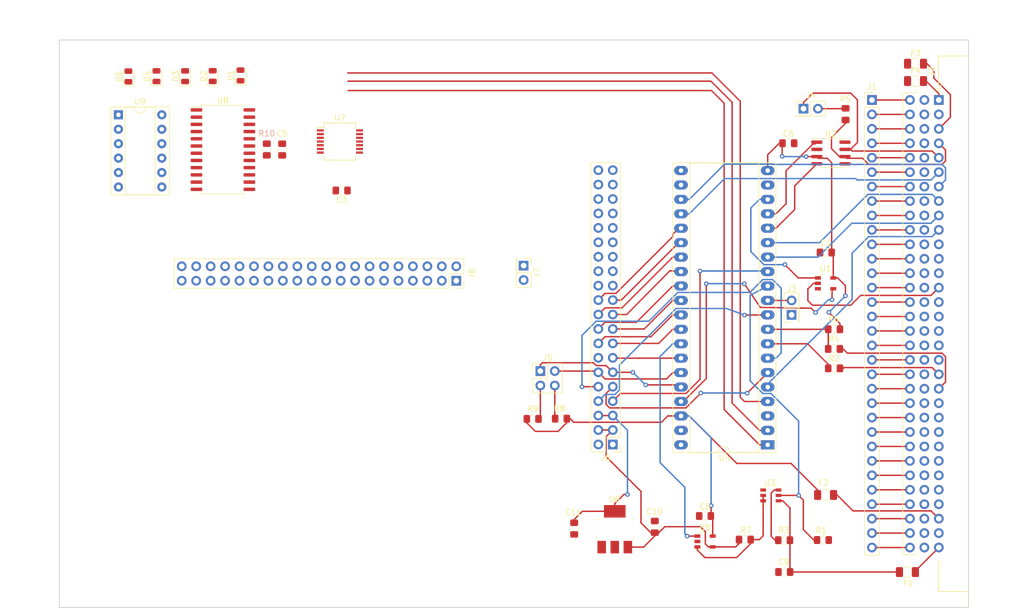
<source format=kicad_pcb>
(kicad_pcb (version 20171130) (host pcbnew "(5.1.5-0-10_14)")

  (general
    (thickness 1.6)
    (drawings 12)
    (tracks 431)
    (zones 0)
    (modules 48)
    (nets 100)
  )

  (page A4)
  (layers
    (0 F.Cu signal)
    (31 B.Cu signal)
    (32 B.Adhes user)
    (33 F.Adhes user)
    (34 B.Paste user)
    (35 F.Paste user)
    (36 B.SilkS user)
    (37 F.SilkS user)
    (38 B.Mask user)
    (39 F.Mask user)
    (40 Dwgs.User user)
    (41 Cmts.User user)
    (42 Eco1.User user)
    (43 Eco2.User user)
    (44 Edge.Cuts user)
    (45 Margin user)
    (46 B.CrtYd user)
    (47 F.CrtYd user)
    (48 B.Fab user)
    (49 F.Fab user)
  )

  (setup
    (last_trace_width 0.25)
    (trace_clearance 0.2)
    (zone_clearance 0.508)
    (zone_45_only no)
    (trace_min 0.2)
    (via_size 0.8)
    (via_drill 0.4)
    (via_min_size 0.4)
    (via_min_drill 0.3)
    (uvia_size 0.3)
    (uvia_drill 0.1)
    (uvias_allowed no)
    (uvia_min_size 0.2)
    (uvia_min_drill 0.1)
    (edge_width 0.15)
    (segment_width 0.2)
    (pcb_text_width 0.3)
    (pcb_text_size 1.5 1.5)
    (mod_edge_width 0.15)
    (mod_text_size 1 1)
    (mod_text_width 0.15)
    (pad_size 1.524 1.524)
    (pad_drill 0.762)
    (pad_to_mask_clearance 0.2)
    (aux_axis_origin 0 0)
    (grid_origin 55.08 144.93)
    (visible_elements FFFFFFFF)
    (pcbplotparams
      (layerselection 0x00030_ffffffff)
      (usegerberextensions false)
      (usegerberattributes false)
      (usegerberadvancedattributes false)
      (creategerberjobfile false)
      (excludeedgelayer true)
      (linewidth 0.100000)
      (plotframeref false)
      (viasonmask false)
      (mode 1)
      (useauxorigin false)
      (hpglpennumber 1)
      (hpglpenspeed 20)
      (hpglpendiameter 15.000000)
      (psnegative false)
      (psa4output false)
      (plotreference true)
      (plotvalue true)
      (plotinvisibletext false)
      (padsonsilk false)
      (subtractmaskfromsilk false)
      (outputformat 1)
      (mirror false)
      (drillshape 0)
      (scaleselection 1)
      (outputdirectory ""))
  )

  (net 0 "")
  (net 1 GND)
  (net 2 +3V3)
  (net 3 +5V)
  (net 4 /USER_5V)
  (net 5 /USER_3V3)
  (net 6 /X0)
  (net 7 /Y7)
  (net 8 /X1)
  (net 9 /X2)
  (net 10 /X3)
  (net 11 /X4)
  (net 12 "Net-(F1-Pad2)")
  (net 13 "Net-(F2-Pad2)")
  (net 14 "Net-(F3-Pad2)")
  (net 15 "Net-(F4-Pad2)")
  (net 16 /M32)
  (net 17 /M31)
  (net 18 /M30)
  (net 19 /M29)
  (net 20 /M28)
  (net 21 /M27)
  (net 22 /M26)
  (net 23 /M25)
  (net 24 /M24)
  (net 25 /M23)
  (net 26 /M22)
  (net 27 /M21)
  (net 28 /M20)
  (net 29 /M19)
  (net 30 /M18)
  (net 31 /M17)
  (net 32 /M16)
  (net 33 /M15)
  (net 34 /M14)
  (net 35 /M13)
  (net 36 /M12)
  (net 37 /M11)
  (net 38 /M10)
  (net 39 /M9)
  (net 40 /M8)
  (net 41 /M7)
  (net 42 /M6)
  (net 43 /M5)
  (net 44 /M4)
  (net 45 /M3)
  (net 46 /M2)
  (net 47 /M1)
  (net 48 /USB_D+)
  (net 49 /USB_D-)
  (net 50 /~RESET)
  (net 51 /GA4)
  (net 52 /GA3)
  (net 53 /GA2)
  (net 54 /GA1)
  (net 55 /GA0)
  (net 56 /CAN+)
  (net 57 /CAN-)
  (net 58 /SWO)
  (net 59 "Net-(J5-Pad4)")
  (net 60 "Net-(J5-Pad3)")
  (net 61 /USER_SCL)
  (net 62 /USER_SDA)
  (net 63 /USER_GPIO0)
  (net 64 /USER_GPIO1)
  (net 65 /USER_GPIO2)
  (net 66 /USER_GPIO3)
  (net 67 /USER_GPIO4)
  (net 68 /USER_GPIO5)
  (net 69 /USER_GPIO6)
  (net 70 /USER_GPIO7)
  (net 71 /~USER_RESET~)
  (net 72 /USER_SER_RX)
  (net 73 /USER_SER_TX)
  (net 74 /~USER_HALTED~)
  (net 75 /USER_HALT)
  (net 76 /PWR_ON)
  (net 77 /USB-)
  (net 78 "Net-(R3-Pad1)")
  (net 79 /USB+)
  (net 80 "Net-(R7-Pad2)")
  (net 81 "Net-(R10-Pad2)")
  (net 82 "Net-(U1-Pad4)")
  (net 83 /CANRX)
  (net 84 /CANTX)
  (net 85 /PWR_MEASURE)
  (net 86 /MOSI)
  (net 87 /SCK)
  (net 88 /NSS)
  (net 89 "Net-(U7-Pad11)")
  (net 90 "Net-(U7-Pad8)")
  (net 91 "Net-(U7-Pad6)")
  (net 92 /Y6)
  (net 93 /Y2)
  (net 94 /Y0)
  (net 95 /Y4)
  (net 96 /Y5)
  (net 97 /Y1)
  (net 98 /Y3)
  (net 99 "Net-(J4-Pad2)")

  (net_class Default "This is the default net class."
    (clearance 0.2)
    (trace_width 0.25)
    (via_dia 0.8)
    (via_drill 0.4)
    (uvia_dia 0.3)
    (uvia_drill 0.1)
    (add_net +3V3)
    (add_net +5V)
    (add_net /CAN+)
    (add_net /CAN-)
    (add_net /CANRX)
    (add_net /CANTX)
    (add_net /GA0)
    (add_net /GA1)
    (add_net /GA2)
    (add_net /GA3)
    (add_net /GA4)
    (add_net /M1)
    (add_net /M10)
    (add_net /M11)
    (add_net /M12)
    (add_net /M13)
    (add_net /M14)
    (add_net /M15)
    (add_net /M16)
    (add_net /M17)
    (add_net /M18)
    (add_net /M19)
    (add_net /M2)
    (add_net /M20)
    (add_net /M21)
    (add_net /M22)
    (add_net /M23)
    (add_net /M24)
    (add_net /M25)
    (add_net /M26)
    (add_net /M27)
    (add_net /M28)
    (add_net /M29)
    (add_net /M3)
    (add_net /M30)
    (add_net /M31)
    (add_net /M32)
    (add_net /M4)
    (add_net /M5)
    (add_net /M6)
    (add_net /M7)
    (add_net /M8)
    (add_net /M9)
    (add_net /MISO)
    (add_net /MOSI)
    (add_net /NSS)
    (add_net /PWR_MEASURE)
    (add_net /PWR_ON)
    (add_net /SCK)
    (add_net /SWO)
    (add_net /USB+)
    (add_net /USB-)
    (add_net /USB_D+)
    (add_net /USB_D-)
    (add_net /USER_3V3)
    (add_net /USER_5V)
    (add_net /USER_GPIO0)
    (add_net /USER_GPIO1)
    (add_net /USER_GPIO2)
    (add_net /USER_GPIO3)
    (add_net /USER_GPIO4)
    (add_net /USER_GPIO5)
    (add_net /USER_GPIO6)
    (add_net /USER_GPIO7)
    (add_net /USER_HALT)
    (add_net /USER_SCL)
    (add_net /USER_SDA)
    (add_net /USER_SER_RX)
    (add_net /USER_SER_TX)
    (add_net /X0)
    (add_net /X1)
    (add_net /X2)
    (add_net /X3)
    (add_net /X4)
    (add_net /Y0)
    (add_net /Y1)
    (add_net /Y2)
    (add_net /Y3)
    (add_net /Y4)
    (add_net /Y5)
    (add_net /Y6)
    (add_net /Y7)
    (add_net /~RESET)
    (add_net /~USER_HALTED~)
    (add_net /~USER_RESET~)
    (add_net GND)
    (add_net "Net-(F1-Pad2)")
    (add_net "Net-(F2-Pad2)")
    (add_net "Net-(F3-Pad2)")
    (add_net "Net-(F4-Pad2)")
    (add_net "Net-(J2-Pada11)")
    (add_net "Net-(J2-Pada13)")
    (add_net "Net-(J2-Pada15)")
    (add_net "Net-(J2-Pada16)")
    (add_net "Net-(J2-Pada17)")
    (add_net "Net-(J2-Pada18)")
    (add_net "Net-(J2-Pada19)")
    (add_net "Net-(J2-Pada23)")
    (add_net "Net-(J2-Pada24)")
    (add_net "Net-(J2-Pada25)")
    (add_net "Net-(J2-Pada26)")
    (add_net "Net-(J2-Pada27)")
    (add_net "Net-(J2-Pada28)")
    (add_net "Net-(J2-Pada29)")
    (add_net "Net-(J2-Padb1)")
    (add_net "Net-(J2-Padb10)")
    (add_net "Net-(J2-Padb11)")
    (add_net "Net-(J2-Padb12)")
    (add_net "Net-(J2-Padb13)")
    (add_net "Net-(J2-Padb14)")
    (add_net "Net-(J2-Padb15)")
    (add_net "Net-(J2-Padb16)")
    (add_net "Net-(J2-Padb17)")
    (add_net "Net-(J2-Padb18)")
    (add_net "Net-(J2-Padb19)")
    (add_net "Net-(J2-Padb2)")
    (add_net "Net-(J2-Padb20)")
    (add_net "Net-(J2-Padb21)")
    (add_net "Net-(J2-Padb22)")
    (add_net "Net-(J2-Padb23)")
    (add_net "Net-(J2-Padb24)")
    (add_net "Net-(J2-Padb25)")
    (add_net "Net-(J2-Padb26)")
    (add_net "Net-(J2-Padb27)")
    (add_net "Net-(J2-Padb28)")
    (add_net "Net-(J2-Padb29)")
    (add_net "Net-(J2-Padb3)")
    (add_net "Net-(J2-Padb30)")
    (add_net "Net-(J2-Padb31)")
    (add_net "Net-(J2-Padb32)")
    (add_net "Net-(J2-Padb4)")
    (add_net "Net-(J2-Padb5)")
    (add_net "Net-(J2-Padb6)")
    (add_net "Net-(J2-Padb7)")
    (add_net "Net-(J2-Padb8)")
    (add_net "Net-(J2-Padb9)")
    (add_net "Net-(J4-Pad2)")
    (add_net "Net-(J5-Pad3)")
    (add_net "Net-(J5-Pad4)")
    (add_net "Net-(J6-Pad14)")
    (add_net "Net-(J6-Pad23)")
    (add_net "Net-(J6-Pad24)")
    (add_net "Net-(J6-Pad25)")
    (add_net "Net-(J6-Pad26)")
    (add_net "Net-(J6-Pad27)")
    (add_net "Net-(J6-Pad28)")
    (add_net "Net-(J6-Pad29)")
    (add_net "Net-(J6-Pad30)")
    (add_net "Net-(J6-Pad31)")
    (add_net "Net-(J6-Pad32)")
    (add_net "Net-(J6-Pad33)")
    (add_net "Net-(J6-Pad34)")
    (add_net "Net-(J6-Pad35)")
    (add_net "Net-(J6-Pad36)")
    (add_net "Net-(J6-Pad37)")
    (add_net "Net-(J6-Pad38)")
    (add_net "Net-(J8-Pad1)")
    (add_net "Net-(J8-Pad11)")
    (add_net "Net-(J8-Pad12)")
    (add_net "Net-(J8-Pad13)")
    (add_net "Net-(J8-Pad15)")
    (add_net "Net-(J8-Pad16)")
    (add_net "Net-(J8-Pad17)")
    (add_net "Net-(J8-Pad18)")
    (add_net "Net-(J8-Pad19)")
    (add_net "Net-(J8-Pad21)")
    (add_net "Net-(J8-Pad22)")
    (add_net "Net-(J8-Pad23)")
    (add_net "Net-(J8-Pad24)")
    (add_net "Net-(J8-Pad26)")
    (add_net "Net-(J8-Pad27)")
    (add_net "Net-(J8-Pad28)")
    (add_net "Net-(J8-Pad29)")
    (add_net "Net-(J8-Pad31)")
    (add_net "Net-(J8-Pad32)")
    (add_net "Net-(J8-Pad33)")
    (add_net "Net-(J8-Pad35)")
    (add_net "Net-(J8-Pad36)")
    (add_net "Net-(J8-Pad40)")
    (add_net "Net-(J8-Pad7)")
    (add_net "Net-(MK1-Pad1)")
    (add_net "Net-(MK2-Pad1)")
    (add_net "Net-(MK3-Pad1)")
    (add_net "Net-(MK4-Pad1)")
    (add_net "Net-(R10-Pad2)")
    (add_net "Net-(R3-Pad1)")
    (add_net "Net-(R7-Pad2)")
    (add_net "Net-(U1-Pad1)")
    (add_net "Net-(U1-Pad4)")
    (add_net "Net-(U2-Pad5)")
    (add_net "Net-(U2-Pad8)")
    (add_net "Net-(U4-Pad18)")
    (add_net "Net-(U4-Pad21)")
    (add_net "Net-(U4-Pad22)")
    (add_net "Net-(U7-Pad11)")
    (add_net "Net-(U7-Pad3)")
    (add_net "Net-(U7-Pad6)")
    (add_net "Net-(U7-Pad8)")
    (add_net "Net-(U8-Pad14)")
    (add_net "Net-(U8-Pad16)")
    (add_net "Net-(U8-Pad20)")
    (add_net "Net-(U8-Pad24)")
  )

  (module Connector_PinHeader_2.54mm:PinHeader_2x01_P2.54mm_Vertical (layer F.Cu) (tedit 59FED5CC) (tstamp 5E3442EE)
    (at 136.7029 84.75994 270)
    (descr "Through hole straight pin header, 2x01, 2.54mm pitch, double rows")
    (tags "Through hole pin header THT 2x01 2.54mm double row")
    (path /5F1D0E3A)
    (fp_text reference J7 (at 1.27 -2.33 90) (layer F.SilkS)
      (effects (font (size 1 1) (thickness 0.15)))
    )
    (fp_text value Conn_01x02 (at 1.27 2.33 90) (layer F.Fab)
      (effects (font (size 1 1) (thickness 0.15)))
    )
    (fp_text user %R (at 1.27 0) (layer F.Fab)
      (effects (font (size 1 1) (thickness 0.15)))
    )
    (fp_line (start 4.35 -1.8) (end -1.8 -1.8) (layer F.CrtYd) (width 0.05))
    (fp_line (start 4.35 1.8) (end 4.35 -1.8) (layer F.CrtYd) (width 0.05))
    (fp_line (start -1.8 1.8) (end 4.35 1.8) (layer F.CrtYd) (width 0.05))
    (fp_line (start -1.8 -1.8) (end -1.8 1.8) (layer F.CrtYd) (width 0.05))
    (fp_line (start -1.33 -1.33) (end 0 -1.33) (layer F.SilkS) (width 0.12))
    (fp_line (start -1.33 0) (end -1.33 -1.33) (layer F.SilkS) (width 0.12))
    (fp_line (start 1.27 -1.33) (end 3.87 -1.33) (layer F.SilkS) (width 0.12))
    (fp_line (start 1.27 1.27) (end 1.27 -1.33) (layer F.SilkS) (width 0.12))
    (fp_line (start -1.33 1.27) (end 1.27 1.27) (layer F.SilkS) (width 0.12))
    (fp_line (start 3.87 -1.33) (end 3.87 1.33) (layer F.SilkS) (width 0.12))
    (fp_line (start -1.33 1.27) (end -1.33 1.33) (layer F.SilkS) (width 0.12))
    (fp_line (start -1.33 1.33) (end 3.87 1.33) (layer F.SilkS) (width 0.12))
    (fp_line (start -1.27 0) (end 0 -1.27) (layer F.Fab) (width 0.1))
    (fp_line (start -1.27 1.27) (end -1.27 0) (layer F.Fab) (width 0.1))
    (fp_line (start 3.81 1.27) (end -1.27 1.27) (layer F.Fab) (width 0.1))
    (fp_line (start 3.81 -1.27) (end 3.81 1.27) (layer F.Fab) (width 0.1))
    (fp_line (start 0 -1.27) (end 3.81 -1.27) (layer F.Fab) (width 0.1))
    (pad 2 thru_hole oval (at 2.54 0 270) (size 1.7 1.7) (drill 1) (layers *.Cu *.Mask)
      (net 1 GND))
    (pad 1 thru_hole rect (at 0 0 270) (size 1.7 1.7) (drill 1) (layers *.Cu *.Mask)
      (net 71 /~USER_RESET~))
    (model ${KISYS3DMOD}/Connector_PinHeader_2.54mm.3dshapes/PinHeader_2x01_P2.54mm_Vertical.wrl
      (at (xyz 0 0 0))
      (scale (xyz 1 1 1))
      (rotate (xyz 0 0 0))
    )
  )

  (module Package_DIP:DIP-40_W15.24mm_Socket_LongPads (layer F.Cu) (tedit 5A02E8C5) (tstamp 5E33614C)
    (at 179.60604 116.2915 180)
    (descr "40-lead though-hole mounted DIP package, row spacing 15.24 mm (600 mils), Socket, LongPads")
    (tags "THT DIP DIL PDIP 2.54mm 15.24mm 600mil Socket LongPads")
    (path /65FD350B)
    (fp_text reference U4 (at 7.62 -2.33) (layer F.SilkS)
      (effects (font (size 1 1) (thickness 0.15)))
    )
    (fp_text value BluePill_1 (at 7.62 50.59) (layer F.Fab)
      (effects (font (size 1 1) (thickness 0.15)))
    )
    (fp_text user %R (at 7.62 24.13) (layer F.Fab)
      (effects (font (size 1 1) (thickness 0.15)))
    )
    (fp_line (start 16.8 -1.6) (end -1.55 -1.6) (layer F.CrtYd) (width 0.05))
    (fp_line (start 16.8 49.85) (end 16.8 -1.6) (layer F.CrtYd) (width 0.05))
    (fp_line (start -1.55 49.85) (end 16.8 49.85) (layer F.CrtYd) (width 0.05))
    (fp_line (start -1.55 -1.6) (end -1.55 49.85) (layer F.CrtYd) (width 0.05))
    (fp_line (start 16.68 -1.39) (end -1.44 -1.39) (layer F.SilkS) (width 0.12))
    (fp_line (start 16.68 49.65) (end 16.68 -1.39) (layer F.SilkS) (width 0.12))
    (fp_line (start -1.44 49.65) (end 16.68 49.65) (layer F.SilkS) (width 0.12))
    (fp_line (start -1.44 -1.39) (end -1.44 49.65) (layer F.SilkS) (width 0.12))
    (fp_line (start 13.68 -1.33) (end 8.62 -1.33) (layer F.SilkS) (width 0.12))
    (fp_line (start 13.68 49.59) (end 13.68 -1.33) (layer F.SilkS) (width 0.12))
    (fp_line (start 1.56 49.59) (end 13.68 49.59) (layer F.SilkS) (width 0.12))
    (fp_line (start 1.56 -1.33) (end 1.56 49.59) (layer F.SilkS) (width 0.12))
    (fp_line (start 6.62 -1.33) (end 1.56 -1.33) (layer F.SilkS) (width 0.12))
    (fp_line (start 16.51 -1.33) (end -1.27 -1.33) (layer F.Fab) (width 0.1))
    (fp_line (start 16.51 49.59) (end 16.51 -1.33) (layer F.Fab) (width 0.1))
    (fp_line (start -1.27 49.59) (end 16.51 49.59) (layer F.Fab) (width 0.1))
    (fp_line (start -1.27 -1.33) (end -1.27 49.59) (layer F.Fab) (width 0.1))
    (fp_line (start 0.255 -0.27) (end 1.255 -1.27) (layer F.Fab) (width 0.1))
    (fp_line (start 0.255 49.53) (end 0.255 -0.27) (layer F.Fab) (width 0.1))
    (fp_line (start 14.985 49.53) (end 0.255 49.53) (layer F.Fab) (width 0.1))
    (fp_line (start 14.985 -1.27) (end 14.985 49.53) (layer F.Fab) (width 0.1))
    (fp_line (start 1.255 -1.27) (end 14.985 -1.27) (layer F.Fab) (width 0.1))
    (fp_arc (start 7.62 -1.33) (end 6.62 -1.33) (angle -180) (layer F.SilkS) (width 0.12))
    (pad 40 thru_hole oval (at 15.24 0 180) (size 2.4 1.6) (drill 0.8) (layers *.Cu *.Mask)
      (net 1 GND))
    (pad 20 thru_hole oval (at 0 48.26 180) (size 2.4 1.6) (drill 0.8) (layers *.Cu *.Mask)
      (net 2 +3V3))
    (pad 39 thru_hole oval (at 15.24 2.54 180) (size 2.4 1.6) (drill 0.8) (layers *.Cu *.Mask)
      (net 1 GND))
    (pad 19 thru_hole oval (at 0 45.72 180) (size 2.4 1.6) (drill 0.8) (layers *.Cu *.Mask)
      (net 1 GND))
    (pad 38 thru_hole oval (at 15.24 5.08 180) (size 2.4 1.6) (drill 0.8) (layers *.Cu *.Mask)
      (net 2 +3V3))
    (pad 18 thru_hole oval (at 0 43.18 180) (size 2.4 1.6) (drill 0.8) (layers *.Cu *.Mask))
    (pad 37 thru_hole oval (at 15.24 7.62 180) (size 2.4 1.6) (drill 0.8) (layers *.Cu *.Mask)
      (net 82 "Net-(U1-Pad4)"))
    (pad 17 thru_hole oval (at 0 40.64 180) (size 2.4 1.6) (drill 0.8) (layers *.Cu *.Mask)
      (net 84 /CANTX))
    (pad 36 thru_hole oval (at 15.24 10.16 180) (size 2.4 1.6) (drill 0.8) (layers *.Cu *.Mask)
      (net 62 /USER_SDA))
    (pad 16 thru_hole oval (at 0 38.1 180) (size 2.4 1.6) (drill 0.8) (layers *.Cu *.Mask)
      (net 83 /CANRX))
    (pad 35 thru_hole oval (at 15.24 12.7 180) (size 2.4 1.6) (drill 0.8) (layers *.Cu *.Mask)
      (net 61 /USER_SCL))
    (pad 15 thru_hole oval (at 0 35.56 180) (size 2.4 1.6) (drill 0.8) (layers *.Cu *.Mask)
      (net 53 /GA2))
    (pad 34 thru_hole oval (at 15.24 15.24 180) (size 2.4 1.6) (drill 0.8) (layers *.Cu *.Mask)
      (net 71 /~USER_RESET~))
    (pad 14 thru_hole oval (at 0 33.02 180) (size 2.4 1.6) (drill 0.8) (layers *.Cu *.Mask)
      (net 52 /GA3))
    (pad 33 thru_hole oval (at 15.24 17.78 180) (size 2.4 1.6) (drill 0.8) (layers *.Cu *.Mask)
      (net 85 /PWR_MEASURE))
    (pad 13 thru_hole oval (at 0 30.48 180) (size 2.4 1.6) (drill 0.8) (layers *.Cu *.Mask)
      (net 75 /USER_HALT))
    (pad 32 thru_hole oval (at 15.24 20.32 180) (size 2.4 1.6) (drill 0.8) (layers *.Cu *.Mask)
      (net 70 /USER_GPIO7))
    (pad 12 thru_hole oval (at 0 27.94 180) (size 2.4 1.6) (drill 0.8) (layers *.Cu *.Mask)
      (net 76 /PWR_ON))
    (pad 31 thru_hole oval (at 15.24 22.86 180) (size 2.4 1.6) (drill 0.8) (layers *.Cu *.Mask)
      (net 69 /USER_GPIO6))
    (pad 11 thru_hole oval (at 0 25.4 180) (size 2.4 1.6) (drill 0.8) (layers *.Cu *.Mask)
      (net 58 /SWO))
    (pad 30 thru_hole oval (at 15.24 25.4 180) (size 2.4 1.6) (drill 0.8) (layers *.Cu *.Mask)
      (net 68 /USER_GPIO5))
    (pad 10 thru_hole oval (at 0 22.86 180) (size 2.4 1.6) (drill 0.8) (layers *.Cu *.Mask)
      (net 74 /~USER_HALTED~))
    (pad 29 thru_hole oval (at 15.24 27.94 180) (size 2.4 1.6) (drill 0.8) (layers *.Cu *.Mask)
      (net 67 /USER_GPIO4))
    (pad 9 thru_hole oval (at 0 20.32 180) (size 2.4 1.6) (drill 0.8) (layers *.Cu *.Mask)
      (net 79 /USB+))
    (pad 28 thru_hole oval (at 15.24 30.48 180) (size 2.4 1.6) (drill 0.8) (layers *.Cu *.Mask)
      (net 66 /USER_GPIO3))
    (pad 8 thru_hole oval (at 0 17.78 180) (size 2.4 1.6) (drill 0.8) (layers *.Cu *.Mask)
      (net 77 /USB-))
    (pad 27 thru_hole oval (at 15.24 33.02 180) (size 2.4 1.6) (drill 0.8) (layers *.Cu *.Mask)
      (net 65 /USER_GPIO2))
    (pad 7 thru_hole oval (at 0 15.24 180) (size 2.4 1.6) (drill 0.8) (layers *.Cu *.Mask)
      (net 72 /USER_SER_RX))
    (pad 26 thru_hole oval (at 15.24 35.56 180) (size 2.4 1.6) (drill 0.8) (layers *.Cu *.Mask)
      (net 64 /USER_GPIO1))
    (pad 6 thru_hole oval (at 0 12.7 180) (size 2.4 1.6) (drill 0.8) (layers *.Cu *.Mask)
      (net 73 /USER_SER_TX))
    (pad 25 thru_hole oval (at 15.24 38.1 180) (size 2.4 1.6) (drill 0.8) (layers *.Cu *.Mask)
      (net 63 /USER_GPIO0))
    (pad 5 thru_hole oval (at 0 10.16 180) (size 2.4 1.6) (drill 0.8) (layers *.Cu *.Mask)
      (net 51 /GA4))
    (pad 24 thru_hole oval (at 15.24 40.64 180) (size 2.4 1.6) (drill 0.8) (layers *.Cu *.Mask)
      (net 55 /GA0))
    (pad 4 thru_hole oval (at 0 7.62 180) (size 2.4 1.6) (drill 0.8) (layers *.Cu *.Mask)
      (net 86 /MOSI))
    (pad 23 thru_hole oval (at 15.24 43.18 180) (size 2.4 1.6) (drill 0.8) (layers *.Cu *.Mask)
      (net 54 /GA1))
    (pad 3 thru_hole oval (at 0 5.08 180) (size 2.4 1.6) (drill 0.8) (layers *.Cu *.Mask))
    (pad 22 thru_hole oval (at 15.24 45.72 180) (size 2.4 1.6) (drill 0.8) (layers *.Cu *.Mask))
    (pad 2 thru_hole oval (at 0 2.54 180) (size 2.4 1.6) (drill 0.8) (layers *.Cu *.Mask)
      (net 87 /SCK))
    (pad 21 thru_hole oval (at 15.24 48.26 180) (size 2.4 1.6) (drill 0.8) (layers *.Cu *.Mask))
    (pad 1 thru_hole rect (at 0 0 180) (size 2.4 1.6) (drill 0.8) (layers *.Cu *.Mask)
      (net 88 /NSS))
    (model ${KISYS3DMOD}/Package_DIP.3dshapes/DIP-40_W15.24mm_Socket.wrl
      (at (xyz 0 0 0))
      (scale (xyz 1 1 1))
      (rotate (xyz 0 0 0))
    )
  )

  (module Package_SO:SSOP-14_5.3x6.2mm_P0.65mm (layer F.Cu) (tedit 5A02F25C) (tstamp 5E325ED0)
    (at 104.40934 62.92864)
    (descr "SSOP14: plastic shrink small outline package; 14 leads; body width 5.3 mm; (see NXP SSOP-TSSOP-VSO-REFLOW.pdf and sot337-1_po.pdf)")
    (tags "SSOP 0.65")
    (path /5ECD43F7)
    (attr smd)
    (fp_text reference U7 (at 0 -4.2) (layer F.SilkS)
      (effects (font (size 1 1) (thickness 0.15)))
    )
    (fp_text value SN74AHCT125N (at 0 4.2) (layer F.Fab)
      (effects (font (size 1 1) (thickness 0.15)))
    )
    (fp_text user %R (at 0 0) (layer F.Fab)
      (effects (font (size 0.8 0.8) (thickness 0.15)))
    )
    (fp_line (start -2.775 -2.475) (end -4.05 -2.475) (layer F.SilkS) (width 0.15))
    (fp_line (start -2.775 3.275) (end 2.775 3.275) (layer F.SilkS) (width 0.15))
    (fp_line (start -2.775 -3.275) (end 2.775 -3.275) (layer F.SilkS) (width 0.15))
    (fp_line (start -2.775 3.275) (end -2.775 2.375) (layer F.SilkS) (width 0.15))
    (fp_line (start 2.775 3.275) (end 2.775 2.375) (layer F.SilkS) (width 0.15))
    (fp_line (start 2.775 -3.275) (end 2.775 -2.375) (layer F.SilkS) (width 0.15))
    (fp_line (start -2.775 -3.275) (end -2.775 -2.475) (layer F.SilkS) (width 0.15))
    (fp_line (start -4.3 3.45) (end 4.3 3.45) (layer F.CrtYd) (width 0.05))
    (fp_line (start -4.3 -3.45) (end 4.3 -3.45) (layer F.CrtYd) (width 0.05))
    (fp_line (start 4.3 -3.45) (end 4.3 3.45) (layer F.CrtYd) (width 0.05))
    (fp_line (start -4.3 -3.45) (end -4.3 3.45) (layer F.CrtYd) (width 0.05))
    (fp_line (start -2.65 -2.1) (end -1.65 -3.1) (layer F.Fab) (width 0.15))
    (fp_line (start -2.65 3.1) (end -2.65 -2.1) (layer F.Fab) (width 0.15))
    (fp_line (start 2.65 3.1) (end -2.65 3.1) (layer F.Fab) (width 0.15))
    (fp_line (start 2.65 -3.1) (end 2.65 3.1) (layer F.Fab) (width 0.15))
    (fp_line (start -1.65 -3.1) (end 2.65 -3.1) (layer F.Fab) (width 0.15))
    (pad 14 smd rect (at 3.45 -1.95) (size 1.2 0.4) (layers F.Cu F.Paste F.Mask)
      (net 3 +5V))
    (pad 13 smd rect (at 3.45 -1.3) (size 1.2 0.4) (layers F.Cu F.Paste F.Mask)
      (net 1 GND))
    (pad 12 smd rect (at 3.45 -0.65) (size 1.2 0.4) (layers F.Cu F.Paste F.Mask)
      (net 86 /MOSI))
    (pad 11 smd rect (at 3.45 0) (size 1.2 0.4) (layers F.Cu F.Paste F.Mask)
      (net 89 "Net-(U7-Pad11)"))
    (pad 10 smd rect (at 3.45 0.65) (size 1.2 0.4) (layers F.Cu F.Paste F.Mask)
      (net 1 GND))
    (pad 9 smd rect (at 3.45 1.3) (size 1.2 0.4) (layers F.Cu F.Paste F.Mask)
      (net 87 /SCK))
    (pad 8 smd rect (at 3.45 1.95) (size 1.2 0.4) (layers F.Cu F.Paste F.Mask)
      (net 90 "Net-(U7-Pad8)"))
    (pad 7 smd rect (at -3.45 1.95) (size 1.2 0.4) (layers F.Cu F.Paste F.Mask)
      (net 1 GND))
    (pad 6 smd rect (at -3.45 1.3) (size 1.2 0.4) (layers F.Cu F.Paste F.Mask)
      (net 91 "Net-(U7-Pad6)"))
    (pad 5 smd rect (at -3.45 0.65) (size 1.2 0.4) (layers F.Cu F.Paste F.Mask)
      (net 88 /NSS))
    (pad 4 smd rect (at -3.45 0) (size 1.2 0.4) (layers F.Cu F.Paste F.Mask)
      (net 1 GND))
    (pad 3 smd rect (at -3.45 -0.65) (size 1.2 0.4) (layers F.Cu F.Paste F.Mask))
    (pad 2 smd rect (at -3.45 -1.3) (size 1.2 0.4) (layers F.Cu F.Paste F.Mask)
      (net 1 GND))
    (pad 1 smd rect (at -3.45 -1.95) (size 1.2 0.4) (layers F.Cu F.Paste F.Mask)
      (net 1 GND))
    (model ${KISYS3DMOD}/Package_SO.3dshapes/SSOP-14_5.3x6.2mm_P0.65mm.wrl
      (at (xyz 0 0 0))
      (scale (xyz 1 1 1))
      (rotate (xyz 0 0 0))
    )
  )

  (module Connector_PinHeader_2.54mm:PinHeader_2x01_P2.54mm_Vertical (layer F.Cu) (tedit 59FED5CC) (tstamp 5E338139)
    (at 185.89762 57.15014)
    (descr "Through hole straight pin header, 2x01, 2.54mm pitch, double rows")
    (tags "Through hole pin header THT 2x01 2.54mm double row")
    (path /66540780)
    (fp_text reference J4 (at 1.27 -2.33) (layer F.SilkS)
      (effects (font (size 1 1) (thickness 0.15)))
    )
    (fp_text value Conn_01x02 (at 1.27 2.33) (layer F.Fab)
      (effects (font (size 1 1) (thickness 0.15)))
    )
    (fp_text user %R (at 1.27 0 90) (layer F.Fab)
      (effects (font (size 1 1) (thickness 0.15)))
    )
    (fp_line (start 4.35 -1.8) (end -1.8 -1.8) (layer F.CrtYd) (width 0.05))
    (fp_line (start 4.35 1.8) (end 4.35 -1.8) (layer F.CrtYd) (width 0.05))
    (fp_line (start -1.8 1.8) (end 4.35 1.8) (layer F.CrtYd) (width 0.05))
    (fp_line (start -1.8 -1.8) (end -1.8 1.8) (layer F.CrtYd) (width 0.05))
    (fp_line (start -1.33 -1.33) (end 0 -1.33) (layer F.SilkS) (width 0.12))
    (fp_line (start -1.33 0) (end -1.33 -1.33) (layer F.SilkS) (width 0.12))
    (fp_line (start 1.27 -1.33) (end 3.87 -1.33) (layer F.SilkS) (width 0.12))
    (fp_line (start 1.27 1.27) (end 1.27 -1.33) (layer F.SilkS) (width 0.12))
    (fp_line (start -1.33 1.27) (end 1.27 1.27) (layer F.SilkS) (width 0.12))
    (fp_line (start 3.87 -1.33) (end 3.87 1.33) (layer F.SilkS) (width 0.12))
    (fp_line (start -1.33 1.27) (end -1.33 1.33) (layer F.SilkS) (width 0.12))
    (fp_line (start -1.33 1.33) (end 3.87 1.33) (layer F.SilkS) (width 0.12))
    (fp_line (start -1.27 0) (end 0 -1.27) (layer F.Fab) (width 0.1))
    (fp_line (start -1.27 1.27) (end -1.27 0) (layer F.Fab) (width 0.1))
    (fp_line (start 3.81 1.27) (end -1.27 1.27) (layer F.Fab) (width 0.1))
    (fp_line (start 3.81 -1.27) (end 3.81 1.27) (layer F.Fab) (width 0.1))
    (fp_line (start 0 -1.27) (end 3.81 -1.27) (layer F.Fab) (width 0.1))
    (pad 2 thru_hole oval (at 2.54 0) (size 1.7 1.7) (drill 1) (layers *.Cu *.Mask)
      (net 99 "Net-(J4-Pad2)"))
    (pad 1 thru_hole rect (at 0 0) (size 1.7 1.7) (drill 1) (layers *.Cu *.Mask)
      (net 56 /CAN+))
    (model ${KISYS3DMOD}/Connector_PinHeader_2.54mm.3dshapes/PinHeader_2x01_P2.54mm_Vertical.wrl
      (at (xyz 0 0 0))
      (scale (xyz 1 1 1))
      (rotate (xyz 0 0 0))
    )
  )

  (module Connector_PinSocket_2.54mm:PinSocket_2x20_P2.54mm_Vertical (layer F.Cu) (tedit 5A19A433) (tstamp 5E3242C3)
    (at 124.85888 87.42186 270)
    (descr "Through hole straight socket strip, 2x20, 2.54mm pitch, double cols (from Kicad 4.0.7), script generated")
    (tags "Through hole socket strip THT 2x20 2.54mm double row")
    (path /5EEAE6EB)
    (fp_text reference J8 (at -1.27 -2.77 90) (layer F.SilkS)
      (effects (font (size 1 1) (thickness 0.15)))
    )
    (fp_text value Raspberry_Pi_2_3 (at -1.27 51.03 90) (layer F.Fab)
      (effects (font (size 1 1) (thickness 0.15)))
    )
    (fp_text user %R (at -1.27 24.13) (layer F.Fab)
      (effects (font (size 1 1) (thickness 0.15)))
    )
    (fp_line (start -4.34 50) (end -4.34 -1.8) (layer F.CrtYd) (width 0.05))
    (fp_line (start 1.76 50) (end -4.34 50) (layer F.CrtYd) (width 0.05))
    (fp_line (start 1.76 -1.8) (end 1.76 50) (layer F.CrtYd) (width 0.05))
    (fp_line (start -4.34 -1.8) (end 1.76 -1.8) (layer F.CrtYd) (width 0.05))
    (fp_line (start 0 -1.33) (end 1.33 -1.33) (layer F.SilkS) (width 0.12))
    (fp_line (start 1.33 -1.33) (end 1.33 0) (layer F.SilkS) (width 0.12))
    (fp_line (start -1.27 -1.33) (end -1.27 1.27) (layer F.SilkS) (width 0.12))
    (fp_line (start -1.27 1.27) (end 1.33 1.27) (layer F.SilkS) (width 0.12))
    (fp_line (start 1.33 1.27) (end 1.33 49.59) (layer F.SilkS) (width 0.12))
    (fp_line (start -3.87 49.59) (end 1.33 49.59) (layer F.SilkS) (width 0.12))
    (fp_line (start -3.87 -1.33) (end -3.87 49.59) (layer F.SilkS) (width 0.12))
    (fp_line (start -3.87 -1.33) (end -1.27 -1.33) (layer F.SilkS) (width 0.12))
    (fp_line (start -3.81 49.53) (end -3.81 -1.27) (layer F.Fab) (width 0.1))
    (fp_line (start 1.27 49.53) (end -3.81 49.53) (layer F.Fab) (width 0.1))
    (fp_line (start 1.27 -0.27) (end 1.27 49.53) (layer F.Fab) (width 0.1))
    (fp_line (start 0.27 -1.27) (end 1.27 -0.27) (layer F.Fab) (width 0.1))
    (fp_line (start -3.81 -1.27) (end 0.27 -1.27) (layer F.Fab) (width 0.1))
    (pad 40 thru_hole oval (at -2.54 48.26 270) (size 1.7 1.7) (drill 1) (layers *.Cu *.Mask))
    (pad 39 thru_hole oval (at 0 48.26 270) (size 1.7 1.7) (drill 1) (layers *.Cu *.Mask)
      (net 1 GND))
    (pad 38 thru_hole oval (at -2.54 45.72 270) (size 1.7 1.7) (drill 1) (layers *.Cu *.Mask)
      (net 75 /USER_HALT))
    (pad 37 thru_hole oval (at 0 45.72 270) (size 1.7 1.7) (drill 1) (layers *.Cu *.Mask)
      (net 74 /~USER_HALTED~))
    (pad 36 thru_hole oval (at -2.54 43.18 270) (size 1.7 1.7) (drill 1) (layers *.Cu *.Mask))
    (pad 35 thru_hole oval (at 0 43.18 270) (size 1.7 1.7) (drill 1) (layers *.Cu *.Mask))
    (pad 34 thru_hole oval (at -2.54 40.64 270) (size 1.7 1.7) (drill 1) (layers *.Cu *.Mask)
      (net 1 GND))
    (pad 33 thru_hole oval (at 0 40.64 270) (size 1.7 1.7) (drill 1) (layers *.Cu *.Mask))
    (pad 32 thru_hole oval (at -2.54 38.1 270) (size 1.7 1.7) (drill 1) (layers *.Cu *.Mask))
    (pad 31 thru_hole oval (at 0 38.1 270) (size 1.7 1.7) (drill 1) (layers *.Cu *.Mask))
    (pad 30 thru_hole oval (at -2.54 35.56 270) (size 1.7 1.7) (drill 1) (layers *.Cu *.Mask)
      (net 1 GND))
    (pad 29 thru_hole oval (at 0 35.56 270) (size 1.7 1.7) (drill 1) (layers *.Cu *.Mask))
    (pad 28 thru_hole oval (at -2.54 33.02 270) (size 1.7 1.7) (drill 1) (layers *.Cu *.Mask))
    (pad 27 thru_hole oval (at 0 33.02 270) (size 1.7 1.7) (drill 1) (layers *.Cu *.Mask))
    (pad 26 thru_hole oval (at -2.54 30.48 270) (size 1.7 1.7) (drill 1) (layers *.Cu *.Mask))
    (pad 25 thru_hole oval (at 0 30.48 270) (size 1.7 1.7) (drill 1) (layers *.Cu *.Mask)
      (net 1 GND))
    (pad 24 thru_hole oval (at -2.54 27.94 270) (size 1.7 1.7) (drill 1) (layers *.Cu *.Mask))
    (pad 23 thru_hole oval (at 0 27.94 270) (size 1.7 1.7) (drill 1) (layers *.Cu *.Mask))
    (pad 22 thru_hole oval (at -2.54 25.4 270) (size 1.7 1.7) (drill 1) (layers *.Cu *.Mask))
    (pad 21 thru_hole oval (at 0 25.4 270) (size 1.7 1.7) (drill 1) (layers *.Cu *.Mask))
    (pad 20 thru_hole oval (at -2.54 22.86 270) (size 1.7 1.7) (drill 1) (layers *.Cu *.Mask)
      (net 1 GND))
    (pad 19 thru_hole oval (at 0 22.86 270) (size 1.7 1.7) (drill 1) (layers *.Cu *.Mask))
    (pad 18 thru_hole oval (at -2.54 20.32 270) (size 1.7 1.7) (drill 1) (layers *.Cu *.Mask))
    (pad 17 thru_hole oval (at 0 20.32 270) (size 1.7 1.7) (drill 1) (layers *.Cu *.Mask))
    (pad 16 thru_hole oval (at -2.54 17.78 270) (size 1.7 1.7) (drill 1) (layers *.Cu *.Mask))
    (pad 15 thru_hole oval (at 0 17.78 270) (size 1.7 1.7) (drill 1) (layers *.Cu *.Mask))
    (pad 14 thru_hole oval (at -2.54 15.24 270) (size 1.7 1.7) (drill 1) (layers *.Cu *.Mask)
      (net 1 GND))
    (pad 13 thru_hole oval (at 0 15.24 270) (size 1.7 1.7) (drill 1) (layers *.Cu *.Mask))
    (pad 12 thru_hole oval (at -2.54 12.7 270) (size 1.7 1.7) (drill 1) (layers *.Cu *.Mask))
    (pad 11 thru_hole oval (at 0 12.7 270) (size 1.7 1.7) (drill 1) (layers *.Cu *.Mask))
    (pad 10 thru_hole oval (at -2.54 10.16 270) (size 1.7 1.7) (drill 1) (layers *.Cu *.Mask)
      (net 73 /USER_SER_TX))
    (pad 9 thru_hole oval (at 0 10.16 270) (size 1.7 1.7) (drill 1) (layers *.Cu *.Mask)
      (net 1 GND))
    (pad 8 thru_hole oval (at -2.54 7.62 270) (size 1.7 1.7) (drill 1) (layers *.Cu *.Mask)
      (net 72 /USER_SER_RX))
    (pad 7 thru_hole oval (at 0 7.62 270) (size 1.7 1.7) (drill 1) (layers *.Cu *.Mask))
    (pad 6 thru_hole oval (at -2.54 5.08 270) (size 1.7 1.7) (drill 1) (layers *.Cu *.Mask)
      (net 1 GND))
    (pad 5 thru_hole oval (at 0 5.08 270) (size 1.7 1.7) (drill 1) (layers *.Cu *.Mask)
      (net 61 /USER_SCL))
    (pad 4 thru_hole oval (at -2.54 2.54 270) (size 1.7 1.7) (drill 1) (layers *.Cu *.Mask)
      (net 4 /USER_5V))
    (pad 3 thru_hole oval (at 0 2.54 270) (size 1.7 1.7) (drill 1) (layers *.Cu *.Mask)
      (net 62 /USER_SDA))
    (pad 2 thru_hole oval (at -2.54 0 270) (size 1.7 1.7) (drill 1) (layers *.Cu *.Mask)
      (net 4 /USER_5V))
    (pad 1 thru_hole rect (at 0 0 270) (size 1.7 1.7) (drill 1) (layers *.Cu *.Mask))
    (model ${KISYS3DMOD}/Connector_PinSocket_2.54mm.3dshapes/PinSocket_2x20_P2.54mm_Vertical.wrl
      (at (xyz 0 0 0))
      (scale (xyz 1 1 1))
      (rotate (xyz 0 0 0))
    )
  )

  (module Connector_PinHeader_2.54mm:PinHeader_2x20_P2.54mm_Vertical (layer F.Cu) (tedit 59FED5CC) (tstamp 5E324419)
    (at 152.3747 116.228 180)
    (descr "Through hole straight pin header, 2x20, 2.54mm pitch, double rows")
    (tags "Through hole pin header THT 2x20 2.54mm double row")
    (path /5E8287DE)
    (fp_text reference J6 (at 1.27 -2.33) (layer F.SilkS)
      (effects (font (size 1 1) (thickness 0.15)))
    )
    (fp_text value Conn_02x20_Odd_Even (at 1.27 50.59) (layer F.Fab)
      (effects (font (size 1 1) (thickness 0.15)))
    )
    (fp_text user %R (at 1.27 24.13 90) (layer F.Fab)
      (effects (font (size 1 1) (thickness 0.15)))
    )
    (fp_line (start 4.35 -1.8) (end -1.8 -1.8) (layer F.CrtYd) (width 0.05))
    (fp_line (start 4.35 50.05) (end 4.35 -1.8) (layer F.CrtYd) (width 0.05))
    (fp_line (start -1.8 50.05) (end 4.35 50.05) (layer F.CrtYd) (width 0.05))
    (fp_line (start -1.8 -1.8) (end -1.8 50.05) (layer F.CrtYd) (width 0.05))
    (fp_line (start -1.33 -1.33) (end 0 -1.33) (layer F.SilkS) (width 0.12))
    (fp_line (start -1.33 0) (end -1.33 -1.33) (layer F.SilkS) (width 0.12))
    (fp_line (start 1.27 -1.33) (end 3.87 -1.33) (layer F.SilkS) (width 0.12))
    (fp_line (start 1.27 1.27) (end 1.27 -1.33) (layer F.SilkS) (width 0.12))
    (fp_line (start -1.33 1.27) (end 1.27 1.27) (layer F.SilkS) (width 0.12))
    (fp_line (start 3.87 -1.33) (end 3.87 49.59) (layer F.SilkS) (width 0.12))
    (fp_line (start -1.33 1.27) (end -1.33 49.59) (layer F.SilkS) (width 0.12))
    (fp_line (start -1.33 49.59) (end 3.87 49.59) (layer F.SilkS) (width 0.12))
    (fp_line (start -1.27 0) (end 0 -1.27) (layer F.Fab) (width 0.1))
    (fp_line (start -1.27 49.53) (end -1.27 0) (layer F.Fab) (width 0.1))
    (fp_line (start 3.81 49.53) (end -1.27 49.53) (layer F.Fab) (width 0.1))
    (fp_line (start 3.81 -1.27) (end 3.81 49.53) (layer F.Fab) (width 0.1))
    (fp_line (start 0 -1.27) (end 3.81 -1.27) (layer F.Fab) (width 0.1))
    (pad 40 thru_hole oval (at 2.54 48.26 180) (size 1.7 1.7) (drill 1) (layers *.Cu *.Mask)
      (net 1 GND))
    (pad 39 thru_hole oval (at 0 48.26 180) (size 1.7 1.7) (drill 1) (layers *.Cu *.Mask)
      (net 1 GND))
    (pad 38 thru_hole oval (at 2.54 45.72 180) (size 1.7 1.7) (drill 1) (layers *.Cu *.Mask))
    (pad 37 thru_hole oval (at 0 45.72 180) (size 1.7 1.7) (drill 1) (layers *.Cu *.Mask))
    (pad 36 thru_hole oval (at 2.54 43.18 180) (size 1.7 1.7) (drill 1) (layers *.Cu *.Mask))
    (pad 35 thru_hole oval (at 0 43.18 180) (size 1.7 1.7) (drill 1) (layers *.Cu *.Mask))
    (pad 34 thru_hole oval (at 2.54 40.64 180) (size 1.7 1.7) (drill 1) (layers *.Cu *.Mask))
    (pad 33 thru_hole oval (at 0 40.64 180) (size 1.7 1.7) (drill 1) (layers *.Cu *.Mask))
    (pad 32 thru_hole oval (at 2.54 38.1 180) (size 1.7 1.7) (drill 1) (layers *.Cu *.Mask))
    (pad 31 thru_hole oval (at 0 38.1 180) (size 1.7 1.7) (drill 1) (layers *.Cu *.Mask))
    (pad 30 thru_hole oval (at 2.54 35.56 180) (size 1.7 1.7) (drill 1) (layers *.Cu *.Mask))
    (pad 29 thru_hole oval (at 0 35.56 180) (size 1.7 1.7) (drill 1) (layers *.Cu *.Mask))
    (pad 28 thru_hole oval (at 2.54 33.02 180) (size 1.7 1.7) (drill 1) (layers *.Cu *.Mask))
    (pad 27 thru_hole oval (at 0 33.02 180) (size 1.7 1.7) (drill 1) (layers *.Cu *.Mask))
    (pad 26 thru_hole oval (at 2.54 30.48 180) (size 1.7 1.7) (drill 1) (layers *.Cu *.Mask))
    (pad 25 thru_hole oval (at 0 30.48 180) (size 1.7 1.7) (drill 1) (layers *.Cu *.Mask))
    (pad 24 thru_hole oval (at 2.54 27.94 180) (size 1.7 1.7) (drill 1) (layers *.Cu *.Mask))
    (pad 23 thru_hole oval (at 0 27.94 180) (size 1.7 1.7) (drill 1) (layers *.Cu *.Mask))
    (pad 22 thru_hole oval (at 2.54 25.4 180) (size 1.7 1.7) (drill 1) (layers *.Cu *.Mask)
      (net 63 /USER_GPIO0))
    (pad 21 thru_hole oval (at 0 25.4 180) (size 1.7 1.7) (drill 1) (layers *.Cu *.Mask)
      (net 64 /USER_GPIO1))
    (pad 20 thru_hole oval (at 2.54 22.86 180) (size 1.7 1.7) (drill 1) (layers *.Cu *.Mask)
      (net 65 /USER_GPIO2))
    (pad 19 thru_hole oval (at 0 22.86 180) (size 1.7 1.7) (drill 1) (layers *.Cu *.Mask)
      (net 66 /USER_GPIO3))
    (pad 18 thru_hole oval (at 2.54 20.32 180) (size 1.7 1.7) (drill 1) (layers *.Cu *.Mask)
      (net 67 /USER_GPIO4))
    (pad 17 thru_hole oval (at 0 20.32 180) (size 1.7 1.7) (drill 1) (layers *.Cu *.Mask)
      (net 68 /USER_GPIO5))
    (pad 16 thru_hole oval (at 2.54 17.78 180) (size 1.7 1.7) (drill 1) (layers *.Cu *.Mask)
      (net 69 /USER_GPIO6))
    (pad 15 thru_hole oval (at 0 17.78 180) (size 1.7 1.7) (drill 1) (layers *.Cu *.Mask)
      (net 70 /USER_GPIO7))
    (pad 14 thru_hole oval (at 2.54 15.24 180) (size 1.7 1.7) (drill 1) (layers *.Cu *.Mask))
    (pad 13 thru_hole oval (at 0 15.24 180) (size 1.7 1.7) (drill 1) (layers *.Cu *.Mask)
      (net 71 /~USER_RESET~))
    (pad 12 thru_hole oval (at 2.54 12.7 180) (size 1.7 1.7) (drill 1) (layers *.Cu *.Mask)
      (net 61 /USER_SCL))
    (pad 11 thru_hole oval (at 0 12.7 180) (size 1.7 1.7) (drill 1) (layers *.Cu *.Mask)
      (net 62 /USER_SDA))
    (pad 10 thru_hole oval (at 2.54 10.16 180) (size 1.7 1.7) (drill 1) (layers *.Cu *.Mask)
      (net 72 /USER_SER_RX))
    (pad 9 thru_hole oval (at 0 10.16 180) (size 1.7 1.7) (drill 1) (layers *.Cu *.Mask)
      (net 73 /USER_SER_TX))
    (pad 8 thru_hole oval (at 2.54 7.62 180) (size 1.7 1.7) (drill 1) (layers *.Cu *.Mask)
      (net 74 /~USER_HALTED~))
    (pad 7 thru_hole oval (at 0 7.62 180) (size 1.7 1.7) (drill 1) (layers *.Cu *.Mask)
      (net 75 /USER_HALT))
    (pad 6 thru_hole oval (at 2.54 5.08 180) (size 1.7 1.7) (drill 1) (layers *.Cu *.Mask)
      (net 5 /USER_3V3))
    (pad 5 thru_hole oval (at 0 5.08 180) (size 1.7 1.7) (drill 1) (layers *.Cu *.Mask)
      (net 5 /USER_3V3))
    (pad 4 thru_hole oval (at 2.54 2.54 180) (size 1.7 1.7) (drill 1) (layers *.Cu *.Mask)
      (net 4 /USER_5V))
    (pad 3 thru_hole oval (at 0 2.54 180) (size 1.7 1.7) (drill 1) (layers *.Cu *.Mask)
      (net 4 /USER_5V))
    (pad 2 thru_hole oval (at 2.54 0 180) (size 1.7 1.7) (drill 1) (layers *.Cu *.Mask)
      (net 1 GND))
    (pad 1 thru_hole rect (at 0 0 180) (size 1.7 1.7) (drill 1) (layers *.Cu *.Mask)
      (net 1 GND))
    (model ${KISYS3DMOD}/Connector_PinHeader_2.54mm.3dshapes/PinHeader_2x20_P2.54mm_Vertical.wrl
      (at (xyz 0 0 0))
      (scale (xyz 1 1 1))
      (rotate (xyz 0 0 0))
    )
  )

  (module Connector_PinHeader_2.54mm:PinHeader_2x02_P2.54mm_Vertical (layer F.Cu) (tedit 59FED5CC) (tstamp 5E323D95)
    (at 139.63914 103.31718)
    (descr "Through hole straight pin header, 2x02, 2.54mm pitch, double rows")
    (tags "Through hole pin header THT 2x02 2.54mm double row")
    (path /61773F42)
    (fp_text reference J5 (at 1.27 -2.33) (layer F.SilkS)
      (effects (font (size 1 1) (thickness 0.15)))
    )
    (fp_text value Conn_02x02_Counter_Clockwise (at 1.27 4.87) (layer F.Fab)
      (effects (font (size 1 1) (thickness 0.15)))
    )
    (fp_text user %R (at 1.27 1.27 90) (layer F.Fab)
      (effects (font (size 1 1) (thickness 0.15)))
    )
    (fp_line (start 4.35 -1.8) (end -1.8 -1.8) (layer F.CrtYd) (width 0.05))
    (fp_line (start 4.35 4.35) (end 4.35 -1.8) (layer F.CrtYd) (width 0.05))
    (fp_line (start -1.8 4.35) (end 4.35 4.35) (layer F.CrtYd) (width 0.05))
    (fp_line (start -1.8 -1.8) (end -1.8 4.35) (layer F.CrtYd) (width 0.05))
    (fp_line (start -1.33 -1.33) (end 0 -1.33) (layer F.SilkS) (width 0.12))
    (fp_line (start -1.33 0) (end -1.33 -1.33) (layer F.SilkS) (width 0.12))
    (fp_line (start 1.27 -1.33) (end 3.87 -1.33) (layer F.SilkS) (width 0.12))
    (fp_line (start 1.27 1.27) (end 1.27 -1.33) (layer F.SilkS) (width 0.12))
    (fp_line (start -1.33 1.27) (end 1.27 1.27) (layer F.SilkS) (width 0.12))
    (fp_line (start 3.87 -1.33) (end 3.87 3.87) (layer F.SilkS) (width 0.12))
    (fp_line (start -1.33 1.27) (end -1.33 3.87) (layer F.SilkS) (width 0.12))
    (fp_line (start -1.33 3.87) (end 3.87 3.87) (layer F.SilkS) (width 0.12))
    (fp_line (start -1.27 0) (end 0 -1.27) (layer F.Fab) (width 0.1))
    (fp_line (start -1.27 3.81) (end -1.27 0) (layer F.Fab) (width 0.1))
    (fp_line (start 3.81 3.81) (end -1.27 3.81) (layer F.Fab) (width 0.1))
    (fp_line (start 3.81 -1.27) (end 3.81 3.81) (layer F.Fab) (width 0.1))
    (fp_line (start 0 -1.27) (end 3.81 -1.27) (layer F.Fab) (width 0.1))
    (pad 4 thru_hole oval (at 2.54 2.54) (size 1.7 1.7) (drill 1) (layers *.Cu *.Mask)
      (net 59 "Net-(J5-Pad4)"))
    (pad 3 thru_hole oval (at 0 2.54) (size 1.7 1.7) (drill 1) (layers *.Cu *.Mask)
      (net 60 "Net-(J5-Pad3)"))
    (pad 2 thru_hole oval (at 2.54 0) (size 1.7 1.7) (drill 1) (layers *.Cu *.Mask)
      (net 61 /USER_SCL))
    (pad 1 thru_hole rect (at 0 0) (size 1.7 1.7) (drill 1) (layers *.Cu *.Mask)
      (net 62 /USER_SDA))
    (model ${KISYS3DMOD}/Connector_PinHeader_2.54mm.3dshapes/PinHeader_2x02_P2.54mm_Vertical.wrl
      (at (xyz 0 0 0))
      (scale (xyz 1 1 1))
      (rotate (xyz 0 0 0))
    )
  )

  (module Connector_PinHeader_2.54mm:PinHeader_2x01_P2.54mm_Vertical (layer F.Cu) (tedit 59FED5CC) (tstamp 5E323E27)
    (at 183.8072 93.4315 90)
    (descr "Through hole straight pin header, 2x01, 2.54mm pitch, double rows")
    (tags "Through hole pin header THT 2x01 2.54mm double row")
    (path /5F1951AC)
    (fp_text reference J3 (at 4.572 -0.00508 180) (layer F.SilkS)
      (effects (font (size 1 1) (thickness 0.15)))
    )
    (fp_text value Conn_01x02 (at -1.80086 1.4224 180) (layer F.Fab)
      (effects (font (size 1 1) (thickness 0.15)))
    )
    (fp_text user %R (at 1.27 0) (layer F.Fab)
      (effects (font (size 1 1) (thickness 0.15)))
    )
    (fp_line (start 4.35 -1.8) (end -1.8 -1.8) (layer F.CrtYd) (width 0.05))
    (fp_line (start 4.35 1.8) (end 4.35 -1.8) (layer F.CrtYd) (width 0.05))
    (fp_line (start -1.8 1.8) (end 4.35 1.8) (layer F.CrtYd) (width 0.05))
    (fp_line (start -1.8 -1.8) (end -1.8 1.8) (layer F.CrtYd) (width 0.05))
    (fp_line (start -1.33 -1.33) (end 0 -1.33) (layer F.SilkS) (width 0.12))
    (fp_line (start -1.33 0) (end -1.33 -1.33) (layer F.SilkS) (width 0.12))
    (fp_line (start 1.27 -1.33) (end 3.87 -1.33) (layer F.SilkS) (width 0.12))
    (fp_line (start 1.27 1.27) (end 1.27 -1.33) (layer F.SilkS) (width 0.12))
    (fp_line (start -1.33 1.27) (end 1.27 1.27) (layer F.SilkS) (width 0.12))
    (fp_line (start 3.87 -1.33) (end 3.87 1.33) (layer F.SilkS) (width 0.12))
    (fp_line (start -1.33 1.27) (end -1.33 1.33) (layer F.SilkS) (width 0.12))
    (fp_line (start -1.33 1.33) (end 3.87 1.33) (layer F.SilkS) (width 0.12))
    (fp_line (start -1.27 0) (end 0 -1.27) (layer F.Fab) (width 0.1))
    (fp_line (start -1.27 1.27) (end -1.27 0) (layer F.Fab) (width 0.1))
    (fp_line (start 3.81 1.27) (end -1.27 1.27) (layer F.Fab) (width 0.1))
    (fp_line (start 3.81 -1.27) (end 3.81 1.27) (layer F.Fab) (width 0.1))
    (fp_line (start 0 -1.27) (end 3.81 -1.27) (layer F.Fab) (width 0.1))
    (pad 2 thru_hole oval (at 2.54 0 90) (size 1.7 1.7) (drill 1) (layers *.Cu *.Mask)
      (net 58 /SWO))
    (pad 1 thru_hole rect (at 0 0 90) (size 1.7 1.7) (drill 1) (layers *.Cu *.Mask)
      (net 1 GND))
    (model ${KISYS3DMOD}/Connector_PinHeader_2.54mm.3dshapes/PinHeader_2x01_P2.54mm_Vertical.wrl
      (at (xyz 0 0 0))
      (scale (xyz 1 1 1))
      (rotate (xyz 0 0 0))
    )
  )

  (module Connector_PinHeader_2.54mm:PinHeader_1x32_P2.54mm_Vertical (layer F.Cu) (tedit 59FED5CC) (tstamp 5E323D16)
    (at 197.93214 55.62106)
    (descr "Through hole straight pin header, 1x32, 2.54mm pitch, single row")
    (tags "Through hole pin header THT 1x32 2.54mm single row")
    (path /6027CDC1)
    (fp_text reference J1 (at 0 -2.33) (layer F.SilkS)
      (effects (font (size 1 1) (thickness 0.15)))
    )
    (fp_text value Conn_01x32 (at 0 81.07) (layer F.Fab)
      (effects (font (size 1 1) (thickness 0.15)))
    )
    (fp_text user %R (at 0 39.37 90) (layer F.Fab)
      (effects (font (size 1 1) (thickness 0.15)))
    )
    (fp_line (start 1.8 -1.8) (end -1.8 -1.8) (layer F.CrtYd) (width 0.05))
    (fp_line (start 1.8 80.55) (end 1.8 -1.8) (layer F.CrtYd) (width 0.05))
    (fp_line (start -1.8 80.55) (end 1.8 80.55) (layer F.CrtYd) (width 0.05))
    (fp_line (start -1.8 -1.8) (end -1.8 80.55) (layer F.CrtYd) (width 0.05))
    (fp_line (start -1.33 -1.33) (end 0 -1.33) (layer F.SilkS) (width 0.12))
    (fp_line (start -1.33 0) (end -1.33 -1.33) (layer F.SilkS) (width 0.12))
    (fp_line (start -1.33 1.27) (end 1.33 1.27) (layer F.SilkS) (width 0.12))
    (fp_line (start 1.33 1.27) (end 1.33 80.07) (layer F.SilkS) (width 0.12))
    (fp_line (start -1.33 1.27) (end -1.33 80.07) (layer F.SilkS) (width 0.12))
    (fp_line (start -1.33 80.07) (end 1.33 80.07) (layer F.SilkS) (width 0.12))
    (fp_line (start -1.27 -0.635) (end -0.635 -1.27) (layer F.Fab) (width 0.1))
    (fp_line (start -1.27 80.01) (end -1.27 -0.635) (layer F.Fab) (width 0.1))
    (fp_line (start 1.27 80.01) (end -1.27 80.01) (layer F.Fab) (width 0.1))
    (fp_line (start 1.27 -1.27) (end 1.27 80.01) (layer F.Fab) (width 0.1))
    (fp_line (start -0.635 -1.27) (end 1.27 -1.27) (layer F.Fab) (width 0.1))
    (pad 32 thru_hole oval (at 0 78.74) (size 1.7 1.7) (drill 1) (layers *.Cu *.Mask)
      (net 16 /M32))
    (pad 31 thru_hole oval (at 0 76.2) (size 1.7 1.7) (drill 1) (layers *.Cu *.Mask)
      (net 17 /M31))
    (pad 30 thru_hole oval (at 0 73.66) (size 1.7 1.7) (drill 1) (layers *.Cu *.Mask)
      (net 18 /M30))
    (pad 29 thru_hole oval (at 0 71.12) (size 1.7 1.7) (drill 1) (layers *.Cu *.Mask)
      (net 19 /M29))
    (pad 28 thru_hole oval (at 0 68.58) (size 1.7 1.7) (drill 1) (layers *.Cu *.Mask)
      (net 20 /M28))
    (pad 27 thru_hole oval (at 0 66.04) (size 1.7 1.7) (drill 1) (layers *.Cu *.Mask)
      (net 21 /M27))
    (pad 26 thru_hole oval (at 0 63.5) (size 1.7 1.7) (drill 1) (layers *.Cu *.Mask)
      (net 22 /M26))
    (pad 25 thru_hole oval (at 0 60.96) (size 1.7 1.7) (drill 1) (layers *.Cu *.Mask)
      (net 23 /M25))
    (pad 24 thru_hole oval (at 0 58.42) (size 1.7 1.7) (drill 1) (layers *.Cu *.Mask)
      (net 24 /M24))
    (pad 23 thru_hole oval (at 0 55.88) (size 1.7 1.7) (drill 1) (layers *.Cu *.Mask)
      (net 25 /M23))
    (pad 22 thru_hole oval (at 0 53.34) (size 1.7 1.7) (drill 1) (layers *.Cu *.Mask)
      (net 26 /M22))
    (pad 21 thru_hole oval (at 0 50.8) (size 1.7 1.7) (drill 1) (layers *.Cu *.Mask)
      (net 27 /M21))
    (pad 20 thru_hole oval (at 0 48.26) (size 1.7 1.7) (drill 1) (layers *.Cu *.Mask)
      (net 28 /M20))
    (pad 19 thru_hole oval (at 0 45.72) (size 1.7 1.7) (drill 1) (layers *.Cu *.Mask)
      (net 29 /M19))
    (pad 18 thru_hole oval (at 0 43.18) (size 1.7 1.7) (drill 1) (layers *.Cu *.Mask)
      (net 30 /M18))
    (pad 17 thru_hole oval (at 0 40.64) (size 1.7 1.7) (drill 1) (layers *.Cu *.Mask)
      (net 31 /M17))
    (pad 16 thru_hole oval (at 0 38.1) (size 1.7 1.7) (drill 1) (layers *.Cu *.Mask)
      (net 32 /M16))
    (pad 15 thru_hole oval (at 0 35.56) (size 1.7 1.7) (drill 1) (layers *.Cu *.Mask)
      (net 33 /M15))
    (pad 14 thru_hole oval (at 0 33.02) (size 1.7 1.7) (drill 1) (layers *.Cu *.Mask)
      (net 34 /M14))
    (pad 13 thru_hole oval (at 0 30.48) (size 1.7 1.7) (drill 1) (layers *.Cu *.Mask)
      (net 35 /M13))
    (pad 12 thru_hole oval (at 0 27.94) (size 1.7 1.7) (drill 1) (layers *.Cu *.Mask)
      (net 36 /M12))
    (pad 11 thru_hole oval (at 0 25.4) (size 1.7 1.7) (drill 1) (layers *.Cu *.Mask)
      (net 37 /M11))
    (pad 10 thru_hole oval (at 0 22.86) (size 1.7 1.7) (drill 1) (layers *.Cu *.Mask)
      (net 38 /M10))
    (pad 9 thru_hole oval (at 0 20.32) (size 1.7 1.7) (drill 1) (layers *.Cu *.Mask)
      (net 39 /M9))
    (pad 8 thru_hole oval (at 0 17.78) (size 1.7 1.7) (drill 1) (layers *.Cu *.Mask)
      (net 40 /M8))
    (pad 7 thru_hole oval (at 0 15.24) (size 1.7 1.7) (drill 1) (layers *.Cu *.Mask)
      (net 41 /M7))
    (pad 6 thru_hole oval (at 0 12.7) (size 1.7 1.7) (drill 1) (layers *.Cu *.Mask)
      (net 42 /M6))
    (pad 5 thru_hole oval (at 0 10.16) (size 1.7 1.7) (drill 1) (layers *.Cu *.Mask)
      (net 43 /M5))
    (pad 4 thru_hole oval (at 0 7.62) (size 1.7 1.7) (drill 1) (layers *.Cu *.Mask)
      (net 44 /M4))
    (pad 3 thru_hole oval (at 0 5.08) (size 1.7 1.7) (drill 1) (layers *.Cu *.Mask)
      (net 45 /M3))
    (pad 2 thru_hole oval (at 0 2.54) (size 1.7 1.7) (drill 1) (layers *.Cu *.Mask)
      (net 46 /M2))
    (pad 1 thru_hole rect (at 0 0) (size 1.7 1.7) (drill 1) (layers *.Cu *.Mask)
      (net 47 /M1))
    (model ${KISYS3DMOD}/Connector_PinHeader_2.54mm.3dshapes/PinHeader_1x32_P2.54mm_Vertical.wrl
      (at (xyz 0 0 0))
      (scale (xyz 1 1 1))
      (rotate (xyz 0 0 0))
    )
  )

  (module Package_DIP:DIP-12_W7.62mm_Socket (layer F.Cu) (tedit 5A02E8C5) (tstamp 5E32B20B)
    (at 65.47368 58.23472)
    (descr "12-lead though-hole mounted DIP package, row spacing 7.62 mm (300 mils), Socket")
    (tags "THT DIP DIL PDIP 2.54mm 7.62mm 300mil Socket")
    (path /5EA6059F)
    (fp_text reference U9 (at 3.81 -2.33) (layer F.SilkS)
      (effects (font (size 1 1) (thickness 0.15)))
    )
    (fp_text value LTP747 (at 3.81 15.03) (layer F.Fab)
      (effects (font (size 1 1) (thickness 0.15)))
    )
    (fp_text user %R (at 3.81 6.35) (layer F.Fab)
      (effects (font (size 1 1) (thickness 0.15)))
    )
    (fp_line (start 9.15 -1.6) (end -1.55 -1.6) (layer F.CrtYd) (width 0.05))
    (fp_line (start 9.15 14.3) (end 9.15 -1.6) (layer F.CrtYd) (width 0.05))
    (fp_line (start -1.55 14.3) (end 9.15 14.3) (layer F.CrtYd) (width 0.05))
    (fp_line (start -1.55 -1.6) (end -1.55 14.3) (layer F.CrtYd) (width 0.05))
    (fp_line (start 8.95 -1.39) (end -1.33 -1.39) (layer F.SilkS) (width 0.12))
    (fp_line (start 8.95 14.09) (end 8.95 -1.39) (layer F.SilkS) (width 0.12))
    (fp_line (start -1.33 14.09) (end 8.95 14.09) (layer F.SilkS) (width 0.12))
    (fp_line (start -1.33 -1.39) (end -1.33 14.09) (layer F.SilkS) (width 0.12))
    (fp_line (start 6.46 -1.33) (end 4.81 -1.33) (layer F.SilkS) (width 0.12))
    (fp_line (start 6.46 14.03) (end 6.46 -1.33) (layer F.SilkS) (width 0.12))
    (fp_line (start 1.16 14.03) (end 6.46 14.03) (layer F.SilkS) (width 0.12))
    (fp_line (start 1.16 -1.33) (end 1.16 14.03) (layer F.SilkS) (width 0.12))
    (fp_line (start 2.81 -1.33) (end 1.16 -1.33) (layer F.SilkS) (width 0.12))
    (fp_line (start 8.89 -1.33) (end -1.27 -1.33) (layer F.Fab) (width 0.1))
    (fp_line (start 8.89 14.03) (end 8.89 -1.33) (layer F.Fab) (width 0.1))
    (fp_line (start -1.27 14.03) (end 8.89 14.03) (layer F.Fab) (width 0.1))
    (fp_line (start -1.27 -1.33) (end -1.27 14.03) (layer F.Fab) (width 0.1))
    (fp_line (start 0.635 -0.27) (end 1.635 -1.27) (layer F.Fab) (width 0.1))
    (fp_line (start 0.635 13.97) (end 0.635 -0.27) (layer F.Fab) (width 0.1))
    (fp_line (start 6.985 13.97) (end 0.635 13.97) (layer F.Fab) (width 0.1))
    (fp_line (start 6.985 -1.27) (end 6.985 13.97) (layer F.Fab) (width 0.1))
    (fp_line (start 1.635 -1.27) (end 6.985 -1.27) (layer F.Fab) (width 0.1))
    (fp_arc (start 3.81 -1.33) (end 2.81 -1.33) (angle -180) (layer F.SilkS) (width 0.12))
    (pad 12 thru_hole oval (at 7.62 0) (size 1.6 1.6) (drill 0.8) (layers *.Cu *.Mask)
      (net 94 /Y0))
    (pad 6 thru_hole oval (at 0 12.7) (size 1.6 1.6) (drill 0.8) (layers *.Cu *.Mask)
      (net 92 /Y6))
    (pad 11 thru_hole oval (at 7.62 2.54) (size 1.6 1.6) (drill 0.8) (layers *.Cu *.Mask)
      (net 97 /Y1))
    (pad 5 thru_hole oval (at 0 10.16) (size 1.6 1.6) (drill 0.8) (layers *.Cu *.Mask)
      (net 96 /Y5))
    (pad 10 thru_hole oval (at 7.62 5.08) (size 1.6 1.6) (drill 0.8) (layers *.Cu *.Mask)
      (net 9 /X2))
    (pad 4 thru_hole oval (at 0 7.62) (size 1.6 1.6) (drill 0.8) (layers *.Cu *.Mask)
      (net 95 /Y4))
    (pad 9 thru_hole oval (at 7.62 7.62) (size 1.6 1.6) (drill 0.8) (layers *.Cu *.Mask)
      (net 98 /Y3))
    (pad 3 thru_hole oval (at 0 5.08) (size 1.6 1.6) (drill 0.8) (layers *.Cu *.Mask)
      (net 8 /X1))
    (pad 8 thru_hole oval (at 7.62 10.16) (size 1.6 1.6) (drill 0.8) (layers *.Cu *.Mask)
      (net 11 /X4))
    (pad 2 thru_hole oval (at 0 2.54) (size 1.6 1.6) (drill 0.8) (layers *.Cu *.Mask)
      (net 93 /Y2))
    (pad 7 thru_hole oval (at 7.62 12.7) (size 1.6 1.6) (drill 0.8) (layers *.Cu *.Mask)
      (net 10 /X3))
    (pad 1 thru_hole rect (at 0 0) (size 1.6 1.6) (drill 0.8) (layers *.Cu *.Mask)
      (net 6 /X0))
    (model ${KISYS3DMOD}/Package_DIP.3dshapes/DIP-12_W7.62mm_Socket.wrl
      (at (xyz 0 0 0))
      (scale (xyz 1 1 1))
      (rotate (xyz 0 0 0))
    )
  )

  (module Package_SO:SOIC-24W_7.5x15.4mm_P1.27mm (layer F.Cu) (tedit 5D9F72B1) (tstamp 5E32B287)
    (at 83.83788 64.35612)
    (descr "SOIC, 24 Pin (JEDEC MS-013AD, https://www.analog.com/media/en/package-pcb-resources/package/pkg_pdf/soic_wide-rw/RW_24.pdf), generated with kicad-footprint-generator ipc_gullwing_generator.py")
    (tags "SOIC SO")
    (path /5EABAF43)
    (attr smd)
    (fp_text reference U8 (at 0 -8.65) (layer F.SilkS)
      (effects (font (size 1 1) (thickness 0.15)))
    )
    (fp_text value MAX7219 (at 5.83438 8.74522) (layer F.Fab)
      (effects (font (size 1 1) (thickness 0.15)))
    )
    (fp_text user %R (at 0 0) (layer F.Fab)
      (effects (font (size 1 1) (thickness 0.15)))
    )
    (fp_line (start 5.93 -7.95) (end -5.93 -7.95) (layer F.CrtYd) (width 0.05))
    (fp_line (start 5.93 7.95) (end 5.93 -7.95) (layer F.CrtYd) (width 0.05))
    (fp_line (start -5.93 7.95) (end 5.93 7.95) (layer F.CrtYd) (width 0.05))
    (fp_line (start -5.93 -7.95) (end -5.93 7.95) (layer F.CrtYd) (width 0.05))
    (fp_line (start -3.75 -6.7) (end -2.75 -7.7) (layer F.Fab) (width 0.1))
    (fp_line (start -3.75 7.7) (end -3.75 -6.7) (layer F.Fab) (width 0.1))
    (fp_line (start 3.75 7.7) (end -3.75 7.7) (layer F.Fab) (width 0.1))
    (fp_line (start 3.75 -7.7) (end 3.75 7.7) (layer F.Fab) (width 0.1))
    (fp_line (start -2.75 -7.7) (end 3.75 -7.7) (layer F.Fab) (width 0.1))
    (fp_line (start -3.86 -7.545) (end -5.675 -7.545) (layer F.SilkS) (width 0.12))
    (fp_line (start -3.86 -7.81) (end -3.86 -7.545) (layer F.SilkS) (width 0.12))
    (fp_line (start 0 -7.81) (end -3.86 -7.81) (layer F.SilkS) (width 0.12))
    (fp_line (start 3.86 -7.81) (end 3.86 -7.545) (layer F.SilkS) (width 0.12))
    (fp_line (start 0 -7.81) (end 3.86 -7.81) (layer F.SilkS) (width 0.12))
    (fp_line (start -3.86 7.81) (end -3.86 7.545) (layer F.SilkS) (width 0.12))
    (fp_line (start 0 7.81) (end -3.86 7.81) (layer F.SilkS) (width 0.12))
    (fp_line (start 3.86 7.81) (end 3.86 7.545) (layer F.SilkS) (width 0.12))
    (fp_line (start 0 7.81) (end 3.86 7.81) (layer F.SilkS) (width 0.12))
    (pad 24 smd roundrect (at 4.65 -6.985) (size 2.05 0.6) (layers F.Cu F.Paste F.Mask) (roundrect_rratio 0.25))
    (pad 23 smd roundrect (at 4.65 -5.715) (size 2.05 0.6) (layers F.Cu F.Paste F.Mask) (roundrect_rratio 0.25)
      (net 11 /X4))
    (pad 22 smd roundrect (at 4.65 -4.445) (size 2.05 0.6) (layers F.Cu F.Paste F.Mask) (roundrect_rratio 0.25)
      (net 6 /X0))
    (pad 21 smd roundrect (at 4.65 -3.175) (size 2.05 0.6) (layers F.Cu F.Paste F.Mask) (roundrect_rratio 0.25)
      (net 10 /X3))
    (pad 20 smd roundrect (at 4.65 -1.905) (size 2.05 0.6) (layers F.Cu F.Paste F.Mask) (roundrect_rratio 0.25))
    (pad 19 smd roundrect (at 4.65 -0.635) (size 2.05 0.6) (layers F.Cu F.Paste F.Mask) (roundrect_rratio 0.25)
      (net 3 +5V))
    (pad 18 smd roundrect (at 4.65 0.635) (size 2.05 0.6) (layers F.Cu F.Paste F.Mask) (roundrect_rratio 0.25)
      (net 81 "Net-(R10-Pad2)"))
    (pad 17 smd roundrect (at 4.65 1.905) (size 2.05 0.6) (layers F.Cu F.Paste F.Mask) (roundrect_rratio 0.25)
      (net 8 /X1))
    (pad 16 smd roundrect (at 4.65 3.175) (size 2.05 0.6) (layers F.Cu F.Paste F.Mask) (roundrect_rratio 0.25))
    (pad 15 smd roundrect (at 4.65 4.445) (size 2.05 0.6) (layers F.Cu F.Paste F.Mask) (roundrect_rratio 0.25)
      (net 9 /X2))
    (pad 14 smd roundrect (at 4.65 5.715) (size 2.05 0.6) (layers F.Cu F.Paste F.Mask) (roundrect_rratio 0.25))
    (pad 13 smd roundrect (at 4.65 6.985) (size 2.05 0.6) (layers F.Cu F.Paste F.Mask) (roundrect_rratio 0.25)
      (net 90 "Net-(U7-Pad8)"))
    (pad 12 smd roundrect (at -4.65 6.985) (size 2.05 0.6) (layers F.Cu F.Paste F.Mask) (roundrect_rratio 0.25)
      (net 91 "Net-(U7-Pad6)"))
    (pad 11 smd roundrect (at -4.65 5.715) (size 2.05 0.6) (layers F.Cu F.Paste F.Mask) (roundrect_rratio 0.25)
      (net 92 /Y6))
    (pad 10 smd roundrect (at -4.65 4.445) (size 2.05 0.6) (layers F.Cu F.Paste F.Mask) (roundrect_rratio 0.25)
      (net 93 /Y2))
    (pad 9 smd roundrect (at -4.65 3.175) (size 2.05 0.6) (layers F.Cu F.Paste F.Mask) (roundrect_rratio 0.25)
      (net 1 GND))
    (pad 8 smd roundrect (at -4.65 1.905) (size 2.05 0.6) (layers F.Cu F.Paste F.Mask) (roundrect_rratio 0.25)
      (net 94 /Y0))
    (pad 7 smd roundrect (at -4.65 0.635) (size 2.05 0.6) (layers F.Cu F.Paste F.Mask) (roundrect_rratio 0.25)
      (net 95 /Y4))
    (pad 6 smd roundrect (at -4.65 -0.635) (size 2.05 0.6) (layers F.Cu F.Paste F.Mask) (roundrect_rratio 0.25)
      (net 96 /Y5))
    (pad 5 smd roundrect (at -4.65 -1.905) (size 2.05 0.6) (layers F.Cu F.Paste F.Mask) (roundrect_rratio 0.25)
      (net 97 /Y1))
    (pad 4 smd roundrect (at -4.65 -3.175) (size 2.05 0.6) (layers F.Cu F.Paste F.Mask) (roundrect_rratio 0.25)
      (net 1 GND))
    (pad 3 smd roundrect (at -4.65 -4.445) (size 2.05 0.6) (layers F.Cu F.Paste F.Mask) (roundrect_rratio 0.25)
      (net 98 /Y3))
    (pad 2 smd roundrect (at -4.65 -5.715) (size 2.05 0.6) (layers F.Cu F.Paste F.Mask) (roundrect_rratio 0.25)
      (net 7 /Y7))
    (pad 1 smd roundrect (at -4.65 -6.985) (size 2.05 0.6) (layers F.Cu F.Paste F.Mask) (roundrect_rratio 0.25)
      (net 89 "Net-(U7-Pad11)"))
    (model ${KISYS3DMOD}/Package_SO.3dshapes/SOIC-24W_7.5x15.4mm_P1.27mm.wrl
      (at (xyz 0 0 0))
      (scale (xyz 1 1 1))
      (rotate (xyz 0 0 0))
    )
  )

  (module digikey-footprints:SOT-223 (layer F.Cu) (tedit 5D28A60E) (tstamp 5E332D60)
    (at 152.72268 131.1382)
    (path /660D691B)
    (attr smd)
    (fp_text reference U6 (at -0.08128 -5.29376) (layer F.SilkS)
      (effects (font (size 1 1) (thickness 0.15)))
    )
    (fp_text value NCP1117ST33T3G (at 0.15 5.65) (layer F.Fab)
      (effects (font (size 1 1) (thickness 0.15)))
    )
    (fp_line (start 3.15 -1.65) (end 3.15 1.65) (layer F.Fab) (width 0.1))
    (fp_line (start -3.15 -1.65) (end 3.15 -1.65) (layer F.Fab) (width 0.1))
    (fp_text user %R (at -0.05 0.025) (layer F.Fab)
      (effects (font (size 1 1) (thickness 0.15)))
    )
    (fp_line (start 3.275 -1.775) (end 3.275 -1.475) (layer F.SilkS) (width 0.1))
    (fp_line (start 2.9 -1.775) (end 3.275 -1.775) (layer F.SilkS) (width 0.1))
    (fp_line (start -3.275 -1.775) (end -3.275 -1.375) (layer F.SilkS) (width 0.1))
    (fp_line (start -2.775 -1.775) (end -3.275 -1.775) (layer F.SilkS) (width 0.1))
    (fp_line (start 3.275 1.775) (end 2.825 1.775) (layer F.SilkS) (width 0.1))
    (fp_line (start 3.275 1.3) (end 3.275 1.775) (layer F.SilkS) (width 0.1))
    (fp_line (start -3.15 1.35) (end -2.875 1.65) (layer F.Fab) (width 0.1))
    (fp_line (start 3.15 1.65) (end -2.875 1.65) (layer F.Fab) (width 0.1))
    (fp_line (start -3.15 1.35) (end -3.15 -1.65) (layer F.Fab) (width 0.1))
    (fp_line (start 3.45 -4.45) (end 3.45 4.45) (layer F.CrtYd) (width 0.05))
    (fp_line (start 3.45 -4.45) (end -3.45 -4.45) (layer F.CrtYd) (width 0.05))
    (fp_line (start -3.45 -4.45) (end -3.45 4.45) (layer F.CrtYd) (width 0.05))
    (fp_line (start -3.45 4.45) (end 3.45 4.45) (layer F.CrtYd) (width 0.05))
    (fp_line (start -2.975 1.775) (end -2.975 1.97) (layer F.SilkS) (width 0.1))
    (fp_line (start -3.275 1.45) (end -2.975 1.775) (layer F.SilkS) (width 0.1))
    (fp_line (start -3.275 0.975) (end -3.275 1.45) (layer F.SilkS) (width 0.1))
    (pad 4 smd rect (at 0 -3.15) (size 3.8 2.2) (layers F.Cu F.Paste F.Mask)
      (net 5 /USER_3V3))
    (pad 1 smd rect (at -2.3 3.15) (size 1.5 2.2) (layers F.Cu F.Paste F.Mask)
      (net 1 GND))
    (pad 2 smd rect (at 0 3.15) (size 1.5 2.2) (layers F.Cu F.Paste F.Mask)
      (net 5 /USER_3V3))
    (pad 3 smd rect (at 2.3 3.15) (size 1.5 2.2) (layers F.Cu F.Paste F.Mask)
      (net 4 /USER_5V))
  )

  (module digikey-footprints:SOT-753 (layer F.Cu) (tedit 5D28A654) (tstamp 5E33473D)
    (at 168.59132 133.30184 270)
    (path /65FAADB1)
    (attr smd)
    (fp_text reference U5 (at -2.46376 0.00634 180) (layer F.SilkS)
      (effects (font (size 1 1) (thickness 0.15)))
    )
    (fp_text value INA169NA_3K (at 2.6772 -0.10288 180) (layer F.Fab)
      (effects (font (size 1 1) (thickness 0.15)))
    )
    (fp_line (start -1.525 -0.875) (end 1.525 -0.875) (layer F.Fab) (width 0.1))
    (fp_line (start 1.525 -0.875) (end 1.525 0.875) (layer F.Fab) (width 0.1))
    (fp_line (start -1.525 0.625) (end -1.35 0.875) (layer F.Fab) (width 0.1))
    (fp_line (start -1.35 0.875) (end 1.525 0.875) (layer F.Fab) (width 0.1))
    (fp_line (start -1.525 0.625) (end -1.525 -0.875) (layer F.Fab) (width 0.1))
    (fp_line (start -1.65 0.675) (end -1.65 0.3) (layer F.SilkS) (width 0.1))
    (fp_line (start -1.325 1) (end -1.325 1.525) (layer F.SilkS) (width 0.1))
    (fp_line (start -1.425 1) (end -1.325 1) (layer F.SilkS) (width 0.1))
    (fp_line (start -1.65 0.675) (end -1.425 1) (layer F.SilkS) (width 0.1))
    (fp_line (start 1.65 -1) (end 1.65 -0.675) (layer F.SilkS) (width 0.1))
    (fp_line (start 1.35 -1) (end 1.65 -1) (layer F.SilkS) (width 0.1))
    (fp_line (start 1.65 1) (end 1.65 0.7) (layer F.SilkS) (width 0.1))
    (fp_line (start 1.325 1) (end 1.65 1) (layer F.SilkS) (width 0.1))
    (fp_line (start -1.65 -1) (end -1.65 -0.7) (layer F.SilkS) (width 0.1))
    (fp_line (start -1.325 -1) (end -1.65 -1) (layer F.SilkS) (width 0.1))
    (fp_text user %R (at 0 0.1 90) (layer F.Fab)
      (effects (font (size 0.75 0.75) (thickness 0.075)))
    )
    (fp_line (start -1.825 -2.125) (end 1.825 -2.125) (layer F.CrtYd) (width 0.05))
    (fp_line (start 1.825 -2.125) (end 1.825 2.125) (layer F.CrtYd) (width 0.05))
    (fp_line (start 1.825 2.125) (end -1.825 2.125) (layer F.CrtYd) (width 0.05))
    (fp_line (start -1.825 2.125) (end -1.825 -2.125) (layer F.CrtYd) (width 0.05))
    (pad 1 smd rect (at -0.95 1.35 270) (size 0.6 1.05) (layers F.Cu F.Paste F.Mask)
      (net 85 /PWR_MEASURE) (solder_mask_margin 0.07))
    (pad 2 smd rect (at 0 1.35 270) (size 0.6 1.05) (layers F.Cu F.Paste F.Mask)
      (net 1 GND) (solder_mask_margin 0.07))
    (pad 3 smd rect (at 0.95 1.35 270) (size 0.6 1.05) (layers F.Cu F.Paste F.Mask)
      (net 80 "Net-(R7-Pad2)") (solder_mask_margin 0.07))
    (pad 4 smd rect (at 0.95 -1.35 270) (size 0.6 1.05) (layers F.Cu F.Paste F.Mask)
      (net 4 /USER_5V) (solder_mask_margin 0.07))
    (pad 5 smd rect (at -0.95 -1.35 270) (size 0.6 1.05) (layers F.Cu F.Paste F.Mask)
      (net 2 +3V3) (solder_mask_margin 0.07))
  )

  (module digikey-footprints:SOT-23-6 (layer F.Cu) (tedit 5D28A5EB) (tstamp 5E3350CA)
    (at 180.15722 125.19166 270)
    (path /65F1C805)
    (attr smd)
    (fp_text reference U3 (at -2.23774 0.14478 180) (layer F.SilkS)
      (effects (font (size 1 1) (thickness 0.15)))
    )
    (fp_text value TPS27081ADDCR (at 2.29108 -0.0254) (layer F.Fab)
      (effects (font (size 1 1) (thickness 0.15)))
    )
    (fp_line (start 1.525 0.875) (end 1.525 -0.875) (layer F.Fab) (width 0.1))
    (fp_line (start 1.525 -0.875) (end -1.525 -0.875) (layer F.Fab) (width 0.1))
    (fp_line (start 1.65 -1) (end 1.65 -0.65) (layer F.SilkS) (width 0.1))
    (fp_line (start 1.3 -1) (end 1.65 -1) (layer F.SilkS) (width 0.1))
    (fp_line (start 1.65 1) (end 1.3 1) (layer F.SilkS) (width 0.1))
    (fp_line (start 1.65 0.65) (end 1.65 1) (layer F.SilkS) (width 0.1))
    (fp_line (start -1.65 -1) (end -1.65 -0.65) (layer F.SilkS) (width 0.1))
    (fp_line (start -1.3 -1) (end -1.65 -1) (layer F.SilkS) (width 0.1))
    (fp_line (start -1.525 0.55) (end -1.275 0.875) (layer F.Fab) (width 0.1))
    (fp_line (start -1.525 0.55) (end -1.525 -0.875) (layer F.Fab) (width 0.1))
    (fp_line (start 1.525 0.875) (end -1.275 0.875) (layer F.Fab) (width 0.1))
    (fp_line (start -1.3 1.05) (end -1.65 0.6) (layer F.SilkS) (width 0.1))
    (fp_line (start -1.3 1.65) (end -1.3 1.05) (layer F.SilkS) (width 0.1))
    (fp_line (start -1.825 -2.1) (end 1.825 -2.1) (layer F.CrtYd) (width 0.05))
    (fp_line (start 1.825 -2.1) (end 1.825 2.1) (layer F.CrtYd) (width 0.05))
    (fp_line (start 1.825 2.1) (end -1.825 2.1) (layer F.CrtYd) (width 0.05))
    (fp_line (start -1.825 2.1) (end -1.825 -2.1) (layer F.CrtYd) (width 0.05))
    (fp_text user %R (at 0.025 0 90) (layer F.Fab)
      (effects (font (size 0.75 0.75) (thickness 0.075)))
    )
    (pad 6 smd rect (at -0.95 -1.35 270) (size 0.55 1) (layers F.Cu F.Paste F.Mask)
      (net 78 "Net-(R3-Pad1)"))
    (pad 5 smd rect (at 0 -1.35 270) (size 0.55 1) (layers F.Cu F.Paste F.Mask)
      (net 76 /PWR_ON))
    (pad 4 smd rect (at 0.95 -1.35 270) (size 0.55 1) (layers F.Cu F.Paste F.Mask)
      (net 3 +5V))
    (pad 1 smd rect (at -0.95 1.35 270) (size 0.55 1) (layers F.Cu F.Paste F.Mask)
      (net 1 GND))
    (pad 2 smd rect (at 0 1.35 270) (size 0.55 1) (layers F.Cu F.Paste F.Mask)
      (net 80 "Net-(R7-Pad2)"))
    (pad 3 smd rect (at 0.95 1.35 270) (size 0.55 1) (layers F.Cu F.Paste F.Mask)
      (net 80 "Net-(R7-Pad2)"))
  )

  (module Package_SO:SOIC-8_3.9x4.9mm_P1.27mm (layer F.Cu) (tedit 5D9F72B1) (tstamp 5E335B2B)
    (at 190.71854 64.94794)
    (descr "SOIC, 8 Pin (JEDEC MS-012AA, https://www.analog.com/media/en/package-pcb-resources/package/pkg_pdf/soic_narrow-r/r_8.pdf), generated with kicad-footprint-generator ipc_gullwing_generator.py")
    (tags "SOIC SO")
    (path /632F3C6C)
    (attr smd)
    (fp_text reference U2 (at 0 -3.4) (layer F.SilkS)
      (effects (font (size 1 1) (thickness 0.15)))
    )
    (fp_text value TCAN332 (at 0 3.4) (layer F.Fab)
      (effects (font (size 1 1) (thickness 0.15)))
    )
    (fp_text user %R (at 0 0) (layer F.Fab)
      (effects (font (size 0.98 0.98) (thickness 0.15)))
    )
    (fp_line (start 3.7 -2.7) (end -3.7 -2.7) (layer F.CrtYd) (width 0.05))
    (fp_line (start 3.7 2.7) (end 3.7 -2.7) (layer F.CrtYd) (width 0.05))
    (fp_line (start -3.7 2.7) (end 3.7 2.7) (layer F.CrtYd) (width 0.05))
    (fp_line (start -3.7 -2.7) (end -3.7 2.7) (layer F.CrtYd) (width 0.05))
    (fp_line (start -1.95 -1.475) (end -0.975 -2.45) (layer F.Fab) (width 0.1))
    (fp_line (start -1.95 2.45) (end -1.95 -1.475) (layer F.Fab) (width 0.1))
    (fp_line (start 1.95 2.45) (end -1.95 2.45) (layer F.Fab) (width 0.1))
    (fp_line (start 1.95 -2.45) (end 1.95 2.45) (layer F.Fab) (width 0.1))
    (fp_line (start -0.975 -2.45) (end 1.95 -2.45) (layer F.Fab) (width 0.1))
    (fp_line (start 0 -2.56) (end -3.45 -2.56) (layer F.SilkS) (width 0.12))
    (fp_line (start 0 -2.56) (end 1.95 -2.56) (layer F.SilkS) (width 0.12))
    (fp_line (start 0 2.56) (end -1.95 2.56) (layer F.SilkS) (width 0.12))
    (fp_line (start 0 2.56) (end 1.95 2.56) (layer F.SilkS) (width 0.12))
    (pad 8 smd roundrect (at 2.475 -1.905) (size 1.95 0.6) (layers F.Cu F.Paste F.Mask) (roundrect_rratio 0.25))
    (pad 7 smd roundrect (at 2.475 -0.635) (size 1.95 0.6) (layers F.Cu F.Paste F.Mask) (roundrect_rratio 0.25)
      (net 56 /CAN+))
    (pad 6 smd roundrect (at 2.475 0.635) (size 1.95 0.6) (layers F.Cu F.Paste F.Mask) (roundrect_rratio 0.25)
      (net 57 /CAN-))
    (pad 5 smd roundrect (at 2.475 1.905) (size 1.95 0.6) (layers F.Cu F.Paste F.Mask) (roundrect_rratio 0.25))
    (pad 4 smd roundrect (at -2.475 1.905) (size 1.95 0.6) (layers F.Cu F.Paste F.Mask) (roundrect_rratio 0.25)
      (net 83 /CANRX))
    (pad 3 smd roundrect (at -2.475 0.635) (size 1.95 0.6) (layers F.Cu F.Paste F.Mask) (roundrect_rratio 0.25)
      (net 2 +3V3))
    (pad 2 smd roundrect (at -2.475 -0.635) (size 1.95 0.6) (layers F.Cu F.Paste F.Mask) (roundrect_rratio 0.25)
      (net 1 GND))
    (pad 1 smd roundrect (at -2.475 -1.905) (size 1.95 0.6) (layers F.Cu F.Paste F.Mask) (roundrect_rratio 0.25)
      (net 84 /CANTX))
    (model ${KISYS3DMOD}/Package_SO.3dshapes/SOIC-8_3.9x4.9mm_P1.27mm.wrl
      (at (xyz 0 0 0))
      (scale (xyz 1 1 1))
      (rotate (xyz 0 0 0))
    )
  )

  (module digikey-footprints:SOT-753 (layer F.Cu) (tedit 5D28A654) (tstamp 5E332B68)
    (at 189.78382 87.8816 270)
    (path /5E488A75)
    (attr smd)
    (fp_text reference U1 (at -2.60858 0 180) (layer F.SilkS)
      (effects (font (size 1 1) (thickness 0.15)))
    )
    (fp_text value SN74LVC1G07DBVR (at -1.83642 0.0254 180) (layer F.Fab)
      (effects (font (size 1 1) (thickness 0.15)))
    )
    (fp_line (start -1.525 -0.875) (end 1.525 -0.875) (layer F.Fab) (width 0.1))
    (fp_line (start 1.525 -0.875) (end 1.525 0.875) (layer F.Fab) (width 0.1))
    (fp_line (start -1.525 0.625) (end -1.35 0.875) (layer F.Fab) (width 0.1))
    (fp_line (start -1.35 0.875) (end 1.525 0.875) (layer F.Fab) (width 0.1))
    (fp_line (start -1.525 0.625) (end -1.525 -0.875) (layer F.Fab) (width 0.1))
    (fp_line (start -1.65 0.675) (end -1.65 0.3) (layer F.SilkS) (width 0.1))
    (fp_line (start -1.325 1) (end -1.325 1.525) (layer F.SilkS) (width 0.1))
    (fp_line (start -1.425 1) (end -1.325 1) (layer F.SilkS) (width 0.1))
    (fp_line (start -1.65 0.675) (end -1.425 1) (layer F.SilkS) (width 0.1))
    (fp_line (start 1.65 -1) (end 1.65 -0.675) (layer F.SilkS) (width 0.1))
    (fp_line (start 1.35 -1) (end 1.65 -1) (layer F.SilkS) (width 0.1))
    (fp_line (start 1.65 1) (end 1.65 0.7) (layer F.SilkS) (width 0.1))
    (fp_line (start 1.325 1) (end 1.65 1) (layer F.SilkS) (width 0.1))
    (fp_line (start -1.65 -1) (end -1.65 -0.7) (layer F.SilkS) (width 0.1))
    (fp_line (start -1.325 -1) (end -1.65 -1) (layer F.SilkS) (width 0.1))
    (fp_text user %R (at 0 0.1 90) (layer F.Fab)
      (effects (font (size 0.75 0.75) (thickness 0.075)))
    )
    (fp_line (start -1.825 -2.125) (end 1.825 -2.125) (layer F.CrtYd) (width 0.05))
    (fp_line (start 1.825 -2.125) (end 1.825 2.125) (layer F.CrtYd) (width 0.05))
    (fp_line (start 1.825 2.125) (end -1.825 2.125) (layer F.CrtYd) (width 0.05))
    (fp_line (start -1.825 2.125) (end -1.825 -2.125) (layer F.CrtYd) (width 0.05))
    (pad 1 smd rect (at -0.95 1.35 270) (size 0.6 1.05) (layers F.Cu F.Paste F.Mask)
      (solder_mask_margin 0.07))
    (pad 2 smd rect (at 0 1.35 270) (size 0.6 1.05) (layers F.Cu F.Paste F.Mask)
      (net 50 /~RESET) (solder_mask_margin 0.07))
    (pad 3 smd rect (at 0.95 1.35 270) (size 0.6 1.05) (layers F.Cu F.Paste F.Mask)
      (net 1 GND) (solder_mask_margin 0.07))
    (pad 4 smd rect (at 0.95 -1.35 270) (size 0.6 1.05) (layers F.Cu F.Paste F.Mask)
      (net 82 "Net-(U1-Pad4)") (solder_mask_margin 0.07))
    (pad 5 smd rect (at -0.95 -1.35 270) (size 0.6 1.05) (layers F.Cu F.Paste F.Mask)
      (net 2 +3V3) (solder_mask_margin 0.07))
  )

  (module Resistor_SMD:R_0805_2012Metric_Pad1.15x1.40mm_HandSolder (layer F.Cu) (tedit 5B36C52B) (tstamp 5E3248D5)
    (at 91.55186 64.33696 270)
    (descr "Resistor SMD 0805 (2012 Metric), square (rectangular) end terminal, IPC_7351 nominal with elongated pad for handsoldering. (Body size source: https://docs.google.com/spreadsheets/d/1BsfQQcO9C6DZCsRaXUlFlo91Tg2WpOkGARC1WS5S8t0/edit?usp=sharing), generated with kicad-footprint-generator")
    (tags "resistor handsolder")
    (path /5EAF7F56)
    (attr smd)
    (fp_text reference R10 (at -2.8104 0.02032) (layer B.SilkS)
      (effects (font (size 1 1) (thickness 0.15)))
    )
    (fp_text value 10K (at 2.77506 -0.1651 180) (layer F.Fab)
      (effects (font (size 1 1) (thickness 0.15)))
    )
    (fp_text user %R (at 0 0 90) (layer F.Fab)
      (effects (font (size 0.5 0.5) (thickness 0.08)))
    )
    (fp_line (start 1.85 0.95) (end -1.85 0.95) (layer F.CrtYd) (width 0.05))
    (fp_line (start 1.85 -0.95) (end 1.85 0.95) (layer F.CrtYd) (width 0.05))
    (fp_line (start -1.85 -0.95) (end 1.85 -0.95) (layer F.CrtYd) (width 0.05))
    (fp_line (start -1.85 0.95) (end -1.85 -0.95) (layer F.CrtYd) (width 0.05))
    (fp_line (start -0.261252 0.71) (end 0.261252 0.71) (layer F.SilkS) (width 0.12))
    (fp_line (start -0.261252 -0.71) (end 0.261252 -0.71) (layer F.SilkS) (width 0.12))
    (fp_line (start 1 0.6) (end -1 0.6) (layer F.Fab) (width 0.1))
    (fp_line (start 1 -0.6) (end 1 0.6) (layer F.Fab) (width 0.1))
    (fp_line (start -1 -0.6) (end 1 -0.6) (layer F.Fab) (width 0.1))
    (fp_line (start -1 0.6) (end -1 -0.6) (layer F.Fab) (width 0.1))
    (pad 2 smd roundrect (at 1.025 0 270) (size 1.15 1.4) (layers F.Cu F.Paste F.Mask) (roundrect_rratio 0.217391)
      (net 81 "Net-(R10-Pad2)"))
    (pad 1 smd roundrect (at -1.025 0 270) (size 1.15 1.4) (layers F.Cu F.Paste F.Mask) (roundrect_rratio 0.217391)
      (net 3 +5V))
    (model ${KISYS3DMOD}/Resistor_SMD.3dshapes/R_0805_2012Metric.wrl
      (at (xyz 0 0 0))
      (scale (xyz 1 1 1))
      (rotate (xyz 0 0 0))
    )
  )

  (module Resistor_SMD:R_0805_2012Metric_Pad1.15x1.40mm_HandSolder (layer F.Cu) (tedit 5B36C52B) (tstamp 5E335A3A)
    (at 138.28786 111.73358 180)
    (descr "Resistor SMD 0805 (2012 Metric), square (rectangular) end terminal, IPC_7351 nominal with elongated pad for handsoldering. (Body size source: https://docs.google.com/spreadsheets/d/1BsfQQcO9C6DZCsRaXUlFlo91Tg2WpOkGARC1WS5S8t0/edit?usp=sharing), generated with kicad-footprint-generator")
    (tags "resistor handsolder")
    (path /5F0F55DD)
    (attr smd)
    (fp_text reference R9 (at -0.03302 1.75144) (layer F.SilkS)
      (effects (font (size 1 1) (thickness 0.15)))
    )
    (fp_text value 4.7K (at -0.0762 -1.77408) (layer F.Fab)
      (effects (font (size 1 1) (thickness 0.15)))
    )
    (fp_text user %R (at 0 0) (layer F.Fab)
      (effects (font (size 0.5 0.5) (thickness 0.08)))
    )
    (fp_line (start 1.85 0.95) (end -1.85 0.95) (layer F.CrtYd) (width 0.05))
    (fp_line (start 1.85 -0.95) (end 1.85 0.95) (layer F.CrtYd) (width 0.05))
    (fp_line (start -1.85 -0.95) (end 1.85 -0.95) (layer F.CrtYd) (width 0.05))
    (fp_line (start -1.85 0.95) (end -1.85 -0.95) (layer F.CrtYd) (width 0.05))
    (fp_line (start -0.261252 0.71) (end 0.261252 0.71) (layer F.SilkS) (width 0.12))
    (fp_line (start -0.261252 -0.71) (end 0.261252 -0.71) (layer F.SilkS) (width 0.12))
    (fp_line (start 1 0.6) (end -1 0.6) (layer F.Fab) (width 0.1))
    (fp_line (start 1 -0.6) (end 1 0.6) (layer F.Fab) (width 0.1))
    (fp_line (start -1 -0.6) (end 1 -0.6) (layer F.Fab) (width 0.1))
    (fp_line (start -1 0.6) (end -1 -0.6) (layer F.Fab) (width 0.1))
    (pad 2 smd roundrect (at 1.025 0 180) (size 1.15 1.4) (layers F.Cu F.Paste F.Mask) (roundrect_rratio 0.217391)
      (net 2 +3V3))
    (pad 1 smd roundrect (at -1.025 0 180) (size 1.15 1.4) (layers F.Cu F.Paste F.Mask) (roundrect_rratio 0.217391)
      (net 60 "Net-(J5-Pad3)"))
    (model ${KISYS3DMOD}/Resistor_SMD.3dshapes/R_0805_2012Metric.wrl
      (at (xyz 0 0 0))
      (scale (xyz 1 1 1))
      (rotate (xyz 0 0 0))
    )
  )

  (module Resistor_SMD:R_0805_2012Metric_Pad1.15x1.40mm_HandSolder (layer F.Cu) (tedit 5B36C52B) (tstamp 5E32610A)
    (at 143.26626 111.68648)
    (descr "Resistor SMD 0805 (2012 Metric), square (rectangular) end terminal, IPC_7351 nominal with elongated pad for handsoldering. (Body size source: https://docs.google.com/spreadsheets/d/1BsfQQcO9C6DZCsRaXUlFlo91Tg2WpOkGARC1WS5S8t0/edit?usp=sharing), generated with kicad-footprint-generator")
    (tags "resistor handsolder")
    (path /5F0AD9CC)
    (attr smd)
    (fp_text reference R8 (at -0.27178 -1.7907) (layer F.SilkS)
      (effects (font (size 1 1) (thickness 0.15)))
    )
    (fp_text value 4.7K (at 0.06858 1.86182) (layer F.Fab)
      (effects (font (size 1 1) (thickness 0.15)))
    )
    (fp_text user %R (at 0 0) (layer F.Fab)
      (effects (font (size 0.5 0.5) (thickness 0.08)))
    )
    (fp_line (start 1.85 0.95) (end -1.85 0.95) (layer F.CrtYd) (width 0.05))
    (fp_line (start 1.85 -0.95) (end 1.85 0.95) (layer F.CrtYd) (width 0.05))
    (fp_line (start -1.85 -0.95) (end 1.85 -0.95) (layer F.CrtYd) (width 0.05))
    (fp_line (start -1.85 0.95) (end -1.85 -0.95) (layer F.CrtYd) (width 0.05))
    (fp_line (start -0.261252 0.71) (end 0.261252 0.71) (layer F.SilkS) (width 0.12))
    (fp_line (start -0.261252 -0.71) (end 0.261252 -0.71) (layer F.SilkS) (width 0.12))
    (fp_line (start 1 0.6) (end -1 0.6) (layer F.Fab) (width 0.1))
    (fp_line (start 1 -0.6) (end 1 0.6) (layer F.Fab) (width 0.1))
    (fp_line (start -1 -0.6) (end 1 -0.6) (layer F.Fab) (width 0.1))
    (fp_line (start -1 0.6) (end -1 -0.6) (layer F.Fab) (width 0.1))
    (pad 2 smd roundrect (at 1.025 0) (size 1.15 1.4) (layers F.Cu F.Paste F.Mask) (roundrect_rratio 0.217391)
      (net 2 +3V3))
    (pad 1 smd roundrect (at -1.025 0) (size 1.15 1.4) (layers F.Cu F.Paste F.Mask) (roundrect_rratio 0.217391)
      (net 59 "Net-(J5-Pad4)"))
    (model ${KISYS3DMOD}/Resistor_SMD.3dshapes/R_0805_2012Metric.wrl
      (at (xyz 0 0 0))
      (scale (xyz 1 1 1))
      (rotate (xyz 0 0 0))
    )
  )

  (module Resistor_SMD:R_0805_2012Metric_Pad1.15x1.40mm_HandSolder (layer F.Cu) (tedit 5B36C52B) (tstamp 5E33917A)
    (at 175.58776 132.96914)
    (descr "Resistor SMD 0805 (2012 Metric), square (rectangular) end terminal, IPC_7351 nominal with elongated pad for handsoldering. (Body size source: https://docs.google.com/spreadsheets/d/1BsfQQcO9C6DZCsRaXUlFlo91Tg2WpOkGARC1WS5S8t0/edit?usp=sharing), generated with kicad-footprint-generator")
    (tags "resistor handsolder")
    (path /5E56C384)
    (attr smd)
    (fp_text reference R7 (at 0.1778 -1.64846) (layer F.SilkS)
      (effects (font (size 1 1) (thickness 0.15)))
    )
    (fp_text value 0.1 (at 0.0508 1.69418) (layer F.Fab)
      (effects (font (size 1 1) (thickness 0.15)))
    )
    (fp_text user %R (at 0 0) (layer F.Fab)
      (effects (font (size 0.5 0.5) (thickness 0.08)))
    )
    (fp_line (start 1.85 0.95) (end -1.85 0.95) (layer F.CrtYd) (width 0.05))
    (fp_line (start 1.85 -0.95) (end 1.85 0.95) (layer F.CrtYd) (width 0.05))
    (fp_line (start -1.85 -0.95) (end 1.85 -0.95) (layer F.CrtYd) (width 0.05))
    (fp_line (start -1.85 0.95) (end -1.85 -0.95) (layer F.CrtYd) (width 0.05))
    (fp_line (start -0.261252 0.71) (end 0.261252 0.71) (layer F.SilkS) (width 0.12))
    (fp_line (start -0.261252 -0.71) (end 0.261252 -0.71) (layer F.SilkS) (width 0.12))
    (fp_line (start 1 0.6) (end -1 0.6) (layer F.Fab) (width 0.1))
    (fp_line (start 1 -0.6) (end 1 0.6) (layer F.Fab) (width 0.1))
    (fp_line (start -1 -0.6) (end 1 -0.6) (layer F.Fab) (width 0.1))
    (fp_line (start -1 0.6) (end -1 -0.6) (layer F.Fab) (width 0.1))
    (pad 2 smd roundrect (at 1.025 0) (size 1.15 1.4) (layers F.Cu F.Paste F.Mask) (roundrect_rratio 0.217391)
      (net 80 "Net-(R7-Pad2)"))
    (pad 1 smd roundrect (at -1.025 0) (size 1.15 1.4) (layers F.Cu F.Paste F.Mask) (roundrect_rratio 0.217391)
      (net 4 /USER_5V))
    (model ${KISYS3DMOD}/Resistor_SMD.3dshapes/R_0805_2012Metric.wrl
      (at (xyz 0 0 0))
      (scale (xyz 1 1 1))
      (rotate (xyz 0 0 0))
    )
  )

  (module Resistor_SMD:R_0805_2012Metric_Pad1.15x1.40mm_HandSolder (layer F.Cu) (tedit 5B36C52B) (tstamp 5E325FC7)
    (at 191.27596 95.9588)
    (descr "Resistor SMD 0805 (2012 Metric), square (rectangular) end terminal, IPC_7351 nominal with elongated pad for handsoldering. (Body size source: https://docs.google.com/spreadsheets/d/1BsfQQcO9C6DZCsRaXUlFlo91Tg2WpOkGARC1WS5S8t0/edit?usp=sharing), generated with kicad-footprint-generator")
    (tags "resistor handsolder")
    (path /5E45E674)
    (attr smd)
    (fp_text reference R6 (at -0.06974 -1.78308) (layer F.SilkS)
      (effects (font (size 1 1) (thickness 0.15)))
    )
    (fp_text value DNP (at -3.79084 0.04826) (layer F.Fab)
      (effects (font (size 1 1) (thickness 0.15)))
    )
    (fp_line (start -1 0.6) (end -1 -0.6) (layer F.Fab) (width 0.1))
    (fp_line (start -1 -0.6) (end 1 -0.6) (layer F.Fab) (width 0.1))
    (fp_line (start 1 -0.6) (end 1 0.6) (layer F.Fab) (width 0.1))
    (fp_line (start 1 0.6) (end -1 0.6) (layer F.Fab) (width 0.1))
    (fp_line (start -0.261252 -0.71) (end 0.261252 -0.71) (layer F.SilkS) (width 0.12))
    (fp_line (start -0.261252 0.71) (end 0.261252 0.71) (layer F.SilkS) (width 0.12))
    (fp_line (start -1.85 0.95) (end -1.85 -0.95) (layer F.CrtYd) (width 0.05))
    (fp_line (start -1.85 -0.95) (end 1.85 -0.95) (layer F.CrtYd) (width 0.05))
    (fp_line (start 1.85 -0.95) (end 1.85 0.95) (layer F.CrtYd) (width 0.05))
    (fp_line (start 1.85 0.95) (end -1.85 0.95) (layer F.CrtYd) (width 0.05))
    (fp_text user %R (at 0 0) (layer F.Fab)
      (effects (font (size 0.5 0.5) (thickness 0.08)))
    )
    (pad 1 smd roundrect (at -1.025 0) (size 1.15 1.4) (layers F.Cu F.Paste F.Mask) (roundrect_rratio 0.217391)
      (net 79 /USB+))
    (pad 2 smd roundrect (at 1.025 0) (size 1.15 1.4) (layers F.Cu F.Paste F.Mask) (roundrect_rratio 0.217391)
      (net 2 +3V3))
    (model ${KISYS3DMOD}/Resistor_SMD.3dshapes/R_0805_2012Metric.wrl
      (at (xyz 0 0 0))
      (scale (xyz 1 1 1))
      (rotate (xyz 0 0 0))
    )
  )

  (module Resistor_SMD:R_0805_2012Metric_Pad1.15x1.40mm_HandSolder (layer F.Cu) (tedit 5B36C52B) (tstamp 5E3280D4)
    (at 193.2941 58.11164 90)
    (descr "Resistor SMD 0805 (2012 Metric), square (rectangular) end terminal, IPC_7351 nominal with elongated pad for handsoldering. (Body size source: https://docs.google.com/spreadsheets/d/1BsfQQcO9C6DZCsRaXUlFlo91Tg2WpOkGARC1WS5S8t0/edit?usp=sharing), generated with kicad-footprint-generator")
    (tags "resistor handsolder")
    (path /62B8DC40)
    (attr smd)
    (fp_text reference R5 (at 2.64806 -0.06604 180) (layer F.SilkS)
      (effects (font (size 1 1) (thickness 0.15)))
    )
    (fp_text value 120 (at 0 1.65 180) (layer F.Fab)
      (effects (font (size 1 1) (thickness 0.15)))
    )
    (fp_text user %R (at 0 0 90) (layer F.Fab)
      (effects (font (size 0.5 0.5) (thickness 0.08)))
    )
    (fp_line (start 1.85 0.95) (end -1.85 0.95) (layer F.CrtYd) (width 0.05))
    (fp_line (start 1.85 -0.95) (end 1.85 0.95) (layer F.CrtYd) (width 0.05))
    (fp_line (start -1.85 -0.95) (end 1.85 -0.95) (layer F.CrtYd) (width 0.05))
    (fp_line (start -1.85 0.95) (end -1.85 -0.95) (layer F.CrtYd) (width 0.05))
    (fp_line (start -0.261252 0.71) (end 0.261252 0.71) (layer F.SilkS) (width 0.12))
    (fp_line (start -0.261252 -0.71) (end 0.261252 -0.71) (layer F.SilkS) (width 0.12))
    (fp_line (start 1 0.6) (end -1 0.6) (layer F.Fab) (width 0.1))
    (fp_line (start 1 -0.6) (end 1 0.6) (layer F.Fab) (width 0.1))
    (fp_line (start -1 -0.6) (end 1 -0.6) (layer F.Fab) (width 0.1))
    (fp_line (start -1 0.6) (end -1 -0.6) (layer F.Fab) (width 0.1))
    (pad 2 smd roundrect (at 1.025 0 90) (size 1.15 1.4) (layers F.Cu F.Paste F.Mask) (roundrect_rratio 0.217391)
      (net 99 "Net-(J4-Pad2)"))
    (pad 1 smd roundrect (at -1.025 0 90) (size 1.15 1.4) (layers F.Cu F.Paste F.Mask) (roundrect_rratio 0.217391)
      (net 57 /CAN-))
    (model ${KISYS3DMOD}/Resistor_SMD.3dshapes/R_0805_2012Metric.wrl
      (at (xyz 0 0 0))
      (scale (xyz 1 1 1))
      (rotate (xyz 0 0 0))
    )
  )

  (module Resistor_SMD:R_0805_2012Metric_Pad1.15x1.40mm_HandSolder (layer F.Cu) (tedit 5B36C52B) (tstamp 5E326B69)
    (at 191.26464 99.42082 180)
    (descr "Resistor SMD 0805 (2012 Metric), square (rectangular) end terminal, IPC_7351 nominal with elongated pad for handsoldering. (Body size source: https://docs.google.com/spreadsheets/d/1BsfQQcO9C6DZCsRaXUlFlo91Tg2WpOkGARC1WS5S8t0/edit?usp=sharing), generated with kicad-footprint-generator")
    (tags "resistor handsolder")
    (path /5E4514F3)
    (attr smd)
    (fp_text reference R4 (at 0.0381 1.71958) (layer F.SilkS)
      (effects (font (size 1 1) (thickness 0.15)))
    )
    (fp_text value 22 (at 3.27268 -0.06096) (layer F.Fab)
      (effects (font (size 1 1) (thickness 0.15)))
    )
    (fp_text user %R (at 0 0) (layer F.Fab)
      (effects (font (size 0.5 0.5) (thickness 0.08)))
    )
    (fp_line (start 1.85 0.95) (end -1.85 0.95) (layer F.CrtYd) (width 0.05))
    (fp_line (start 1.85 -0.95) (end 1.85 0.95) (layer F.CrtYd) (width 0.05))
    (fp_line (start -1.85 -0.95) (end 1.85 -0.95) (layer F.CrtYd) (width 0.05))
    (fp_line (start -1.85 0.95) (end -1.85 -0.95) (layer F.CrtYd) (width 0.05))
    (fp_line (start -0.261252 0.71) (end 0.261252 0.71) (layer F.SilkS) (width 0.12))
    (fp_line (start -0.261252 -0.71) (end 0.261252 -0.71) (layer F.SilkS) (width 0.12))
    (fp_line (start 1 0.6) (end -1 0.6) (layer F.Fab) (width 0.1))
    (fp_line (start 1 -0.6) (end 1 0.6) (layer F.Fab) (width 0.1))
    (fp_line (start -1 -0.6) (end 1 -0.6) (layer F.Fab) (width 0.1))
    (fp_line (start -1 0.6) (end -1 -0.6) (layer F.Fab) (width 0.1))
    (pad 2 smd roundrect (at 1.025 0 180) (size 1.15 1.4) (layers F.Cu F.Paste F.Mask) (roundrect_rratio 0.217391)
      (net 79 /USB+))
    (pad 1 smd roundrect (at -1.025 0 180) (size 1.15 1.4) (layers F.Cu F.Paste F.Mask) (roundrect_rratio 0.217391)
      (net 48 /USB_D+))
    (model ${KISYS3DMOD}/Resistor_SMD.3dshapes/R_0805_2012Metric.wrl
      (at (xyz 0 0 0))
      (scale (xyz 1 1 1))
      (rotate (xyz 0 0 0))
    )
  )

  (module Resistor_SMD:R_0805_2012Metric_Pad1.15x1.40mm_HandSolder (layer F.Cu) (tedit 5B36C52B) (tstamp 5E324206)
    (at 182.4901 133.07074)
    (descr "Resistor SMD 0805 (2012 Metric), square (rectangular) end terminal, IPC_7351 nominal with elongated pad for handsoldering. (Body size source: https://docs.google.com/spreadsheets/d/1BsfQQcO9C6DZCsRaXUlFlo91Tg2WpOkGARC1WS5S8t0/edit?usp=sharing), generated with kicad-footprint-generator")
    (tags "resistor handsolder")
    (path /5E3A1063)
    (attr smd)
    (fp_text reference R3 (at -0.0545 -1.75006) (layer F.SilkS)
      (effects (font (size 1 1) (thickness 0.15)))
    )
    (fp_text value 10K (at 0.11314 1.6764 180) (layer F.Fab)
      (effects (font (size 1 1) (thickness 0.15)))
    )
    (fp_text user %R (at 0 0 270) (layer F.Fab)
      (effects (font (size 0.5 0.5) (thickness 0.08)))
    )
    (fp_line (start 1.85 0.95) (end -1.85 0.95) (layer F.CrtYd) (width 0.05))
    (fp_line (start 1.85 -0.95) (end 1.85 0.95) (layer F.CrtYd) (width 0.05))
    (fp_line (start -1.85 -0.95) (end 1.85 -0.95) (layer F.CrtYd) (width 0.05))
    (fp_line (start -1.85 0.95) (end -1.85 -0.95) (layer F.CrtYd) (width 0.05))
    (fp_line (start -0.261252 0.71) (end 0.261252 0.71) (layer F.SilkS) (width 0.12))
    (fp_line (start -0.261252 -0.71) (end 0.261252 -0.71) (layer F.SilkS) (width 0.12))
    (fp_line (start 1 0.6) (end -1 0.6) (layer F.Fab) (width 0.1))
    (fp_line (start 1 -0.6) (end 1 0.6) (layer F.Fab) (width 0.1))
    (fp_line (start -1 -0.6) (end 1 -0.6) (layer F.Fab) (width 0.1))
    (fp_line (start -1 0.6) (end -1 -0.6) (layer F.Fab) (width 0.1))
    (pad 2 smd roundrect (at 1.025 0) (size 1.15 1.4) (layers F.Cu F.Paste F.Mask) (roundrect_rratio 0.217391)
      (net 3 +5V))
    (pad 1 smd roundrect (at -1.025 0) (size 1.15 1.4) (layers F.Cu F.Paste F.Mask) (roundrect_rratio 0.217391)
      (net 78 "Net-(R3-Pad1)"))
    (model ${KISYS3DMOD}/Resistor_SMD.3dshapes/R_0805_2012Metric.wrl
      (at (xyz 0 0 0))
      (scale (xyz 1 1 1))
      (rotate (xyz 0 0 0))
    )
  )

  (module Resistor_SMD:R_0805_2012Metric_Pad1.15x1.40mm_HandSolder (layer F.Cu) (tedit 5B36C52B) (tstamp 5E326DED)
    (at 191.27596 102.83458 180)
    (descr "Resistor SMD 0805 (2012 Metric), square (rectangular) end terminal, IPC_7351 nominal with elongated pad for handsoldering. (Body size source: https://docs.google.com/spreadsheets/d/1BsfQQcO9C6DZCsRaXUlFlo91Tg2WpOkGARC1WS5S8t0/edit?usp=sharing), generated with kicad-footprint-generator")
    (tags "resistor handsolder")
    (path /5E44CBEB)
    (attr smd)
    (fp_text reference R2 (at 0.00624 1.69418) (layer F.SilkS)
      (effects (font (size 1 1) (thickness 0.15)))
    )
    (fp_text value 22 (at 3.34148 -0.12192) (layer F.Fab)
      (effects (font (size 1 1) (thickness 0.15)))
    )
    (fp_text user %R (at 0 0) (layer F.Fab)
      (effects (font (size 0.5 0.5) (thickness 0.08)))
    )
    (fp_line (start 1.85 0.95) (end -1.85 0.95) (layer F.CrtYd) (width 0.05))
    (fp_line (start 1.85 -0.95) (end 1.85 0.95) (layer F.CrtYd) (width 0.05))
    (fp_line (start -1.85 -0.95) (end 1.85 -0.95) (layer F.CrtYd) (width 0.05))
    (fp_line (start -1.85 0.95) (end -1.85 -0.95) (layer F.CrtYd) (width 0.05))
    (fp_line (start -0.261252 0.71) (end 0.261252 0.71) (layer F.SilkS) (width 0.12))
    (fp_line (start -0.261252 -0.71) (end 0.261252 -0.71) (layer F.SilkS) (width 0.12))
    (fp_line (start 1 0.6) (end -1 0.6) (layer F.Fab) (width 0.1))
    (fp_line (start 1 -0.6) (end 1 0.6) (layer F.Fab) (width 0.1))
    (fp_line (start -1 -0.6) (end 1 -0.6) (layer F.Fab) (width 0.1))
    (fp_line (start -1 0.6) (end -1 -0.6) (layer F.Fab) (width 0.1))
    (pad 2 smd roundrect (at 1.025 0 180) (size 1.15 1.4) (layers F.Cu F.Paste F.Mask) (roundrect_rratio 0.217391)
      (net 77 /USB-))
    (pad 1 smd roundrect (at -1.025 0 180) (size 1.15 1.4) (layers F.Cu F.Paste F.Mask) (roundrect_rratio 0.217391)
      (net 49 /USB_D-))
    (model ${KISYS3DMOD}/Resistor_SMD.3dshapes/R_0805_2012Metric.wrl
      (at (xyz 0 0 0))
      (scale (xyz 1 1 1))
      (rotate (xyz 0 0 0))
    )
  )

  (module Resistor_SMD:R_0805_2012Metric_Pad1.15x1.40mm_HandSolder (layer F.Cu) (tedit 5B36C52B) (tstamp 5E324266)
    (at 189.31 133.04534 180)
    (descr "Resistor SMD 0805 (2012 Metric), square (rectangular) end terminal, IPC_7351 nominal with elongated pad for handsoldering. (Body size source: https://docs.google.com/spreadsheets/d/1BsfQQcO9C6DZCsRaXUlFlo91Tg2WpOkGARC1WS5S8t0/edit?usp=sharing), generated with kicad-footprint-generator")
    (tags "resistor handsolder")
    (path /5E3AAA95)
    (attr smd)
    (fp_text reference R1 (at 0.29072 1.7272) (layer F.SilkS)
      (effects (font (size 1 1) (thickness 0.15)))
    )
    (fp_text value 10K (at 0.0799 -1.7018) (layer F.Fab)
      (effects (font (size 1 1) (thickness 0.15)))
    )
    (fp_text user %R (at 0 0) (layer F.Fab)
      (effects (font (size 0.5 0.5) (thickness 0.08)))
    )
    (fp_line (start 1.85 0.95) (end -1.85 0.95) (layer F.CrtYd) (width 0.05))
    (fp_line (start 1.85 -0.95) (end 1.85 0.95) (layer F.CrtYd) (width 0.05))
    (fp_line (start -1.85 -0.95) (end 1.85 -0.95) (layer F.CrtYd) (width 0.05))
    (fp_line (start -1.85 0.95) (end -1.85 -0.95) (layer F.CrtYd) (width 0.05))
    (fp_line (start -0.261252 0.71) (end 0.261252 0.71) (layer F.SilkS) (width 0.12))
    (fp_line (start -0.261252 -0.71) (end 0.261252 -0.71) (layer F.SilkS) (width 0.12))
    (fp_line (start 1 0.6) (end -1 0.6) (layer F.Fab) (width 0.1))
    (fp_line (start 1 -0.6) (end 1 0.6) (layer F.Fab) (width 0.1))
    (fp_line (start -1 -0.6) (end 1 -0.6) (layer F.Fab) (width 0.1))
    (fp_line (start -1 0.6) (end -1 -0.6) (layer F.Fab) (width 0.1))
    (pad 2 smd roundrect (at 1.025 0 180) (size 1.15 1.4) (layers F.Cu F.Paste F.Mask) (roundrect_rratio 0.217391)
      (net 76 /PWR_ON))
    (pad 1 smd roundrect (at -1.025 0 180) (size 1.15 1.4) (layers F.Cu F.Paste F.Mask) (roundrect_rratio 0.217391)
      (net 1 GND))
    (model ${KISYS3DMOD}/Resistor_SMD.3dshapes/R_0805_2012Metric.wrl
      (at (xyz 0 0 0))
      (scale (xyz 1 1 1))
      (rotate (xyz 0 0 0))
    )
  )

  (module project_footprints:DIN41612_B_3x32_Horizontal (layer F.Cu) (tedit 5E30C20D) (tstamp 5E323BC5)
    (at 209.68726 55.62106 270)
    (descr "DIN 41612 connector, type B, horizontal, 32 pins wide, 3 rows, full configuration")
    (tags "DIN 41512 IEC 60603 B")
    (path /66176878)
    (fp_text reference J2 (at -5.08 1.27 90) (layer F.SilkS)
      (effects (font (size 1 1) (thickness 0.15)))
    )
    (fp_text value C64AC (at 39.37 6.36 90) (layer F.Fab)
      (effects (font (size 1 1) (thickness 0.15)))
    )
    (fp_line (start -1.27 6.35) (end -1.27 3.81) (layer F.SilkS) (width 0.12))
    (fp_line (start 80.01 6.35) (end -1.27 6.35) (layer F.SilkS) (width 0.12))
    (fp_line (start 80.01 3.81) (end 80.01 6.35) (layer F.SilkS) (width 0.12))
    (fp_text user "Board edge" (at 39.37 -7.3 90) (layer Cmts.User)
      (effects (font (size 0.7 0.7) (thickness 0.1)))
    )
    (fp_text user %R (at 39.37 -2.54 90) (layer F.Fab)
      (effects (font (size 1 1) (thickness 0.15)))
    )
    (fp_line (start 39.37 -5.4) (end 39.57 -5.9) (layer Cmts.User) (width 0.1))
    (fp_line (start 39.17 -5.9) (end 39.37 -5.4) (layer Cmts.User) (width 0.1))
    (fp_line (start 39.37 -6.8) (end 39.37 -5.4) (layer Cmts.User) (width 0.1))
    (fp_line (start -4.38 -5.3) (end 83.12 -5.3) (layer Dwgs.User) (width 0.08))
    (fp_line (start 80.09 0.46) (end 80.09 3.89) (layer F.CrtYd) (width 0.05))
    (fp_line (start 80.87 0.46) (end 80.09 0.46) (layer F.CrtYd) (width 0.05))
    (fp_line (start 86.87 0.46) (end 80.87 0.46) (layer F.CrtYd) (width 0.05))
    (fp_line (start 86.87 -5.54) (end 86.87 0.46) (layer F.CrtYd) (width 0.05))
    (fp_line (start 83.62 -5.54) (end 86.87 -5.54) (layer F.CrtYd) (width 0.05))
    (fp_line (start 83.62 -13.24) (end 83.62 -5.54) (layer F.CrtYd) (width 0.05))
    (fp_line (start -4.88 -13.24) (end 83.62 -13.24) (layer F.CrtYd) (width 0.05))
    (fp_line (start -4.88 -5.54) (end -4.88 -13.24) (layer F.CrtYd) (width 0.05))
    (fp_line (start -8.13 -5.54) (end -4.88 -5.54) (layer F.CrtYd) (width 0.05))
    (fp_line (start -8.13 0.46) (end -8.13 -5.54) (layer F.CrtYd) (width 0.05))
    (fp_line (start -1.35 0.46) (end -8.13 0.46) (layer F.CrtYd) (width 0.05))
    (fp_line (start -1.35 3.89) (end -1.35 0.46) (layer F.CrtYd) (width 0.05))
    (fp_line (start 81.37 -0.54) (end -2.63 -0.54) (layer F.Fab) (width 0.1))
    (fp_line (start 81.37 -0.04) (end 81.37 -0.54) (layer F.Fab) (width 0.1))
    (fp_line (start 86.37 -0.04) (end 81.37 -0.04) (layer F.Fab) (width 0.1))
    (fp_line (start 86.37 -5.04) (end 86.37 -0.04) (layer F.Fab) (width 0.1))
    (fp_line (start 83.12 -5.04) (end 86.37 -5.04) (layer F.Fab) (width 0.1))
    (fp_line (start 83.12 -12.74) (end 83.12 -5.04) (layer F.Fab) (width 0.1))
    (fp_line (start -4.38 -12.74) (end 83.12 -12.74) (layer F.Fab) (width 0.1))
    (fp_line (start -4.38 -5.04) (end -4.38 -12.74) (layer F.Fab) (width 0.1))
    (fp_line (start -7.63 -5.04) (end -4.38 -5.04) (layer F.Fab) (width 0.1))
    (fp_line (start -7.63 -0.04) (end -7.63 -5.04) (layer F.Fab) (width 0.1))
    (fp_line (start -2.63 -0.04) (end -7.63 -0.04) (layer F.Fab) (width 0.1))
    (fp_line (start -2.63 -0.54) (end -2.63 -0.04) (layer F.Fab) (width 0.1))
    (fp_line (start -1.95 0.3) (end -1.35 0) (layer F.SilkS) (width 0.12))
    (fp_line (start -1.95 -0.3) (end -1.95 0.3) (layer F.SilkS) (width 0.12))
    (fp_line (start -1.35 0) (end -1.95 -0.3) (layer F.SilkS) (width 0.12))
    (fp_line (start 86.47 0.06) (end 86.47 -5.04) (layer F.SilkS) (width 0.15))
    (fp_line (start 81.27 0.06) (end 86.47 0.06) (layer F.SilkS) (width 0.15))
    (fp_line (start 81.27 -0.44) (end 81.27 0.06) (layer F.SilkS) (width 0.15))
    (fp_line (start -7.73 0.06) (end -7.73 -5.04) (layer F.SilkS) (width 0.15))
    (fp_line (start -2.53 0.06) (end -7.73 0.06) (layer F.SilkS) (width 0.15))
    (fp_line (start -2.53 -0.44) (end -2.53 0.06) (layer F.SilkS) (width 0.15))
    (pad c32 thru_hole circle (at 78.74 5.08 270) (size 1.7 1.7) (drill 1) (layers *.Cu *.Mask)
      (net 16 /M32))
    (pad c31 thru_hole circle (at 76.2 5.08 270) (size 1.7 1.7) (drill 1) (layers *.Cu *.Mask)
      (net 17 /M31))
    (pad c30 thru_hole circle (at 73.66 5.08 270) (size 1.7 1.7) (drill 1) (layers *.Cu *.Mask)
      (net 18 /M30))
    (pad c29 thru_hole circle (at 71.12 5.08 270) (size 1.7 1.7) (drill 1) (layers *.Cu *.Mask)
      (net 19 /M29))
    (pad c28 thru_hole circle (at 68.58 5.08 270) (size 1.7 1.7) (drill 1) (layers *.Cu *.Mask)
      (net 20 /M28))
    (pad c27 thru_hole circle (at 66.04 5.08 270) (size 1.7 1.7) (drill 1) (layers *.Cu *.Mask)
      (net 21 /M27))
    (pad c26 thru_hole circle (at 63.5 5.08 270) (size 1.7 1.7) (drill 1) (layers *.Cu *.Mask)
      (net 22 /M26))
    (pad c25 thru_hole circle (at 60.96 5.08 270) (size 1.7 1.7) (drill 1) (layers *.Cu *.Mask)
      (net 23 /M25))
    (pad c24 thru_hole circle (at 58.42 5.08 270) (size 1.7 1.7) (drill 1) (layers *.Cu *.Mask)
      (net 24 /M24))
    (pad c23 thru_hole circle (at 55.88 5.08 270) (size 1.7 1.7) (drill 1) (layers *.Cu *.Mask)
      (net 25 /M23))
    (pad c22 thru_hole circle (at 53.34 5.08 270) (size 1.7 1.7) (drill 1) (layers *.Cu *.Mask)
      (net 26 /M22))
    (pad c21 thru_hole circle (at 50.8 5.08 270) (size 1.7 1.7) (drill 1) (layers *.Cu *.Mask)
      (net 27 /M21))
    (pad c20 thru_hole circle (at 48.26 5.08 270) (size 1.7 1.7) (drill 1) (layers *.Cu *.Mask)
      (net 28 /M20))
    (pad c19 thru_hole circle (at 45.72 5.08 270) (size 1.7 1.7) (drill 1) (layers *.Cu *.Mask)
      (net 29 /M19))
    (pad c18 thru_hole circle (at 43.18 5.08 270) (size 1.7 1.7) (drill 1) (layers *.Cu *.Mask)
      (net 30 /M18))
    (pad c17 thru_hole circle (at 40.64 5.08 270) (size 1.7 1.7) (drill 1) (layers *.Cu *.Mask)
      (net 31 /M17))
    (pad c16 thru_hole circle (at 38.1 5.08 270) (size 1.7 1.7) (drill 1) (layers *.Cu *.Mask)
      (net 32 /M16))
    (pad c15 thru_hole circle (at 35.56 5.08 270) (size 1.7 1.7) (drill 1) (layers *.Cu *.Mask)
      (net 33 /M15))
    (pad c14 thru_hole circle (at 33.02 5.08 270) (size 1.7 1.7) (drill 1) (layers *.Cu *.Mask)
      (net 34 /M14))
    (pad c13 thru_hole circle (at 30.48 5.08 270) (size 1.7 1.7) (drill 1) (layers *.Cu *.Mask)
      (net 35 /M13))
    (pad c12 thru_hole circle (at 27.94 5.08 270) (size 1.7 1.7) (drill 1) (layers *.Cu *.Mask)
      (net 36 /M12))
    (pad c11 thru_hole circle (at 25.4 5.08 270) (size 1.7 1.7) (drill 1) (layers *.Cu *.Mask)
      (net 37 /M11))
    (pad c10 thru_hole circle (at 22.86 5.08 270) (size 1.7 1.7) (drill 1) (layers *.Cu *.Mask)
      (net 38 /M10))
    (pad c9 thru_hole circle (at 20.32 5.08 270) (size 1.7 1.7) (drill 1) (layers *.Cu *.Mask)
      (net 39 /M9))
    (pad c8 thru_hole circle (at 17.78 5.08 270) (size 1.7 1.7) (drill 1) (layers *.Cu *.Mask)
      (net 40 /M8))
    (pad c7 thru_hole circle (at 15.24 5.08 270) (size 1.7 1.7) (drill 1) (layers *.Cu *.Mask)
      (net 41 /M7))
    (pad c6 thru_hole circle (at 12.7 5.08 270) (size 1.7 1.7) (drill 1) (layers *.Cu *.Mask)
      (net 42 /M6))
    (pad c5 thru_hole circle (at 10.16 5.08 270) (size 1.7 1.7) (drill 1) (layers *.Cu *.Mask)
      (net 43 /M5))
    (pad c4 thru_hole circle (at 7.62 5.08 270) (size 1.7 1.7) (drill 1) (layers *.Cu *.Mask)
      (net 44 /M4))
    (pad c3 thru_hole circle (at 5.08 5.08 270) (size 1.7 1.7) (drill 1) (layers *.Cu *.Mask)
      (net 45 /M3))
    (pad c2 thru_hole circle (at 2.54 5.08 270) (size 1.7 1.7) (drill 1) (layers *.Cu *.Mask)
      (net 46 /M2))
    (pad c1 thru_hole circle (at 0 5.08 270) (size 1.7 1.7) (drill 1) (layers *.Cu *.Mask)
      (net 47 /M1))
    (pad "" np_thru_hole circle (at 83.82 -2.54 270) (size 2.8 2.8) (drill 2.8) (layers *.Cu *.Mask))
    (pad "" np_thru_hole circle (at -5.08 -2.54 270) (size 2.8 2.8) (drill 2.8) (layers *.Cu *.Mask))
    (pad b32 thru_hole circle (at 78.74 2.54 270) (size 1.7 1.7) (drill 1) (layers *.Cu *.Mask))
    (pad a32 thru_hole circle (at 78.74 0 270) (size 1.7 1.7) (drill 1) (layers *.Cu *.Mask)
      (net 12 "Net-(F1-Pad2)"))
    (pad b31 thru_hole circle (at 76.2 2.54 270) (size 1.7 1.7) (drill 1) (layers *.Cu *.Mask))
    (pad a31 thru_hole circle (at 76.2 0 270) (size 1.7 1.7) (drill 1) (layers *.Cu *.Mask)
      (net 1 GND))
    (pad b30 thru_hole circle (at 73.66 2.54 270) (size 1.7 1.7) (drill 1) (layers *.Cu *.Mask))
    (pad a30 thru_hole circle (at 73.66 0 270) (size 1.7 1.7) (drill 1) (layers *.Cu *.Mask)
      (net 13 "Net-(F2-Pad2)"))
    (pad b29 thru_hole circle (at 71.12 2.54 270) (size 1.7 1.7) (drill 1) (layers *.Cu *.Mask))
    (pad a29 thru_hole circle (at 71.12 0 270) (size 1.7 1.7) (drill 1) (layers *.Cu *.Mask))
    (pad b28 thru_hole circle (at 68.58 2.54 270) (size 1.7 1.7) (drill 1) (layers *.Cu *.Mask))
    (pad a28 thru_hole circle (at 68.58 0 270) (size 1.7 1.7) (drill 1) (layers *.Cu *.Mask))
    (pad b27 thru_hole circle (at 66.04 2.54 270) (size 1.7 1.7) (drill 1) (layers *.Cu *.Mask))
    (pad a27 thru_hole circle (at 66.04 0 270) (size 1.7 1.7) (drill 1) (layers *.Cu *.Mask))
    (pad b26 thru_hole circle (at 63.5 2.54 270) (size 1.7 1.7) (drill 1) (layers *.Cu *.Mask))
    (pad a26 thru_hole circle (at 63.5 0 270) (size 1.7 1.7) (drill 1) (layers *.Cu *.Mask))
    (pad b25 thru_hole circle (at 60.96 2.54 270) (size 1.7 1.7) (drill 1) (layers *.Cu *.Mask))
    (pad a25 thru_hole circle (at 60.96 0 270) (size 1.7 1.7) (drill 1) (layers *.Cu *.Mask))
    (pad b24 thru_hole circle (at 58.42 2.54 270) (size 1.7 1.7) (drill 1) (layers *.Cu *.Mask))
    (pad a24 thru_hole circle (at 58.42 0 270) (size 1.7 1.7) (drill 1) (layers *.Cu *.Mask))
    (pad b23 thru_hole circle (at 55.88 2.54 270) (size 1.7 1.7) (drill 1) (layers *.Cu *.Mask))
    (pad a23 thru_hole circle (at 55.88 0 270) (size 1.7 1.7) (drill 1) (layers *.Cu *.Mask))
    (pad b22 thru_hole circle (at 53.34 2.54 270) (size 1.7 1.7) (drill 1) (layers *.Cu *.Mask))
    (pad a22 thru_hole circle (at 53.34 0 270) (size 1.7 1.7) (drill 1) (layers *.Cu *.Mask)
      (net 1 GND))
    (pad b21 thru_hole circle (at 50.8 2.54 270) (size 1.7 1.7) (drill 1) (layers *.Cu *.Mask))
    (pad a21 thru_hole circle (at 50.8 0 270) (size 1.7 1.7) (drill 1) (layers *.Cu *.Mask)
      (net 48 /USB_D+))
    (pad b20 thru_hole circle (at 48.26 2.54 270) (size 1.7 1.7) (drill 1) (layers *.Cu *.Mask))
    (pad a20 thru_hole circle (at 48.26 0 270) (size 1.7 1.7) (drill 1) (layers *.Cu *.Mask)
      (net 49 /USB_D-))
    (pad b19 thru_hole circle (at 45.72 2.54 270) (size 1.7 1.7) (drill 1) (layers *.Cu *.Mask))
    (pad a19 thru_hole circle (at 45.72 0 270) (size 1.7 1.7) (drill 1) (layers *.Cu *.Mask))
    (pad b18 thru_hole circle (at 43.18 2.54 270) (size 1.7 1.7) (drill 1) (layers *.Cu *.Mask))
    (pad a18 thru_hole circle (at 43.18 0 270) (size 1.7 1.7) (drill 1) (layers *.Cu *.Mask))
    (pad b17 thru_hole circle (at 40.64 2.54 270) (size 1.7 1.7) (drill 1) (layers *.Cu *.Mask))
    (pad a17 thru_hole circle (at 40.64 0 270) (size 1.7 1.7) (drill 1) (layers *.Cu *.Mask))
    (pad b16 thru_hole circle (at 38.1 2.54 270) (size 1.7 1.7) (drill 1) (layers *.Cu *.Mask))
    (pad a16 thru_hole circle (at 38.1 0 270) (size 1.7 1.7) (drill 1) (layers *.Cu *.Mask))
    (pad b15 thru_hole circle (at 35.56 2.54 270) (size 1.7 1.7) (drill 1) (layers *.Cu *.Mask))
    (pad a15 thru_hole circle (at 35.56 0 270) (size 1.7 1.7) (drill 1) (layers *.Cu *.Mask))
    (pad b14 thru_hole circle (at 33.02 2.54 270) (size 1.7 1.7) (drill 1) (layers *.Cu *.Mask))
    (pad a14 thru_hole circle (at 33.02 0 270) (size 1.7 1.7) (drill 1) (layers *.Cu *.Mask)
      (net 50 /~RESET))
    (pad b13 thru_hole circle (at 30.48 2.54 270) (size 1.7 1.7) (drill 1) (layers *.Cu *.Mask))
    (pad a13 thru_hole circle (at 30.48 0 270) (size 1.7 1.7) (drill 1) (layers *.Cu *.Mask))
    (pad b12 thru_hole circle (at 27.94 2.54 270) (size 1.7 1.7) (drill 1) (layers *.Cu *.Mask))
    (pad a12 thru_hole circle (at 27.94 0 270) (size 1.7 1.7) (drill 1) (layers *.Cu *.Mask)
      (net 1 GND))
    (pad b11 thru_hole circle (at 25.4 2.54 270) (size 1.7 1.7) (drill 1) (layers *.Cu *.Mask))
    (pad a11 thru_hole circle (at 25.4 0 270) (size 1.7 1.7) (drill 1) (layers *.Cu *.Mask))
    (pad b10 thru_hole circle (at 22.86 2.54 270) (size 1.7 1.7) (drill 1) (layers *.Cu *.Mask))
    (pad a10 thru_hole circle (at 22.86 0 270) (size 1.7 1.7) (drill 1) (layers *.Cu *.Mask)
      (net 51 /GA4))
    (pad b9 thru_hole circle (at 20.32 2.54 270) (size 1.7 1.7) (drill 1) (layers *.Cu *.Mask))
    (pad a9 thru_hole circle (at 20.32 0 270) (size 1.7 1.7) (drill 1) (layers *.Cu *.Mask)
      (net 52 /GA3))
    (pad b8 thru_hole circle (at 17.78 2.54 270) (size 1.7 1.7) (drill 1) (layers *.Cu *.Mask))
    (pad a8 thru_hole circle (at 17.78 0 270) (size 1.7 1.7) (drill 1) (layers *.Cu *.Mask)
      (net 53 /GA2))
    (pad b7 thru_hole circle (at 15.24 2.54 270) (size 1.7 1.7) (drill 1) (layers *.Cu *.Mask))
    (pad a7 thru_hole circle (at 15.24 0 270) (size 1.7 1.7) (drill 1) (layers *.Cu *.Mask)
      (net 54 /GA1))
    (pad b6 thru_hole circle (at 12.7 2.54 270) (size 1.7 1.7) (drill 1) (layers *.Cu *.Mask))
    (pad a6 thru_hole circle (at 12.7 0 270) (size 1.7 1.7) (drill 1) (layers *.Cu *.Mask)
      (net 55 /GA0))
    (pad b5 thru_hole circle (at 10.16 2.54 270) (size 1.7 1.7) (drill 1) (layers *.Cu *.Mask))
    (pad a5 thru_hole circle (at 10.16 0 270) (size 1.7 1.7) (drill 1) (layers *.Cu *.Mask)
      (net 56 /CAN+))
    (pad b4 thru_hole circle (at 7.62 2.54 270) (size 1.7 1.7) (drill 1) (layers *.Cu *.Mask))
    (pad a4 thru_hole circle (at 7.62 0 270) (size 1.7 1.7) (drill 1) (layers *.Cu *.Mask)
      (net 57 /CAN-))
    (pad b3 thru_hole circle (at 5.08 2.54 270) (size 1.7 1.7) (drill 1) (layers *.Cu *.Mask))
    (pad a3 thru_hole circle (at 5.08 0 270) (size 1.7 1.7) (drill 1) (layers *.Cu *.Mask)
      (net 14 "Net-(F3-Pad2)"))
    (pad b2 thru_hole circle (at 2.54 2.54 270) (size 1.7 1.7) (drill 1) (layers *.Cu *.Mask))
    (pad a2 thru_hole circle (at 2.54 0 270) (size 1.7 1.7) (drill 1) (layers *.Cu *.Mask)
      (net 1 GND))
    (pad b1 thru_hole circle (at 0 2.54 270) (size 1.7 1.7) (drill 1) (layers *.Cu *.Mask))
    (pad a1 thru_hole rect (at 0 0 270) (size 1.7 1.7) (drill 1) (layers *.Cu *.Mask)
      (net 15 "Net-(F4-Pad2)"))
    (model ${KISYS3DMOD}/Connector_DIN.3dshapes/DIN41612_B_2x32_Horizontal.wrl
      (at (xyz 0 0 0))
      (scale (xyz 1 1 1))
      (rotate (xyz 0 0 0))
    )
  )

  (module Fuse:Fuse_1206_3216Metric (layer F.Cu) (tedit 5B301BBE) (tstamp 5E3290A1)
    (at 205.59232 52.29112)
    (descr "Fuse SMD 1206 (3216 Metric), square (rectangular) end terminal, IPC_7351 nominal, (Body size source: http://www.tortai-tech.com/upload/download/2011102023233369053.pdf), generated with kicad-footprint-generator")
    (tags resistor)
    (path /61AEBF24)
    (attr smd)
    (fp_text reference F4 (at 0 -1.82) (layer F.SilkS)
      (effects (font (size 1 1) (thickness 0.15)))
    )
    (fp_text value 3A (at 0 1.82) (layer F.Fab)
      (effects (font (size 1 1) (thickness 0.15)))
    )
    (fp_text user %R (at 0 0) (layer F.Fab)
      (effects (font (size 0.8 0.8) (thickness 0.12)))
    )
    (fp_line (start 2.28 1.12) (end -2.28 1.12) (layer F.CrtYd) (width 0.05))
    (fp_line (start 2.28 -1.12) (end 2.28 1.12) (layer F.CrtYd) (width 0.05))
    (fp_line (start -2.28 -1.12) (end 2.28 -1.12) (layer F.CrtYd) (width 0.05))
    (fp_line (start -2.28 1.12) (end -2.28 -1.12) (layer F.CrtYd) (width 0.05))
    (fp_line (start -0.602064 0.91) (end 0.602064 0.91) (layer F.SilkS) (width 0.12))
    (fp_line (start -0.602064 -0.91) (end 0.602064 -0.91) (layer F.SilkS) (width 0.12))
    (fp_line (start 1.6 0.8) (end -1.6 0.8) (layer F.Fab) (width 0.1))
    (fp_line (start 1.6 -0.8) (end 1.6 0.8) (layer F.Fab) (width 0.1))
    (fp_line (start -1.6 -0.8) (end 1.6 -0.8) (layer F.Fab) (width 0.1))
    (fp_line (start -1.6 0.8) (end -1.6 -0.8) (layer F.Fab) (width 0.1))
    (pad 2 smd roundrect (at 1.4 0) (size 1.25 1.75) (layers F.Cu F.Paste F.Mask) (roundrect_rratio 0.2)
      (net 15 "Net-(F4-Pad2)"))
    (pad 1 smd roundrect (at -1.4 0) (size 1.25 1.75) (layers F.Cu F.Paste F.Mask) (roundrect_rratio 0.2)
      (net 3 +5V))
    (model ${KISYS3DMOD}/Fuse.3dshapes/Fuse_1206_3216Metric.wrl
      (at (xyz 0 0 0))
      (scale (xyz 1 1 1))
      (rotate (xyz 0 0 0))
    )
  )

  (module Fuse:Fuse_1206_3216Metric (layer F.Cu) (tedit 5B301BBE) (tstamp 5E326390)
    (at 205.59232 49.24058)
    (descr "Fuse SMD 1206 (3216 Metric), square (rectangular) end terminal, IPC_7351 nominal, (Body size source: http://www.tortai-tech.com/upload/download/2011102023233369053.pdf), generated with kicad-footprint-generator")
    (tags resistor)
    (path /61B433C4)
    (attr smd)
    (fp_text reference F3 (at 0 -1.82) (layer F.SilkS)
      (effects (font (size 1 1) (thickness 0.15)))
    )
    (fp_text value 3A (at 0 1.82) (layer F.Fab)
      (effects (font (size 1 1) (thickness 0.15)))
    )
    (fp_text user %R (at 0 0) (layer F.Fab)
      (effects (font (size 0.8 0.8) (thickness 0.12)))
    )
    (fp_line (start 2.28 1.12) (end -2.28 1.12) (layer F.CrtYd) (width 0.05))
    (fp_line (start 2.28 -1.12) (end 2.28 1.12) (layer F.CrtYd) (width 0.05))
    (fp_line (start -2.28 -1.12) (end 2.28 -1.12) (layer F.CrtYd) (width 0.05))
    (fp_line (start -2.28 1.12) (end -2.28 -1.12) (layer F.CrtYd) (width 0.05))
    (fp_line (start -0.602064 0.91) (end 0.602064 0.91) (layer F.SilkS) (width 0.12))
    (fp_line (start -0.602064 -0.91) (end 0.602064 -0.91) (layer F.SilkS) (width 0.12))
    (fp_line (start 1.6 0.8) (end -1.6 0.8) (layer F.Fab) (width 0.1))
    (fp_line (start 1.6 -0.8) (end 1.6 0.8) (layer F.Fab) (width 0.1))
    (fp_line (start -1.6 -0.8) (end 1.6 -0.8) (layer F.Fab) (width 0.1))
    (fp_line (start -1.6 0.8) (end -1.6 -0.8) (layer F.Fab) (width 0.1))
    (pad 2 smd roundrect (at 1.4 0) (size 1.25 1.75) (layers F.Cu F.Paste F.Mask) (roundrect_rratio 0.2)
      (net 14 "Net-(F3-Pad2)"))
    (pad 1 smd roundrect (at -1.4 0) (size 1.25 1.75) (layers F.Cu F.Paste F.Mask) (roundrect_rratio 0.2)
      (net 2 +3V3))
    (model ${KISYS3DMOD}/Fuse.3dshapes/Fuse_1206_3216Metric.wrl
      (at (xyz 0 0 0))
      (scale (xyz 1 1 1))
      (rotate (xyz 0 0 0))
    )
  )

  (module Fuse:Fuse_1206_3216Metric (layer F.Cu) (tedit 5B301BBE) (tstamp 5E3245E1)
    (at 189.78174 125.11546)
    (descr "Fuse SMD 1206 (3216 Metric), square (rectangular) end terminal, IPC_7351 nominal, (Body size source: http://www.tortai-tech.com/upload/download/2011102023233369053.pdf), generated with kicad-footprint-generator")
    (tags resistor)
    (path /6206B47D)
    (attr smd)
    (fp_text reference F2 (at -0.38654 -2.13868) (layer F.SilkS)
      (effects (font (size 1 1) (thickness 0.15)))
    )
    (fp_text value 3A (at 3.54792 -2.32664) (layer F.Fab)
      (effects (font (size 1 1) (thickness 0.15)))
    )
    (fp_text user %R (at 0 0) (layer F.Fab)
      (effects (font (size 0.8 0.8) (thickness 0.12)))
    )
    (fp_line (start 2.28 1.12) (end -2.28 1.12) (layer F.CrtYd) (width 0.05))
    (fp_line (start 2.28 -1.12) (end 2.28 1.12) (layer F.CrtYd) (width 0.05))
    (fp_line (start -2.28 -1.12) (end 2.28 -1.12) (layer F.CrtYd) (width 0.05))
    (fp_line (start -2.28 1.12) (end -2.28 -1.12) (layer F.CrtYd) (width 0.05))
    (fp_line (start -0.602064 0.91) (end 0.602064 0.91) (layer F.SilkS) (width 0.12))
    (fp_line (start -0.602064 -0.91) (end 0.602064 -0.91) (layer F.SilkS) (width 0.12))
    (fp_line (start 1.6 0.8) (end -1.6 0.8) (layer F.Fab) (width 0.1))
    (fp_line (start 1.6 -0.8) (end 1.6 0.8) (layer F.Fab) (width 0.1))
    (fp_line (start -1.6 -0.8) (end 1.6 -0.8) (layer F.Fab) (width 0.1))
    (fp_line (start -1.6 0.8) (end -1.6 -0.8) (layer F.Fab) (width 0.1))
    (pad 2 smd roundrect (at 1.4 0) (size 1.25 1.75) (layers F.Cu F.Paste F.Mask) (roundrect_rratio 0.2)
      (net 13 "Net-(F2-Pad2)"))
    (pad 1 smd roundrect (at -1.4 0) (size 1.25 1.75) (layers F.Cu F.Paste F.Mask) (roundrect_rratio 0.2)
      (net 2 +3V3))
    (model ${KISYS3DMOD}/Fuse.3dshapes/Fuse_1206_3216Metric.wrl
      (at (xyz 0 0 0))
      (scale (xyz 1 1 1))
      (rotate (xyz 0 0 0))
    )
  )

  (module Fuse:Fuse_1206_3216Metric (layer F.Cu) (tedit 5B301BBE) (tstamp 5E334B25)
    (at 204.16738 138.67906)
    (descr "Fuse SMD 1206 (3216 Metric), square (rectangular) end terminal, IPC_7351 nominal, (Body size source: http://www.tortai-tech.com/upload/download/2011102023233369053.pdf), generated with kicad-footprint-generator")
    (tags resistor)
    (path /6209533F)
    (attr smd)
    (fp_text reference F1 (at 0.1681 2.01168) (layer F.SilkS)
      (effects (font (size 1 1) (thickness 0.15)))
    )
    (fp_text value 3A (at 0.11222 -1.84658) (layer F.Fab)
      (effects (font (size 1 1) (thickness 0.15)))
    )
    (fp_text user %R (at 0 0) (layer F.Fab)
      (effects (font (size 0.8 0.8) (thickness 0.12)))
    )
    (fp_line (start 2.28 1.12) (end -2.28 1.12) (layer F.CrtYd) (width 0.05))
    (fp_line (start 2.28 -1.12) (end 2.28 1.12) (layer F.CrtYd) (width 0.05))
    (fp_line (start -2.28 -1.12) (end 2.28 -1.12) (layer F.CrtYd) (width 0.05))
    (fp_line (start -2.28 1.12) (end -2.28 -1.12) (layer F.CrtYd) (width 0.05))
    (fp_line (start -0.602064 0.91) (end 0.602064 0.91) (layer F.SilkS) (width 0.12))
    (fp_line (start -0.602064 -0.91) (end 0.602064 -0.91) (layer F.SilkS) (width 0.12))
    (fp_line (start 1.6 0.8) (end -1.6 0.8) (layer F.Fab) (width 0.1))
    (fp_line (start 1.6 -0.8) (end 1.6 0.8) (layer F.Fab) (width 0.1))
    (fp_line (start -1.6 -0.8) (end 1.6 -0.8) (layer F.Fab) (width 0.1))
    (fp_line (start -1.6 0.8) (end -1.6 -0.8) (layer F.Fab) (width 0.1))
    (pad 2 smd roundrect (at 1.4 0) (size 1.25 1.75) (layers F.Cu F.Paste F.Mask) (roundrect_rratio 0.2)
      (net 12 "Net-(F1-Pad2)"))
    (pad 1 smd roundrect (at -1.4 0) (size 1.25 1.75) (layers F.Cu F.Paste F.Mask) (roundrect_rratio 0.2)
      (net 3 +5V))
    (model ${KISYS3DMOD}/Fuse.3dshapes/Fuse_1206_3216Metric.wrl
      (at (xyz 0 0 0))
      (scale (xyz 1 1 1))
      (rotate (xyz 0 0 0))
    )
  )

  (module LED_SMD:LED_0805_2012Metric (layer F.Cu) (tedit 5B36C52C) (tstamp 5E32B2F5)
    (at 67.2212 51.4834 90)
    (descr "LED SMD 0805 (2012 Metric), square (rectangular) end terminal, IPC_7351 nominal, (Body size source: https://docs.google.com/spreadsheets/d/1BsfQQcO9C6DZCsRaXUlFlo91Tg2WpOkGARC1WS5S8t0/edit?usp=sharing), generated with kicad-footprint-generator")
    (tags diode)
    (path /639D8CE1)
    (attr smd)
    (fp_text reference D5 (at 0 -1.65 90) (layer F.SilkS)
      (effects (font (size 1 1) (thickness 0.15)))
    )
    (fp_text value LED (at 0 1.65 90) (layer F.Fab)
      (effects (font (size 1 1) (thickness 0.15)))
    )
    (fp_line (start 1 -0.6) (end -0.7 -0.6) (layer F.Fab) (width 0.1))
    (fp_line (start -0.7 -0.6) (end -1 -0.3) (layer F.Fab) (width 0.1))
    (fp_line (start -1 -0.3) (end -1 0.6) (layer F.Fab) (width 0.1))
    (fp_line (start -1 0.6) (end 1 0.6) (layer F.Fab) (width 0.1))
    (fp_line (start 1 0.6) (end 1 -0.6) (layer F.Fab) (width 0.1))
    (fp_line (start 1 -0.96) (end -1.685 -0.96) (layer F.SilkS) (width 0.12))
    (fp_line (start -1.685 -0.96) (end -1.685 0.96) (layer F.SilkS) (width 0.12))
    (fp_line (start -1.685 0.96) (end 1 0.96) (layer F.SilkS) (width 0.12))
    (fp_line (start -1.68 0.95) (end -1.68 -0.95) (layer F.CrtYd) (width 0.05))
    (fp_line (start -1.68 -0.95) (end 1.68 -0.95) (layer F.CrtYd) (width 0.05))
    (fp_line (start 1.68 -0.95) (end 1.68 0.95) (layer F.CrtYd) (width 0.05))
    (fp_line (start 1.68 0.95) (end -1.68 0.95) (layer F.CrtYd) (width 0.05))
    (fp_text user %R (at 0 0 90) (layer F.Fab)
      (effects (font (size 0.5 0.5) (thickness 0.08)))
    )
    (pad 1 smd roundrect (at -0.9375 0 90) (size 0.975 1.4) (layers F.Cu F.Paste F.Mask) (roundrect_rratio 0.25)
      (net 7 /Y7))
    (pad 2 smd roundrect (at 0.9375 0 90) (size 0.975 1.4) (layers F.Cu F.Paste F.Mask) (roundrect_rratio 0.25)
      (net 11 /X4))
    (model ${KISYS3DMOD}/LED_SMD.3dshapes/LED_0805_2012Metric.wrl
      (at (xyz 0 0 0))
      (scale (xyz 1 1 1))
      (rotate (xyz 0 0 0))
    )
  )

  (module LED_SMD:LED_0805_2012Metric (layer F.Cu) (tedit 5B36C52C) (tstamp 5E32B32B)
    (at 72.15896 51.44022 90)
    (descr "LED SMD 0805 (2012 Metric), square (rectangular) end terminal, IPC_7351 nominal, (Body size source: https://docs.google.com/spreadsheets/d/1BsfQQcO9C6DZCsRaXUlFlo91Tg2WpOkGARC1WS5S8t0/edit?usp=sharing), generated with kicad-footprint-generator")
    (tags diode)
    (path /5F800C8B)
    (attr smd)
    (fp_text reference D4 (at 0 -1.65 90) (layer F.SilkS)
      (effects (font (size 1 1) (thickness 0.15)))
    )
    (fp_text value LED (at 0 1.65 90) (layer F.Fab)
      (effects (font (size 1 1) (thickness 0.15)))
    )
    (fp_line (start 1 -0.6) (end -0.7 -0.6) (layer F.Fab) (width 0.1))
    (fp_line (start -0.7 -0.6) (end -1 -0.3) (layer F.Fab) (width 0.1))
    (fp_line (start -1 -0.3) (end -1 0.6) (layer F.Fab) (width 0.1))
    (fp_line (start -1 0.6) (end 1 0.6) (layer F.Fab) (width 0.1))
    (fp_line (start 1 0.6) (end 1 -0.6) (layer F.Fab) (width 0.1))
    (fp_line (start 1 -0.96) (end -1.685 -0.96) (layer F.SilkS) (width 0.12))
    (fp_line (start -1.685 -0.96) (end -1.685 0.96) (layer F.SilkS) (width 0.12))
    (fp_line (start -1.685 0.96) (end 1 0.96) (layer F.SilkS) (width 0.12))
    (fp_line (start -1.68 0.95) (end -1.68 -0.95) (layer F.CrtYd) (width 0.05))
    (fp_line (start -1.68 -0.95) (end 1.68 -0.95) (layer F.CrtYd) (width 0.05))
    (fp_line (start 1.68 -0.95) (end 1.68 0.95) (layer F.CrtYd) (width 0.05))
    (fp_line (start 1.68 0.95) (end -1.68 0.95) (layer F.CrtYd) (width 0.05))
    (fp_text user %R (at 0 0 90) (layer F.Fab)
      (effects (font (size 0.5 0.5) (thickness 0.08)))
    )
    (pad 1 smd roundrect (at -0.9375 0 90) (size 0.975 1.4) (layers F.Cu F.Paste F.Mask) (roundrect_rratio 0.25)
      (net 7 /Y7))
    (pad 2 smd roundrect (at 0.9375 0 90) (size 0.975 1.4) (layers F.Cu F.Paste F.Mask) (roundrect_rratio 0.25)
      (net 10 /X3))
    (model ${KISYS3DMOD}/LED_SMD.3dshapes/LED_0805_2012Metric.wrl
      (at (xyz 0 0 0))
      (scale (xyz 1 1 1))
      (rotate (xyz 0 0 0))
    )
  )

  (module LED_SMD:LED_0805_2012Metric (layer F.Cu) (tedit 5B36C52C) (tstamp 5E32B361)
    (at 77.18816 51.44022 90)
    (descr "LED SMD 0805 (2012 Metric), square (rectangular) end terminal, IPC_7351 nominal, (Body size source: https://docs.google.com/spreadsheets/d/1BsfQQcO9C6DZCsRaXUlFlo91Tg2WpOkGARC1WS5S8t0/edit?usp=sharing), generated with kicad-footprint-generator")
    (tags diode)
    (path /5F8006BE)
    (attr smd)
    (fp_text reference D3 (at 0 -1.65 90) (layer F.SilkS)
      (effects (font (size 1 1) (thickness 0.15)))
    )
    (fp_text value LED (at 0 1.65 90) (layer F.Fab)
      (effects (font (size 1 1) (thickness 0.15)))
    )
    (fp_line (start 1 -0.6) (end -0.7 -0.6) (layer F.Fab) (width 0.1))
    (fp_line (start -0.7 -0.6) (end -1 -0.3) (layer F.Fab) (width 0.1))
    (fp_line (start -1 -0.3) (end -1 0.6) (layer F.Fab) (width 0.1))
    (fp_line (start -1 0.6) (end 1 0.6) (layer F.Fab) (width 0.1))
    (fp_line (start 1 0.6) (end 1 -0.6) (layer F.Fab) (width 0.1))
    (fp_line (start 1 -0.96) (end -1.685 -0.96) (layer F.SilkS) (width 0.12))
    (fp_line (start -1.685 -0.96) (end -1.685 0.96) (layer F.SilkS) (width 0.12))
    (fp_line (start -1.685 0.96) (end 1 0.96) (layer F.SilkS) (width 0.12))
    (fp_line (start -1.68 0.95) (end -1.68 -0.95) (layer F.CrtYd) (width 0.05))
    (fp_line (start -1.68 -0.95) (end 1.68 -0.95) (layer F.CrtYd) (width 0.05))
    (fp_line (start 1.68 -0.95) (end 1.68 0.95) (layer F.CrtYd) (width 0.05))
    (fp_line (start 1.68 0.95) (end -1.68 0.95) (layer F.CrtYd) (width 0.05))
    (fp_text user %R (at 0 0 90) (layer F.Fab)
      (effects (font (size 0.5 0.5) (thickness 0.08)))
    )
    (pad 1 smd roundrect (at -0.9375 0 90) (size 0.975 1.4) (layers F.Cu F.Paste F.Mask) (roundrect_rratio 0.25)
      (net 7 /Y7))
    (pad 2 smd roundrect (at 0.9375 0 90) (size 0.975 1.4) (layers F.Cu F.Paste F.Mask) (roundrect_rratio 0.25)
      (net 9 /X2))
    (model ${KISYS3DMOD}/LED_SMD.3dshapes/LED_0805_2012Metric.wrl
      (at (xyz 0 0 0))
      (scale (xyz 1 1 1))
      (rotate (xyz 0 0 0))
    )
  )

  (module LED_SMD:LED_0805_2012Metric (layer F.Cu) (tedit 5B36C52C) (tstamp 5E32B397)
    (at 82.0421 51.41482 90)
    (descr "LED SMD 0805 (2012 Metric), square (rectangular) end terminal, IPC_7351 nominal, (Body size source: https://docs.google.com/spreadsheets/d/1BsfQQcO9C6DZCsRaXUlFlo91Tg2WpOkGARC1WS5S8t0/edit?usp=sharing), generated with kicad-footprint-generator")
    (tags diode)
    (path /5F7FFDFF)
    (attr smd)
    (fp_text reference D2 (at 0 -1.65 90) (layer F.SilkS)
      (effects (font (size 1 1) (thickness 0.15)))
    )
    (fp_text value LED (at 0 1.65 90) (layer F.Fab)
      (effects (font (size 1 1) (thickness 0.15)))
    )
    (fp_line (start 1 -0.6) (end -0.7 -0.6) (layer F.Fab) (width 0.1))
    (fp_line (start -0.7 -0.6) (end -1 -0.3) (layer F.Fab) (width 0.1))
    (fp_line (start -1 -0.3) (end -1 0.6) (layer F.Fab) (width 0.1))
    (fp_line (start -1 0.6) (end 1 0.6) (layer F.Fab) (width 0.1))
    (fp_line (start 1 0.6) (end 1 -0.6) (layer F.Fab) (width 0.1))
    (fp_line (start 1 -0.96) (end -1.685 -0.96) (layer F.SilkS) (width 0.12))
    (fp_line (start -1.685 -0.96) (end -1.685 0.96) (layer F.SilkS) (width 0.12))
    (fp_line (start -1.685 0.96) (end 1 0.96) (layer F.SilkS) (width 0.12))
    (fp_line (start -1.68 0.95) (end -1.68 -0.95) (layer F.CrtYd) (width 0.05))
    (fp_line (start -1.68 -0.95) (end 1.68 -0.95) (layer F.CrtYd) (width 0.05))
    (fp_line (start 1.68 -0.95) (end 1.68 0.95) (layer F.CrtYd) (width 0.05))
    (fp_line (start 1.68 0.95) (end -1.68 0.95) (layer F.CrtYd) (width 0.05))
    (fp_text user %R (at 0 0 90) (layer F.Fab)
      (effects (font (size 0.5 0.5) (thickness 0.08)))
    )
    (pad 1 smd roundrect (at -0.9375 0 90) (size 0.975 1.4) (layers F.Cu F.Paste F.Mask) (roundrect_rratio 0.25)
      (net 7 /Y7))
    (pad 2 smd roundrect (at 0.9375 0 90) (size 0.975 1.4) (layers F.Cu F.Paste F.Mask) (roundrect_rratio 0.25)
      (net 8 /X1))
    (model ${KISYS3DMOD}/LED_SMD.3dshapes/LED_0805_2012Metric.wrl
      (at (xyz 0 0 0))
      (scale (xyz 1 1 1))
      (rotate (xyz 0 0 0))
    )
  )

  (module LED_SMD:LED_0805_2012Metric (layer F.Cu) (tedit 5B36C52C) (tstamp 5E32B3CD)
    (at 86.92906 51.3056 90)
    (descr "LED SMD 0805 (2012 Metric), square (rectangular) end terminal, IPC_7351 nominal, (Body size source: https://docs.google.com/spreadsheets/d/1BsfQQcO9C6DZCsRaXUlFlo91Tg2WpOkGARC1WS5S8t0/edit?usp=sharing), generated with kicad-footprint-generator")
    (tags diode)
    (path /5F7B52A1)
    (attr smd)
    (fp_text reference D1 (at 0 -1.65 90) (layer F.SilkS)
      (effects (font (size 1 1) (thickness 0.15)))
    )
    (fp_text value LED (at 0 1.65 90) (layer F.Fab)
      (effects (font (size 1 1) (thickness 0.15)))
    )
    (fp_line (start 1 -0.6) (end -0.7 -0.6) (layer F.Fab) (width 0.1))
    (fp_line (start -0.7 -0.6) (end -1 -0.3) (layer F.Fab) (width 0.1))
    (fp_line (start -1 -0.3) (end -1 0.6) (layer F.Fab) (width 0.1))
    (fp_line (start -1 0.6) (end 1 0.6) (layer F.Fab) (width 0.1))
    (fp_line (start 1 0.6) (end 1 -0.6) (layer F.Fab) (width 0.1))
    (fp_line (start 1 -0.96) (end -1.685 -0.96) (layer F.SilkS) (width 0.12))
    (fp_line (start -1.685 -0.96) (end -1.685 0.96) (layer F.SilkS) (width 0.12))
    (fp_line (start -1.685 0.96) (end 1 0.96) (layer F.SilkS) (width 0.12))
    (fp_line (start -1.68 0.95) (end -1.68 -0.95) (layer F.CrtYd) (width 0.05))
    (fp_line (start -1.68 -0.95) (end 1.68 -0.95) (layer F.CrtYd) (width 0.05))
    (fp_line (start 1.68 -0.95) (end 1.68 0.95) (layer F.CrtYd) (width 0.05))
    (fp_line (start 1.68 0.95) (end -1.68 0.95) (layer F.CrtYd) (width 0.05))
    (fp_text user %R (at 0 0 90) (layer F.Fab)
      (effects (font (size 0.5 0.5) (thickness 0.08)))
    )
    (pad 1 smd roundrect (at -0.9375 0 90) (size 0.975 1.4) (layers F.Cu F.Paste F.Mask) (roundrect_rratio 0.25)
      (net 7 /Y7))
    (pad 2 smd roundrect (at 0.9375 0 90) (size 0.975 1.4) (layers F.Cu F.Paste F.Mask) (roundrect_rratio 0.25)
      (net 6 /X0))
    (model ${KISYS3DMOD}/LED_SMD.3dshapes/LED_0805_2012Metric.wrl
      (at (xyz 0 0 0))
      (scale (xyz 1 1 1))
      (rotate (xyz 0 0 0))
    )
  )

  (module Capacitor_SMD:C_0805_2012Metric_Pad1.15x1.40mm_HandSolder (layer F.Cu) (tedit 5B36C52B) (tstamp 5E32AF2F)
    (at 145.58528 131.02488 270)
    (descr "Capacitor SMD 0805 (2012 Metric), square (rectangular) end terminal, IPC_7351 nominal with elongated pad for handsoldering. (Body size source: https://docs.google.com/spreadsheets/d/1BsfQQcO9C6DZCsRaXUlFlo91Tg2WpOkGARC1WS5S8t0/edit?usp=sharing), generated with kicad-footprint-generator")
    (tags "capacitor handsolder")
    (path /5E94FBA3)
    (attr smd)
    (fp_text reference C11 (at -2.84618 0.14224 180) (layer F.SilkS)
      (effects (font (size 1 1) (thickness 0.15)))
    )
    (fp_text value 10uF (at 0 2.77622 180) (layer F.Fab)
      (effects (font (size 1 1) (thickness 0.15)))
    )
    (fp_text user %R (at 0 0 90) (layer F.Fab)
      (effects (font (size 0.5 0.5) (thickness 0.08)))
    )
    (fp_line (start 1.85 0.95) (end -1.85 0.95) (layer F.CrtYd) (width 0.05))
    (fp_line (start 1.85 -0.95) (end 1.85 0.95) (layer F.CrtYd) (width 0.05))
    (fp_line (start -1.85 -0.95) (end 1.85 -0.95) (layer F.CrtYd) (width 0.05))
    (fp_line (start -1.85 0.95) (end -1.85 -0.95) (layer F.CrtYd) (width 0.05))
    (fp_line (start -0.261252 0.71) (end 0.261252 0.71) (layer F.SilkS) (width 0.12))
    (fp_line (start -0.261252 -0.71) (end 0.261252 -0.71) (layer F.SilkS) (width 0.12))
    (fp_line (start 1 0.6) (end -1 0.6) (layer F.Fab) (width 0.1))
    (fp_line (start 1 -0.6) (end 1 0.6) (layer F.Fab) (width 0.1))
    (fp_line (start -1 -0.6) (end 1 -0.6) (layer F.Fab) (width 0.1))
    (fp_line (start -1 0.6) (end -1 -0.6) (layer F.Fab) (width 0.1))
    (pad 2 smd roundrect (at 1.025 0 270) (size 1.15 1.4) (layers F.Cu F.Paste F.Mask) (roundrect_rratio 0.217391)
      (net 1 GND))
    (pad 1 smd roundrect (at -1.025 0 270) (size 1.15 1.4) (layers F.Cu F.Paste F.Mask) (roundrect_rratio 0.217391)
      (net 5 /USER_3V3))
    (model ${KISYS3DMOD}/Capacitor_SMD.3dshapes/C_0805_2012Metric.wrl
      (at (xyz 0 0 0))
      (scale (xyz 1 1 1))
      (rotate (xyz 0 0 0))
    )
  )

  (module Capacitor_SMD:C_0805_2012Metric_Pad1.15x1.40mm_HandSolder (layer F.Cu) (tedit 5B36C52B) (tstamp 5E33461A)
    (at 159.76102 130.72262 90)
    (descr "Capacitor SMD 0805 (2012 Metric), square (rectangular) end terminal, IPC_7351 nominal with elongated pad for handsoldering. (Body size source: https://docs.google.com/spreadsheets/d/1BsfQQcO9C6DZCsRaXUlFlo91Tg2WpOkGARC1WS5S8t0/edit?usp=sharing), generated with kicad-footprint-generator")
    (tags "capacitor handsolder")
    (path /5E988138)
    (attr smd)
    (fp_text reference C10 (at 2.71156 -0.0254 180) (layer F.SilkS)
      (effects (font (size 1 1) (thickness 0.15)))
    )
    (fp_text value 10uF (at 0.29094 2.82194 180) (layer F.Fab)
      (effects (font (size 1 1) (thickness 0.15)))
    )
    (fp_text user %R (at 0 0 90) (layer F.Fab)
      (effects (font (size 0.5 0.5) (thickness 0.08)))
    )
    (fp_line (start 1.85 0.95) (end -1.85 0.95) (layer F.CrtYd) (width 0.05))
    (fp_line (start 1.85 -0.95) (end 1.85 0.95) (layer F.CrtYd) (width 0.05))
    (fp_line (start -1.85 -0.95) (end 1.85 -0.95) (layer F.CrtYd) (width 0.05))
    (fp_line (start -1.85 0.95) (end -1.85 -0.95) (layer F.CrtYd) (width 0.05))
    (fp_line (start -0.261252 0.71) (end 0.261252 0.71) (layer F.SilkS) (width 0.12))
    (fp_line (start -0.261252 -0.71) (end 0.261252 -0.71) (layer F.SilkS) (width 0.12))
    (fp_line (start 1 0.6) (end -1 0.6) (layer F.Fab) (width 0.1))
    (fp_line (start 1 -0.6) (end 1 0.6) (layer F.Fab) (width 0.1))
    (fp_line (start -1 -0.6) (end 1 -0.6) (layer F.Fab) (width 0.1))
    (fp_line (start -1 0.6) (end -1 -0.6) (layer F.Fab) (width 0.1))
    (pad 2 smd roundrect (at 1.025 0 90) (size 1.15 1.4) (layers F.Cu F.Paste F.Mask) (roundrect_rratio 0.217391)
      (net 1 GND))
    (pad 1 smd roundrect (at -1.025 0 90) (size 1.15 1.4) (layers F.Cu F.Paste F.Mask) (roundrect_rratio 0.217391)
      (net 4 /USER_5V))
    (model ${KISYS3DMOD}/Capacitor_SMD.3dshapes/C_0805_2012Metric.wrl
      (at (xyz 0 0 0))
      (scale (xyz 1 1 1))
      (rotate (xyz 0 0 0))
    )
  )

  (module Capacitor_SMD:C_0805_2012Metric_Pad1.15x1.40mm_HandSolder (layer F.Cu) (tedit 5B36C52B) (tstamp 5E324671)
    (at 182.52334 138.66636 180)
    (descr "Capacitor SMD 0805 (2012 Metric), square (rectangular) end terminal, IPC_7351 nominal with elongated pad for handsoldering. (Body size source: https://docs.google.com/spreadsheets/d/1BsfQQcO9C6DZCsRaXUlFlo91Tg2WpOkGARC1WS5S8t0/edit?usp=sharing), generated with kicad-footprint-generator")
    (tags "capacitor handsolder")
    (path /5E3F6042)
    (attr smd)
    (fp_text reference C9 (at 0.06742 1.73736) (layer F.SilkS)
      (effects (font (size 1 1) (thickness 0.15)))
    )
    (fp_text value 1uF (at 0.00392 -1.98628) (layer F.Fab)
      (effects (font (size 1 1) (thickness 0.15)))
    )
    (fp_text user %R (at 0 0) (layer F.Fab)
      (effects (font (size 0.5 0.5) (thickness 0.08)))
    )
    (fp_line (start 1.85 0.95) (end -1.85 0.95) (layer F.CrtYd) (width 0.05))
    (fp_line (start 1.85 -0.95) (end 1.85 0.95) (layer F.CrtYd) (width 0.05))
    (fp_line (start -1.85 -0.95) (end 1.85 -0.95) (layer F.CrtYd) (width 0.05))
    (fp_line (start -1.85 0.95) (end -1.85 -0.95) (layer F.CrtYd) (width 0.05))
    (fp_line (start -0.261252 0.71) (end 0.261252 0.71) (layer F.SilkS) (width 0.12))
    (fp_line (start -0.261252 -0.71) (end 0.261252 -0.71) (layer F.SilkS) (width 0.12))
    (fp_line (start 1 0.6) (end -1 0.6) (layer F.Fab) (width 0.1))
    (fp_line (start 1 -0.6) (end 1 0.6) (layer F.Fab) (width 0.1))
    (fp_line (start -1 -0.6) (end 1 -0.6) (layer F.Fab) (width 0.1))
    (fp_line (start -1 0.6) (end -1 -0.6) (layer F.Fab) (width 0.1))
    (pad 2 smd roundrect (at 1.025 0 180) (size 1.15 1.4) (layers F.Cu F.Paste F.Mask) (roundrect_rratio 0.217391)
      (net 1 GND))
    (pad 1 smd roundrect (at -1.025 0 180) (size 1.15 1.4) (layers F.Cu F.Paste F.Mask) (roundrect_rratio 0.217391)
      (net 3 +5V))
    (model ${KISYS3DMOD}/Capacitor_SMD.3dshapes/C_0805_2012Metric.wrl
      (at (xyz 0 0 0))
      (scale (xyz 1 1 1))
      (rotate (xyz 0 0 0))
    )
  )

  (module Capacitor_SMD:C_0805_2012Metric_Pad1.15x1.40mm_HandSolder (layer F.Cu) (tedit 5B36C52B) (tstamp 5E325B3D)
    (at 168.58636 128.81624 180)
    (descr "Capacitor SMD 0805 (2012 Metric), square (rectangular) end terminal, IPC_7351 nominal with elongated pad for handsoldering. (Body size source: https://docs.google.com/spreadsheets/d/1BsfQQcO9C6DZCsRaXUlFlo91Tg2WpOkGARC1WS5S8t0/edit?usp=sharing), generated with kicad-footprint-generator")
    (tags "capacitor handsolder")
    (path /662381E3)
    (attr smd)
    (fp_text reference C8 (at 0.04202 1.63068) (layer F.SilkS)
      (effects (font (size 1 1) (thickness 0.15)))
    )
    (fp_text value 100nF (at -4.12104 -0.11176) (layer F.Fab)
      (effects (font (size 1 1) (thickness 0.15)))
    )
    (fp_text user %R (at 0 0) (layer F.Fab)
      (effects (font (size 0.5 0.5) (thickness 0.08)))
    )
    (fp_line (start 1.85 0.95) (end -1.85 0.95) (layer F.CrtYd) (width 0.05))
    (fp_line (start 1.85 -0.95) (end 1.85 0.95) (layer F.CrtYd) (width 0.05))
    (fp_line (start -1.85 -0.95) (end 1.85 -0.95) (layer F.CrtYd) (width 0.05))
    (fp_line (start -1.85 0.95) (end -1.85 -0.95) (layer F.CrtYd) (width 0.05))
    (fp_line (start -0.261252 0.71) (end 0.261252 0.71) (layer F.SilkS) (width 0.12))
    (fp_line (start -0.261252 -0.71) (end 0.261252 -0.71) (layer F.SilkS) (width 0.12))
    (fp_line (start 1 0.6) (end -1 0.6) (layer F.Fab) (width 0.1))
    (fp_line (start 1 -0.6) (end 1 0.6) (layer F.Fab) (width 0.1))
    (fp_line (start -1 -0.6) (end 1 -0.6) (layer F.Fab) (width 0.1))
    (fp_line (start -1 0.6) (end -1 -0.6) (layer F.Fab) (width 0.1))
    (pad 2 smd roundrect (at 1.025 0 180) (size 1.15 1.4) (layers F.Cu F.Paste F.Mask) (roundrect_rratio 0.217391)
      (net 1 GND))
    (pad 1 smd roundrect (at -1.025 0 180) (size 1.15 1.4) (layers F.Cu F.Paste F.Mask) (roundrect_rratio 0.217391)
      (net 2 +3V3))
    (model ${KISYS3DMOD}/Capacitor_SMD.3dshapes/C_0805_2012Metric.wrl
      (at (xyz 0 0 0))
      (scale (xyz 1 1 1))
      (rotate (xyz 0 0 0))
    )
  )

  (module Capacitor_SMD:C_0805_2012Metric_Pad1.15x1.40mm_HandSolder (layer F.Cu) (tedit 5B36C52B) (tstamp 5E325903)
    (at 183.23686 63.23344)
    (descr "Capacitor SMD 0805 (2012 Metric), square (rectangular) end terminal, IPC_7351 nominal with elongated pad for handsoldering. (Body size source: https://docs.google.com/spreadsheets/d/1BsfQQcO9C6DZCsRaXUlFlo91Tg2WpOkGARC1WS5S8t0/edit?usp=sharing), generated with kicad-footprint-generator")
    (tags "capacitor handsolder")
    (path /5EE5A7D5)
    (attr smd)
    (fp_text reference C6 (at 0 -1.65) (layer F.SilkS)
      (effects (font (size 1 1) (thickness 0.15)))
    )
    (fp_text value 100nF (at 0 1.65) (layer F.Fab)
      (effects (font (size 1 1) (thickness 0.15)))
    )
    (fp_text user %R (at 0 0) (layer F.Fab)
      (effects (font (size 0.5 0.5) (thickness 0.08)))
    )
    (fp_line (start 1.85 0.95) (end -1.85 0.95) (layer F.CrtYd) (width 0.05))
    (fp_line (start 1.85 -0.95) (end 1.85 0.95) (layer F.CrtYd) (width 0.05))
    (fp_line (start -1.85 -0.95) (end 1.85 -0.95) (layer F.CrtYd) (width 0.05))
    (fp_line (start -1.85 0.95) (end -1.85 -0.95) (layer F.CrtYd) (width 0.05))
    (fp_line (start -0.261252 0.71) (end 0.261252 0.71) (layer F.SilkS) (width 0.12))
    (fp_line (start -0.261252 -0.71) (end 0.261252 -0.71) (layer F.SilkS) (width 0.12))
    (fp_line (start 1 0.6) (end -1 0.6) (layer F.Fab) (width 0.1))
    (fp_line (start 1 -0.6) (end 1 0.6) (layer F.Fab) (width 0.1))
    (fp_line (start -1 -0.6) (end 1 -0.6) (layer F.Fab) (width 0.1))
    (fp_line (start -1 0.6) (end -1 -0.6) (layer F.Fab) (width 0.1))
    (pad 2 smd roundrect (at 1.025 0) (size 1.15 1.4) (layers F.Cu F.Paste F.Mask) (roundrect_rratio 0.217391)
      (net 1 GND))
    (pad 1 smd roundrect (at -1.025 0) (size 1.15 1.4) (layers F.Cu F.Paste F.Mask) (roundrect_rratio 0.217391)
      (net 2 +3V3))
    (model ${KISYS3DMOD}/Capacitor_SMD.3dshapes/C_0805_2012Metric.wrl
      (at (xyz 0 0 0))
      (scale (xyz 1 1 1))
      (rotate (xyz 0 0 0))
    )
  )

  (module Capacitor_SMD:C_0805_2012Metric_Pad1.15x1.40mm_HandSolder (layer F.Cu) (tedit 5B36C52B) (tstamp 5E3445EA)
    (at 94.25696 64.34226 270)
    (descr "Capacitor SMD 0805 (2012 Metric), square (rectangular) end terminal, IPC_7351 nominal with elongated pad for handsoldering. (Body size source: https://docs.google.com/spreadsheets/d/1BsfQQcO9C6DZCsRaXUlFlo91Tg2WpOkGARC1WS5S8t0/edit?usp=sharing), generated with kicad-footprint-generator")
    (tags "capacitor handsolder")
    (path /5EE4C209)
    (attr smd)
    (fp_text reference C5 (at -2.7903 0.0127 180) (layer F.SilkS)
      (effects (font (size 1 1) (thickness 0.15)))
    )
    (fp_text value 100nF (at 2.70118 -1.58496 180) (layer F.Fab)
      (effects (font (size 1 1) (thickness 0.15)))
    )
    (fp_text user %R (at 0 0 90) (layer F.Fab)
      (effects (font (size 0.5 0.5) (thickness 0.08)))
    )
    (fp_line (start 1.85 0.95) (end -1.85 0.95) (layer F.CrtYd) (width 0.05))
    (fp_line (start 1.85 -0.95) (end 1.85 0.95) (layer F.CrtYd) (width 0.05))
    (fp_line (start -1.85 -0.95) (end 1.85 -0.95) (layer F.CrtYd) (width 0.05))
    (fp_line (start -1.85 0.95) (end -1.85 -0.95) (layer F.CrtYd) (width 0.05))
    (fp_line (start -0.261252 0.71) (end 0.261252 0.71) (layer F.SilkS) (width 0.12))
    (fp_line (start -0.261252 -0.71) (end 0.261252 -0.71) (layer F.SilkS) (width 0.12))
    (fp_line (start 1 0.6) (end -1 0.6) (layer F.Fab) (width 0.1))
    (fp_line (start 1 -0.6) (end 1 0.6) (layer F.Fab) (width 0.1))
    (fp_line (start -1 -0.6) (end 1 -0.6) (layer F.Fab) (width 0.1))
    (fp_line (start -1 0.6) (end -1 -0.6) (layer F.Fab) (width 0.1))
    (pad 2 smd roundrect (at 1.025 0 270) (size 1.15 1.4) (layers F.Cu F.Paste F.Mask) (roundrect_rratio 0.217391)
      (net 1 GND))
    (pad 1 smd roundrect (at -1.025 0 270) (size 1.15 1.4) (layers F.Cu F.Paste F.Mask) (roundrect_rratio 0.217391)
      (net 3 +5V))
    (model ${KISYS3DMOD}/Capacitor_SMD.3dshapes/C_0805_2012Metric.wrl
      (at (xyz 0 0 0))
      (scale (xyz 1 1 1))
      (rotate (xyz 0 0 0))
    )
  )

  (module Capacitor_SMD:C_0805_2012Metric_Pad1.15x1.40mm_HandSolder (layer F.Cu) (tedit 5B36C52B) (tstamp 5E33426B)
    (at 104.71044 71.54686 180)
    (descr "Capacitor SMD 0805 (2012 Metric), square (rectangular) end terminal, IPC_7351 nominal with elongated pad for handsoldering. (Body size source: https://docs.google.com/spreadsheets/d/1BsfQQcO9C6DZCsRaXUlFlo91Tg2WpOkGARC1WS5S8t0/edit?usp=sharing), generated with kicad-footprint-generator")
    (tags "capacitor handsolder")
    (path /5EE5C840)
    (attr smd)
    (fp_text reference C3 (at 0 -1.65) (layer F.SilkS)
      (effects (font (size 1 1) (thickness 0.15)))
    )
    (fp_text value 100nF (at 0 1.65) (layer F.Fab)
      (effects (font (size 1 1) (thickness 0.15)))
    )
    (fp_text user %R (at 0 0 90) (layer F.Fab)
      (effects (font (size 0.5 0.5) (thickness 0.08)))
    )
    (fp_line (start 1.85 0.95) (end -1.85 0.95) (layer F.CrtYd) (width 0.05))
    (fp_line (start 1.85 -0.95) (end 1.85 0.95) (layer F.CrtYd) (width 0.05))
    (fp_line (start -1.85 -0.95) (end 1.85 -0.95) (layer F.CrtYd) (width 0.05))
    (fp_line (start -1.85 0.95) (end -1.85 -0.95) (layer F.CrtYd) (width 0.05))
    (fp_line (start -0.261252 0.71) (end 0.261252 0.71) (layer F.SilkS) (width 0.12))
    (fp_line (start -0.261252 -0.71) (end 0.261252 -0.71) (layer F.SilkS) (width 0.12))
    (fp_line (start 1 0.6) (end -1 0.6) (layer F.Fab) (width 0.1))
    (fp_line (start 1 -0.6) (end 1 0.6) (layer F.Fab) (width 0.1))
    (fp_line (start -1 -0.6) (end 1 -0.6) (layer F.Fab) (width 0.1))
    (fp_line (start -1 0.6) (end -1 -0.6) (layer F.Fab) (width 0.1))
    (pad 2 smd roundrect (at 1.025 0 180) (size 1.15 1.4) (layers F.Cu F.Paste F.Mask) (roundrect_rratio 0.217391)
      (net 1 GND))
    (pad 1 smd roundrect (at -1.025 0 180) (size 1.15 1.4) (layers F.Cu F.Paste F.Mask) (roundrect_rratio 0.217391)
      (net 3 +5V))
    (model ${KISYS3DMOD}/Capacitor_SMD.3dshapes/C_0805_2012Metric.wrl
      (at (xyz 0 0 0))
      (scale (xyz 1 1 1))
      (rotate (xyz 0 0 0))
    )
  )

  (module Capacitor_SMD:C_0805_2012Metric_Pad1.15x1.40mm_HandSolder (layer F.Cu) (tedit 5B36C52B) (tstamp 5E3247F1)
    (at 189.82446 82.4587 180)
    (descr "Capacitor SMD 0805 (2012 Metric), square (rectangular) end terminal, IPC_7351 nominal with elongated pad for handsoldering. (Body size source: https://docs.google.com/spreadsheets/d/1BsfQQcO9C6DZCsRaXUlFlo91Tg2WpOkGARC1WS5S8t0/edit?usp=sharing), generated with kicad-footprint-generator")
    (tags "capacitor handsolder")
    (path /662391C0)
    (attr smd)
    (fp_text reference C1 (at -0.04064 1.67894) (layer F.SilkS)
      (effects (font (size 1 1) (thickness 0.15)))
    )
    (fp_text value 100nF (at 4.35864 0.18288) (layer F.Fab)
      (effects (font (size 1 1) (thickness 0.15)))
    )
    (fp_text user %R (at 0 0) (layer F.Fab)
      (effects (font (size 0.5 0.5) (thickness 0.08)))
    )
    (fp_line (start 1.85 0.95) (end -1.85 0.95) (layer F.CrtYd) (width 0.05))
    (fp_line (start 1.85 -0.95) (end 1.85 0.95) (layer F.CrtYd) (width 0.05))
    (fp_line (start -1.85 -0.95) (end 1.85 -0.95) (layer F.CrtYd) (width 0.05))
    (fp_line (start -1.85 0.95) (end -1.85 -0.95) (layer F.CrtYd) (width 0.05))
    (fp_line (start -0.261252 0.71) (end 0.261252 0.71) (layer F.SilkS) (width 0.12))
    (fp_line (start -0.261252 -0.71) (end 0.261252 -0.71) (layer F.SilkS) (width 0.12))
    (fp_line (start 1 0.6) (end -1 0.6) (layer F.Fab) (width 0.1))
    (fp_line (start 1 -0.6) (end 1 0.6) (layer F.Fab) (width 0.1))
    (fp_line (start -1 -0.6) (end 1 -0.6) (layer F.Fab) (width 0.1))
    (fp_line (start -1 0.6) (end -1 -0.6) (layer F.Fab) (width 0.1))
    (pad 2 smd roundrect (at 1.025 0 180) (size 1.15 1.4) (layers F.Cu F.Paste F.Mask) (roundrect_rratio 0.217391)
      (net 1 GND))
    (pad 1 smd roundrect (at -1.025 0 180) (size 1.15 1.4) (layers F.Cu F.Paste F.Mask) (roundrect_rratio 0.217391)
      (net 2 +3V3))
    (model ${KISYS3DMOD}/Capacitor_SMD.3dshapes/C_0805_2012Metric.wrl
      (at (xyz 0 0 0))
      (scale (xyz 1 1 1))
      (rotate (xyz 0 0 0))
    )
  )

  (module Mounting_Holes:MountingHole_2.7mm (layer F.Cu) (tedit 5A6CF9C5) (tstamp 597559B3)
    (at 58.6 139.45)
    (descr "Mounting Hole 2.7mm, no annular")
    (tags "mounting hole 2.7mm no annular")
    (path /5A6CFFFA)
    (fp_text reference MK3 (at 0 -3.7) (layer F.SilkS) hide
      (effects (font (size 1 1) (thickness 0.15)))
    )
    (fp_text value Mounting_Hole_PAD (at 0 3.7) (layer F.Fab) hide
      (effects (font (size 1 1) (thickness 0.15)))
    )
    (fp_circle (center 0 0) (end 2.7 0) (layer Cmts.User) (width 0.15))
    (fp_circle (center 0 0) (end 2.95 0) (layer F.CrtYd) (width 0.05))
    (pad 1 np_thru_hole circle (at 0 0) (size 2.7 2.7) (drill 2.7) (layers *.Cu *.Mask))
  )

  (module Mounting_Holes:MountingHole_2.7mm (layer F.Cu) (tedit 5A6CF9B3) (tstamp 59755B13)
    (at 58.6 50.55)
    (descr "Mounting Hole 2.7mm, no annular")
    (tags "mounting hole 2.7mm no annular")
    (path /5A6CFED2)
    (fp_text reference MK1 (at 0 -3.7) (layer F.SilkS) hide
      (effects (font (size 1 1) (thickness 0.15)))
    )
    (fp_text value Mounting_Hole_PAD (at 0 3.7) (layer F.Fab) hide
      (effects (font (size 1 1) (thickness 0.15)))
    )
    (fp_circle (center 0 0) (end 2.7 0) (layer Cmts.User) (width 0.15))
    (fp_circle (center 0 0) (end 2.95 0) (layer F.CrtYd) (width 0.05))
    (pad 1 np_thru_hole circle (at 0 0) (size 2.7 2.7) (drill 2.7) (layers *.Cu *.Mask))
  )

  (module Mounting_Holes:MountingHole_2.7mm (layer F.Cu) (tedit 5A6CF9D1) (tstamp 59755F5D)
    (at 212.24 139.45)
    (descr "Mounting Hole 2.7mm, no annular")
    (tags "mounting hole 2.7mm no annular")
    (path /5A6D003F)
    (fp_text reference MK4 (at 0 -3.7) (layer F.SilkS) hide
      (effects (font (size 1 1) (thickness 0.15)))
    )
    (fp_text value Mounting_Hole_PAD (at 0 3.7) (layer F.Fab) hide
      (effects (font (size 1 1) (thickness 0.15)))
    )
    (fp_circle (center 0 0) (end 2.7 0) (layer Cmts.User) (width 0.15))
    (fp_circle (center 0 0) (end 2.95 0) (layer F.CrtYd) (width 0.05))
    (pad 1 np_thru_hole circle (at 0 0) (size 2.7 2.7) (drill 2.7) (layers *.Cu *.Mask))
  )

  (module Mounting_Holes:MountingHole_2.7mm (layer F.Cu) (tedit 5A6CF9BC) (tstamp 59755F56)
    (at 212.23234 50.53852)
    (descr "Mounting Hole 2.7mm, no annular")
    (tags "mounting hole 2.7mm no annular")
    (path /5A6CFF98)
    (fp_text reference MK2 (at 0 -3.7) (layer F.SilkS) hide
      (effects (font (size 1 1) (thickness 0.15)))
    )
    (fp_text value Mounting_Hole_PAD (at 0 3.7) (layer F.Fab) hide
      (effects (font (size 1 1) (thickness 0.15)))
    )
    (fp_circle (center 0 0) (end 2.7 0) (layer Cmts.User) (width 0.15))
    (fp_circle (center 0 0) (end 2.95 0) (layer F.CrtYd) (width 0.05))
    (pad 1 np_thru_hole circle (at 0 0) (size 2.7 2.7) (drill 2.7) (layers *.Cu *.Mask))
  )

  (dimension 5.461 (width 0.15) (layer Cmts.User)
    (gr_text "5.461 mm" (at 48.31646 47.79786 90) (layer Cmts.User)
      (effects (font (size 1 1) (thickness 0.15)))
    )
    (feature1 (pts (xy 58.56996 45.06736) (xy 49.030039 45.06736)))
    (feature2 (pts (xy 58.56996 50.52836) (xy 49.030039 50.52836)))
    (crossbar (pts (xy 49.61646 50.52836) (xy 49.61646 45.06736)))
    (arrow1a (pts (xy 49.61646 45.06736) (xy 50.202881 46.193864)))
    (arrow1b (pts (xy 49.61646 45.06736) (xy 49.030039 46.193864)))
    (arrow2a (pts (xy 49.61646 50.52836) (xy 50.202881 49.401856)))
    (arrow2b (pts (xy 49.61646 50.52836) (xy 49.030039 49.401856)))
  )
  (dimension 3.47726 (width 0.15) (layer Cmts.User)
    (gr_text "3.477 mm" (at 56.81101 38.73054) (layer Cmts.User)
      (effects (font (size 1 1) (thickness 0.15)))
    )
    (feature1 (pts (xy 55.07238 50.5182) (xy 55.07238 39.444119)))
    (feature2 (pts (xy 58.54964 50.5182) (xy 58.54964 39.444119)))
    (crossbar (pts (xy 58.54964 40.03054) (xy 55.07238 40.03054)))
    (arrow1a (pts (xy 55.07238 40.03054) (xy 56.198884 39.444119)))
    (arrow1b (pts (xy 55.07238 40.03054) (xy 56.198884 40.616961)))
    (arrow2a (pts (xy 58.54964 40.03054) (xy 57.423136 39.444119)))
    (arrow2b (pts (xy 58.54964 40.03054) (xy 57.423136 40.616961)))
  )
  (dimension 5.46642 (width 0.15) (layer Cmts.User)
    (gr_text "5.466 mm" (at 221.009872 47.719411 -89.4) (layer Cmts.User)
      (effects (font (size 1 1) (thickness 0.15)))
    )
    (feature1 (pts (xy 212.12312 45.08514) (xy 220.265857 44.994329)))
    (feature2 (pts (xy 212.18408 50.55122) (xy 220.326817 50.460409)))
    (crossbar (pts (xy 219.740433 50.466948) (xy 219.679473 45.000868)))
    (arrow1a (pts (xy 219.679473 45.000868) (xy 220.27842 46.120762)))
    (arrow1b (pts (xy 219.679473 45.000868) (xy 219.105651 46.133841)))
    (arrow2a (pts (xy 219.740433 50.466948) (xy 220.314255 49.333975)))
    (arrow2b (pts (xy 219.740433 50.466948) (xy 219.141486 49.347054)))
  )
  (dimension 2.748449 (width 0.15) (layer Cmts.User)
    (gr_text "2.748 mm" (at 213.452399 40.989394 0.6) (layer Cmts.User)
      (effects (font (size 1 1) (thickness 0.15)))
    )
    (feature1 (pts (xy 214.93236 50.51566) (xy 214.834453 41.687689)))
    (feature2 (pts (xy 212.18408 50.54614) (xy 212.086173 41.718169)))
    (crossbar (pts (xy 212.092676 42.304554) (xy 214.840956 42.274074)))
    (arrow1a (pts (xy 214.840956 42.274074) (xy 213.721025 42.872951)))
    (arrow1b (pts (xy 214.840956 42.274074) (xy 213.708018 41.700182)))
    (arrow2a (pts (xy 212.092676 42.304554) (xy 213.225614 42.878446)))
    (arrow2b (pts (xy 212.092676 42.304554) (xy 213.212607 41.705677)))
  )
  (gr_line (start 214.9 47.5) (end 55.1 47.5) (angle 90) (layer F.CrtYd) (width 0.2))
  (gr_line (start 55.1 47.5) (end 214.9 47.5) (angle 90) (layer B.CrtYd) (width 0.2))
  (gr_line (start 55.1 142.5) (end 214.9 142.5) (angle 90) (layer B.CrtYd) (width 0.2) (tstamp 59795C8A))
  (gr_line (start 55.1 142.5) (end 214.9 142.5) (angle 90) (layer F.CrtYd) (width 0.2))
  (gr_line (start 55.075 144.925) (end 214.925 144.925) (angle 90) (layer Edge.Cuts) (width 0.15))
  (gr_line (start 55.075 45.075) (end 55.075 144.925) (angle 90) (layer Edge.Cuts) (width 0.15))
  (gr_line (start 214.925 45.075) (end 55.075 45.075) (angle 90) (layer Edge.Cuts) (width 0.15))
  (gr_line (start 214.925 144.925) (end 214.925 45.075) (angle 90) (layer Edge.Cuts) (width 0.15))

  (via (at 182.6388 84.59484) (size 0.8) (drill 0.4) (layers F.Cu B.Cu) (net 0))
  (segment (start 184.97556 86.9316) (end 182.6388 84.59484) (width 0.25) (layer F.Cu) (net 0))
  (segment (start 188.43382 86.9316) (end 184.97556 86.9316) (width 0.25) (layer F.Cu) (net 0))
  (segment (start 178.938376 84.59484) (end 176.64186 82.298324) (width 0.25) (layer B.Cu) (net 0))
  (segment (start 182.6388 84.59484) (end 178.938376 84.59484) (width 0.25) (layer B.Cu) (net 0))
  (segment (start 178.15604 73.1115) (end 179.60604 73.1115) (width 0.25) (layer B.Cu) (net 0))
  (segment (start 176.64186 74.62568) (end 178.15604 73.1115) (width 0.25) (layer B.Cu) (net 0))
  (segment (start 176.64186 82.298324) (end 176.64186 74.62568) (width 0.25) (layer B.Cu) (net 0))
  (segment (start 191.13382 82.74306) (end 190.84946 82.4587) (width 0.25) (layer F.Cu) (net 2))
  (segment (start 191.13382 86.9316) (end 191.13382 82.74306) (width 0.25) (layer F.Cu) (net 2))
  (segment (start 188.54354 65.88294) (end 190.08128 65.88294) (width 0.25) (layer F.Cu) (net 2))
  (segment (start 188.24354 65.58294) (end 188.54354 65.88294) (width 0.25) (layer F.Cu) (net 2))
  (segment (start 190.84946 66.65112) (end 190.84946 82.4587) (width 0.25) (layer F.Cu) (net 2))
  (segment (start 190.08128 65.88294) (end 190.84946 66.65112) (width 0.25) (layer F.Cu) (net 2))
  (segment (start 169.94132 129.1462) (end 169.61136 128.81624) (width 0.25) (layer F.Cu) (net 2))
  (segment (start 169.94132 132.35184) (end 169.94132 129.1462) (width 0.25) (layer F.Cu) (net 2))
  (segment (start 144.29126 112.38648) (end 142.75098 113.92676) (width 0.25) (layer F.Cu) (net 2))
  (segment (start 144.29126 111.68648) (end 144.29126 112.38648) (width 0.25) (layer F.Cu) (net 2))
  (segment (start 137.26286 112.43358) (end 137.26286 111.73358) (width 0.25) (layer F.Cu) (net 2))
  (segment (start 138.75604 113.92676) (end 137.26286 112.43358) (width 0.25) (layer F.Cu) (net 2))
  (segment (start 142.75098 113.92676) (end 138.75604 113.92676) (width 0.25) (layer F.Cu) (net 2))
  (segment (start 145.502781 112.323001) (end 160.927899 112.323001) (width 0.25) (layer F.Cu) (net 2))
  (segment (start 144.86626 111.68648) (end 145.502781 112.323001) (width 0.25) (layer F.Cu) (net 2))
  (segment (start 144.29126 111.68648) (end 144.86626 111.68648) (width 0.25) (layer F.Cu) (net 2))
  (segment (start 162.0394 111.2115) (end 164.36604 111.2115) (width 0.25) (layer F.Cu) (net 2))
  (segment (start 160.927899 112.323001) (end 162.0394 111.2115) (width 0.25) (layer F.Cu) (net 2))
  (via (at 190.35024 92.99462) (size 0.8) (drill 0.4) (layers F.Cu B.Cu) (net 2))
  (segment (start 192.30096 94.94534) (end 190.35024 92.99462) (width 0.25) (layer F.Cu) (net 2))
  (segment (start 192.30096 95.9588) (end 192.30096 94.94534) (width 0.25) (layer F.Cu) (net 2))
  (segment (start 190.750239 92.594621) (end 190.752779 92.594621) (width 0.25) (layer B.Cu) (net 2))
  (segment (start 190.35024 92.99462) (end 190.750239 92.594621) (width 0.25) (layer B.Cu) (net 2))
  (segment (start 190.752779 92.594621) (end 193.2687 90.0787) (width 0.25) (layer B.Cu) (net 2))
  (via (at 193.2687 90.0787) (size 0.8) (drill 0.4) (layers F.Cu B.Cu) (net 2))
  (segment (start 191.90882 86.9316) (end 191.13382 86.9316) (width 0.25) (layer F.Cu) (net 2))
  (segment (start 193.2687 88.29148) (end 191.90882 86.9316) (width 0.25) (layer F.Cu) (net 2))
  (segment (start 193.2687 90.0787) (end 193.2687 88.29148) (width 0.25) (layer F.Cu) (net 2))
  (segment (start 181.63686 63.23344) (end 182.21186 63.23344) (width 0.25) (layer F.Cu) (net 2))
  (segment (start 179.60604 65.26426) (end 181.63686 63.23344) (width 0.25) (layer F.Cu) (net 2))
  (segment (start 179.60604 68.0315) (end 179.60604 65.26426) (width 0.25) (layer F.Cu) (net 2))
  (segment (start 188.38174 124.24046) (end 183.71446 119.57318) (width 0.25) (layer F.Cu) (net 2))
  (segment (start 188.38174 125.11546) (end 188.38174 124.24046) (width 0.25) (layer F.Cu) (net 2))
  (segment (start 165.81604 111.2115) (end 164.36604 111.2115) (width 0.25) (layer F.Cu) (net 2))
  (segment (start 174.17772 119.57318) (end 165.81604 111.2115) (width 0.25) (layer F.Cu) (net 2))
  (segment (start 183.71446 119.57318) (end 174.17772 119.57318) (width 0.25) (layer F.Cu) (net 2))
  (segment (start 165.81604 111.2115) (end 169.6594 115.05486) (width 0.25) (layer B.Cu) (net 2))
  (segment (start 164.36604 111.2115) (end 165.81604 111.2115) (width 0.25) (layer B.Cu) (net 2))
  (via (at 169.6594 127.00014) (size 0.8) (drill 0.4) (layers F.Cu B.Cu) (net 2))
  (segment (start 169.6594 115.05486) (end 169.6594 127.00014) (width 0.25) (layer B.Cu) (net 2))
  (segment (start 169.6594 128.7682) (end 169.61136 128.81624) (width 0.25) (layer F.Cu) (net 2))
  (segment (start 169.6594 127.00014) (end 169.6594 128.7682) (width 0.25) (layer F.Cu) (net 2))
  (via (at 186.354719 65.580299) (size 0.8) (drill 0.4) (layers F.Cu B.Cu) (net 2))
  (segment (start 186.35736 65.58294) (end 186.354719 65.580299) (width 0.25) (layer F.Cu) (net 2))
  (segment (start 188.24354 65.58294) (end 186.35736 65.58294) (width 0.25) (layer F.Cu) (net 2))
  (via (at 182.14604 65.53976) (size 0.8) (drill 0.4) (layers F.Cu B.Cu) (net 2))
  (segment (start 182.186579 65.580299) (end 182.14604 65.53976) (width 0.25) (layer B.Cu) (net 2))
  (segment (start 186.354719 65.580299) (end 182.186579 65.580299) (width 0.25) (layer B.Cu) (net 2))
  (segment (start 182.14604 63.29926) (end 182.21186 63.23344) (width 0.25) (layer F.Cu) (net 2))
  (segment (start 182.14604 65.53976) (end 182.14604 63.29926) (width 0.25) (layer F.Cu) (net 2))
  (segment (start 202.75468 138.66636) (end 202.76738 138.67906) (width 0.25) (layer F.Cu) (net 3))
  (segment (start 183.54834 138.66636) (end 202.75468 138.66636) (width 0.25) (layer F.Cu) (net 3))
  (segment (start 183.5151 138.63312) (end 183.54834 138.66636) (width 0.25) (layer F.Cu) (net 3))
  (segment (start 183.5151 133.07074) (end 183.5151 138.63312) (width 0.25) (layer F.Cu) (net 3))
  (segment (start 182.25722 126.14166) (end 183.55574 127.44018) (width 0.25) (layer F.Cu) (net 3))
  (segment (start 181.50722 126.14166) (end 182.25722 126.14166) (width 0.25) (layer F.Cu) (net 3))
  (segment (start 183.5151 127.48082) (end 183.5151 133.07074) (width 0.25) (layer F.Cu) (net 3))
  (segment (start 183.55574 127.44018) (end 183.5151 127.48082) (width 0.25) (layer F.Cu) (net 3))
  (segment (start 174.56276 133.66914) (end 174.56276 132.96914) (width 0.25) (layer F.Cu) (net 4))
  (segment (start 173.98006 134.25184) (end 174.56276 133.66914) (width 0.25) (layer F.Cu) (net 4))
  (segment (start 169.94132 134.25184) (end 173.98006 134.25184) (width 0.25) (layer F.Cu) (net 4))
  (segment (start 159.76102 132.32262) (end 159.76102 131.74762) (width 0.25) (layer F.Cu) (net 4))
  (segment (start 157.79544 134.2882) (end 159.76102 132.32262) (width 0.25) (layer F.Cu) (net 4))
  (segment (start 155.02268 134.2882) (end 157.79544 134.2882) (width 0.25) (layer F.Cu) (net 4))
  (segment (start 152.3747 113.688) (end 149.8347 113.688) (width 0.25) (layer F.Cu) (net 4))
  (segment (start 151.199699 114.863001) (end 151.199699 118.367699) (width 0.25) (layer F.Cu) (net 4))
  (segment (start 152.3747 113.688) (end 151.199699 114.863001) (width 0.25) (layer F.Cu) (net 4))
  (segment (start 151.199699 118.367699) (end 157.33024 124.49824) (width 0.25) (layer F.Cu) (net 4))
  (segment (start 159.06102 131.74762) (end 159.76102 131.74762) (width 0.25) (layer F.Cu) (net 4))
  (segment (start 157.33024 130.01684) (end 159.06102 131.74762) (width 0.25) (layer F.Cu) (net 4))
  (segment (start 157.33024 124.49824) (end 157.33024 130.01684) (width 0.25) (layer F.Cu) (net 4))
  (segment (start 168.64594 133.73146) (end 169.16632 134.25184) (width 0.25) (layer F.Cu) (net 4))
  (segment (start 168.64594 131.56452) (end 168.64594 133.73146) (width 0.25) (layer F.Cu) (net 4))
  (segment (start 167.7798 130.69838) (end 168.64594 131.56452) (width 0.25) (layer F.Cu) (net 4))
  (segment (start 169.16632 134.25184) (end 169.94132 134.25184) (width 0.25) (layer F.Cu) (net 4))
  (segment (start 161.51026 130.69838) (end 167.7798 130.69838) (width 0.25) (layer F.Cu) (net 4))
  (segment (start 160.46102 131.74762) (end 161.51026 130.69838) (width 0.25) (layer F.Cu) (net 4))
  (segment (start 159.76102 131.74762) (end 160.46102 131.74762) (width 0.25) (layer F.Cu) (net 4))
  (segment (start 147.02196 127.9882) (end 150.57268 127.9882) (width 0.25) (layer F.Cu) (net 5))
  (segment (start 145.58528 129.42488) (end 147.02196 127.9882) (width 0.25) (layer F.Cu) (net 5))
  (segment (start 150.57268 127.9882) (end 152.72268 127.9882) (width 0.25) (layer F.Cu) (net 5))
  (segment (start 145.58528 129.99988) (end 145.58528 129.42488) (width 0.25) (layer F.Cu) (net 5))
  (segment (start 151.036781 111.148) (end 152.3747 111.148) (width 0.25) (layer F.Cu) (net 5))
  (segment (start 149.8347 111.148) (end 151.036781 111.148) (width 0.25) (layer F.Cu) (net 5))
  (segment (start 152.3747 111.148) (end 154.95788 113.73118) (width 0.25) (layer B.Cu) (net 5))
  (via (at 154.95788 125.03164) (size 0.8) (drill 0.4) (layers F.Cu B.Cu) (net 5))
  (segment (start 154.95788 113.73118) (end 154.95788 125.03164) (width 0.25) (layer B.Cu) (net 5))
  (segment (start 152.72268 126.6382) (end 152.72268 127.9882) (width 0.25) (layer F.Cu) (net 5))
  (segment (start 154.32924 125.03164) (end 152.72268 126.6382) (width 0.25) (layer F.Cu) (net 5))
  (segment (start 154.95788 125.03164) (end 154.32924 125.03164) (width 0.25) (layer F.Cu) (net 5))
  (segment (start 205.56738 138.48094) (end 205.56738 138.67906) (width 0.25) (layer F.Cu) (net 12))
  (segment (start 209.68726 134.36106) (end 205.56738 138.48094) (width 0.25) (layer F.Cu) (net 12))
  (segment (start 208.322261 127.916061) (end 208.837261 128.431061) (width 0.25) (layer F.Cu) (net 13))
  (segment (start 208.837261 128.431061) (end 209.68726 129.28106) (width 0.25) (layer F.Cu) (net 13))
  (segment (start 194.607341 127.916061) (end 208.322261 127.916061) (width 0.25) (layer F.Cu) (net 13))
  (segment (start 191.80674 125.11546) (end 194.607341 127.916061) (width 0.25) (layer F.Cu) (net 13))
  (segment (start 191.18174 125.11546) (end 191.80674 125.11546) (width 0.25) (layer F.Cu) (net 13))
  (segment (start 207.61732 49.24058) (end 208.82874 50.452) (width 0.25) (layer F.Cu) (net 14))
  (segment (start 206.99232 49.24058) (end 207.61732 49.24058) (width 0.25) (layer F.Cu) (net 14))
  (segment (start 208.82874 50.452) (end 208.82874 51.79328) (width 0.25) (layer F.Cu) (net 14))
  (segment (start 208.82874 51.79328) (end 211.71926 54.6838) (width 0.25) (layer F.Cu) (net 14))
  (segment (start 211.71926 58.66906) (end 209.68726 60.70106) (width 0.25) (layer F.Cu) (net 14))
  (segment (start 211.71926 54.6838) (end 211.71926 58.66906) (width 0.25) (layer F.Cu) (net 14))
  (segment (start 207.45732 52.29112) (end 206.99232 52.29112) (width 0.25) (layer F.Cu) (net 15))
  (segment (start 209.68726 54.52106) (end 207.45732 52.29112) (width 0.25) (layer F.Cu) (net 15))
  (segment (start 209.68726 55.62106) (end 209.68726 54.52106) (width 0.25) (layer F.Cu) (net 15))
  (segment (start 197.93214 134.36106) (end 204.60726 134.36106) (width 0.25) (layer F.Cu) (net 16))
  (segment (start 199.134221 131.82106) (end 204.60726 131.82106) (width 0.25) (layer F.Cu) (net 17))
  (segment (start 197.93214 131.82106) (end 199.134221 131.82106) (width 0.25) (layer F.Cu) (net 17))
  (segment (start 197.93214 129.28106) (end 204.60726 129.28106) (width 0.25) (layer F.Cu) (net 18))
  (segment (start 199.134221 126.74106) (end 204.60726 126.74106) (width 0.25) (layer F.Cu) (net 19))
  (segment (start 197.93214 126.74106) (end 199.134221 126.74106) (width 0.25) (layer F.Cu) (net 19))
  (segment (start 199.134221 124.20106) (end 204.60726 124.20106) (width 0.25) (layer F.Cu) (net 20))
  (segment (start 197.93214 124.20106) (end 199.134221 124.20106) (width 0.25) (layer F.Cu) (net 20))
  (segment (start 197.93214 121.66106) (end 204.60726 121.66106) (width 0.25) (layer F.Cu) (net 21))
  (segment (start 203.405179 119.12106) (end 197.93214 119.12106) (width 0.25) (layer F.Cu) (net 22))
  (segment (start 204.60726 119.12106) (end 203.405179 119.12106) (width 0.25) (layer F.Cu) (net 22))
  (segment (start 199.134221 116.58106) (end 204.60726 116.58106) (width 0.25) (layer F.Cu) (net 23))
  (segment (start 197.93214 116.58106) (end 199.134221 116.58106) (width 0.25) (layer F.Cu) (net 23))
  (segment (start 199.134221 114.04106) (end 204.60726 114.04106) (width 0.25) (layer F.Cu) (net 24))
  (segment (start 197.93214 114.04106) (end 199.134221 114.04106) (width 0.25) (layer F.Cu) (net 24))
  (segment (start 197.93214 111.50106) (end 204.60726 111.50106) (width 0.25) (layer F.Cu) (net 25))
  (segment (start 197.93214 108.96106) (end 204.60726 108.96106) (width 0.25) (layer F.Cu) (net 26))
  (segment (start 197.93214 106.42106) (end 204.60726 106.42106) (width 0.25) (layer F.Cu) (net 27))
  (segment (start 197.93214 103.88106) (end 204.60726 103.88106) (width 0.25) (layer F.Cu) (net 28))
  (segment (start 199.134221 101.34106) (end 204.60726 101.34106) (width 0.25) (layer F.Cu) (net 29))
  (segment (start 197.93214 101.34106) (end 199.134221 101.34106) (width 0.25) (layer F.Cu) (net 29))
  (segment (start 197.93214 98.80106) (end 204.60726 98.80106) (width 0.25) (layer F.Cu) (net 30))
  (segment (start 197.93214 96.26106) (end 204.60726 96.26106) (width 0.25) (layer F.Cu) (net 31))
  (segment (start 197.93214 93.72106) (end 204.60726 93.72106) (width 0.25) (layer F.Cu) (net 32))
  (segment (start 197.93214 91.18106) (end 204.60726 91.18106) (width 0.25) (layer F.Cu) (net 33))
  (segment (start 199.134221 88.64106) (end 204.60726 88.64106) (width 0.25) (layer F.Cu) (net 34))
  (segment (start 197.93214 88.64106) (end 199.134221 88.64106) (width 0.25) (layer F.Cu) (net 34))
  (segment (start 197.93214 86.10106) (end 204.60726 86.10106) (width 0.25) (layer F.Cu) (net 35))
  (segment (start 199.134221 83.56106) (end 204.60726 83.56106) (width 0.25) (layer F.Cu) (net 36))
  (segment (start 197.93214 83.56106) (end 199.134221 83.56106) (width 0.25) (layer F.Cu) (net 36))
  (segment (start 197.93214 81.02106) (end 204.60726 81.02106) (width 0.25) (layer F.Cu) (net 37))
  (segment (start 197.93214 78.48106) (end 204.60726 78.48106) (width 0.25) (layer F.Cu) (net 38))
  (segment (start 197.93214 75.94106) (end 204.60726 75.94106) (width 0.25) (layer F.Cu) (net 39))
  (segment (start 197.93214 73.40106) (end 204.60726 73.40106) (width 0.25) (layer F.Cu) (net 40))
  (segment (start 197.93214 70.86106) (end 204.60726 70.86106) (width 0.25) (layer F.Cu) (net 41))
  (segment (start 197.93214 68.32106) (end 204.60726 68.32106) (width 0.25) (layer F.Cu) (net 42))
  (segment (start 199.134221 65.78106) (end 204.60726 65.78106) (width 0.25) (layer F.Cu) (net 43))
  (segment (start 197.93214 65.78106) (end 199.134221 65.78106) (width 0.25) (layer F.Cu) (net 43))
  (segment (start 197.93214 63.24106) (end 204.60726 63.24106) (width 0.25) (layer F.Cu) (net 44))
  (segment (start 197.93214 60.70106) (end 204.60726 60.70106) (width 0.25) (layer F.Cu) (net 45))
  (segment (start 197.93214 58.16106) (end 204.60726 58.16106) (width 0.25) (layer F.Cu) (net 46))
  (segment (start 199.03214 55.62106) (end 204.60726 55.62106) (width 0.25) (layer F.Cu) (net 47))
  (segment (start 197.93214 55.62106) (end 199.03214 55.62106) (width 0.25) (layer F.Cu) (net 47))
  (segment (start 210.862261 105.246059) (end 210.537259 105.571061) (width 0.25) (layer F.Cu) (net 48))
  (segment (start 210.251261 100.166059) (end 210.862261 100.777059) (width 0.25) (layer F.Cu) (net 48))
  (segment (start 193.609879 100.166059) (end 210.251261 100.166059) (width 0.25) (layer F.Cu) (net 48))
  (segment (start 192.86464 99.42082) (end 193.609879 100.166059) (width 0.25) (layer F.Cu) (net 48))
  (segment (start 210.537259 105.571061) (end 209.68726 106.42106) (width 0.25) (layer F.Cu) (net 48))
  (segment (start 210.862261 100.777059) (end 210.862261 105.246059) (width 0.25) (layer F.Cu) (net 48))
  (segment (start 192.28964 99.42082) (end 192.86464 99.42082) (width 0.25) (layer F.Cu) (net 48))
  (segment (start 208.512259 102.706059) (end 208.837261 103.031061) (width 0.25) (layer F.Cu) (net 49))
  (segment (start 208.837261 103.031061) (end 209.68726 103.88106) (width 0.25) (layer F.Cu) (net 49))
  (segment (start 193.004481 102.706059) (end 208.512259 102.706059) (width 0.25) (layer F.Cu) (net 49))
  (segment (start 192.87596 102.83458) (end 193.004481 102.706059) (width 0.25) (layer F.Cu) (net 49))
  (segment (start 192.30096 102.83458) (end 192.87596 102.83458) (width 0.25) (layer F.Cu) (net 49))
  (segment (start 187.65882 87.8816) (end 186.66978 88.87064) (width 0.25) (layer F.Cu) (net 50))
  (segment (start 188.43382 87.8816) (end 187.65882 87.8816) (width 0.25) (layer F.Cu) (net 50))
  (segment (start 186.66978 88.87064) (end 186.66978 90.9296) (width 0.25) (layer F.Cu) (net 50))
  (segment (start 186.66978 90.9296) (end 187.46988 91.7297) (width 0.25) (layer F.Cu) (net 50))
  (segment (start 187.46988 91.7297) (end 194.21612 91.7297) (width 0.25) (layer F.Cu) (net 50))
  (segment (start 208.837261 89.491059) (end 209.68726 88.64106) (width 0.25) (layer F.Cu) (net 50))
  (segment (start 208.322261 90.006059) (end 208.837261 89.491059) (width 0.25) (layer F.Cu) (net 50))
  (segment (start 195.939761 90.006059) (end 208.322261 90.006059) (width 0.25) (layer F.Cu) (net 50))
  (segment (start 194.21612 91.7297) (end 195.939761 90.006059) (width 0.25) (layer F.Cu) (net 50))
  (segment (start 179.057044 106.1315) (end 194.4498 90.738744) (width 0.25) (layer B.Cu) (net 51))
  (segment (start 179.60604 106.1315) (end 179.057044 106.1315) (width 0.25) (layer B.Cu) (net 51))
  (segment (start 208.837261 79.331059) (end 209.68726 78.48106) (width 0.25) (layer B.Cu) (net 51))
  (segment (start 208.512259 79.656061) (end 208.837261 79.331059) (width 0.25) (layer B.Cu) (net 51))
  (segment (start 197.368139 79.656061) (end 208.512259 79.656061) (width 0.25) (layer B.Cu) (net 51))
  (segment (start 194.4498 82.5744) (end 197.368139 79.656061) (width 0.25) (layer B.Cu) (net 51))
  (segment (start 194.4498 90.738744) (end 194.4498 82.5744) (width 0.25) (layer B.Cu) (net 51))
  (segment (start 208.322261 77.306059) (end 194.392901 77.306059) (width 0.25) (layer B.Cu) (net 52))
  (segment (start 209.68726 75.94106) (end 208.322261 77.306059) (width 0.25) (layer B.Cu) (net 52))
  (segment (start 188.42746 83.2715) (end 179.60604 83.2715) (width 0.25) (layer B.Cu) (net 52))
  (segment (start 194.392901 77.306059) (end 188.42746 83.2715) (width 0.25) (layer B.Cu) (net 52))
  (segment (start 181.05604 80.7315) (end 179.60604 80.7315) (width 0.25) (layer B.Cu) (net 53))
  (segment (start 188.71702 80.7315) (end 181.05604 80.7315) (width 0.25) (layer B.Cu) (net 53))
  (segment (start 197.222461 72.226059) (end 188.71702 80.7315) (width 0.25) (layer B.Cu) (net 53))
  (segment (start 208.512259 72.226059) (end 197.222461 72.226059) (width 0.25) (layer B.Cu) (net 53))
  (segment (start 209.68726 73.40106) (end 208.512259 72.226059) (width 0.25) (layer B.Cu) (net 53))
  (segment (start 165.81604 73.1115) (end 164.36604 73.1115) (width 0.25) (layer B.Cu) (net 54))
  (segment (start 180.472034 66.90649) (end 172.02105 66.90649) (width 0.25) (layer B.Cu) (net 54))
  (segment (start 180.521605 66.956061) (end 180.472034 66.90649) (width 0.25) (layer B.Cu) (net 54))
  (segment (start 210.251261 66.956061) (end 180.521605 66.956061) (width 0.25) (layer B.Cu) (net 54))
  (segment (start 210.862261 69.686059) (end 210.862261 67.567061) (width 0.25) (layer B.Cu) (net 54))
  (segment (start 172.02105 66.90649) (end 165.81604 73.1115) (width 0.25) (layer B.Cu) (net 54))
  (segment (start 210.862261 67.567061) (end 210.251261 66.956061) (width 0.25) (layer B.Cu) (net 54))
  (segment (start 209.68726 70.86106) (end 210.862261 69.686059) (width 0.25) (layer B.Cu) (net 54))
  (segment (start 208.322261 69.686059) (end 195.301719 69.686059) (width 0.25) (layer B.Cu) (net 55))
  (segment (start 209.68726 68.32106) (end 208.322261 69.686059) (width 0.25) (layer B.Cu) (net 55))
  (segment (start 165.81604 75.6515) (end 164.36604 75.6515) (width 0.25) (layer B.Cu) (net 55))
  (segment (start 172.02105 69.44649) (end 165.81604 75.6515) (width 0.25) (layer B.Cu) (net 55))
  (segment (start 195.06215 69.44649) (end 172.02105 69.44649) (width 0.25) (layer B.Cu) (net 55))
  (segment (start 195.301719 69.686059) (end 195.06215 69.44649) (width 0.25) (layer B.Cu) (net 55))
  (segment (start 208.837261 64.931061) (end 209.68726 65.78106) (width 0.25) (layer F.Cu) (net 56))
  (segment (start 208.512259 64.606059) (end 208.837261 64.931061) (width 0.25) (layer F.Cu) (net 56))
  (segment (start 194.461659 64.606059) (end 208.512259 64.606059) (width 0.25) (layer F.Cu) (net 56))
  (segment (start 194.16854 64.31294) (end 194.461659 64.606059) (width 0.25) (layer F.Cu) (net 56))
  (segment (start 193.19354 64.31294) (end 194.16854 64.31294) (width 0.25) (layer F.Cu) (net 56))
  (segment (start 194.16854 64.31294) (end 195.38198 63.0995) (width 0.25) (layer F.Cu) (net 56))
  (segment (start 195.38198 63.0995) (end 195.38198 55.60582) (width 0.25) (layer F.Cu) (net 56))
  (segment (start 195.38198 55.60582) (end 194.19326 54.4171) (width 0.25) (layer F.Cu) (net 56))
  (segment (start 185.89762 56.05014) (end 185.89762 57.15014) (width 0.25) (layer F.Cu) (net 56))
  (segment (start 187.53066 54.4171) (end 185.89762 56.05014) (width 0.25) (layer F.Cu) (net 56))
  (segment (start 194.19326 54.4171) (end 187.53066 54.4171) (width 0.25) (layer F.Cu) (net 56))
  (segment (start 210.251261 66.956061) (end 210.862261 66.345061) (width 0.25) (layer F.Cu) (net 57))
  (segment (start 197.368139 66.956061) (end 210.251261 66.956061) (width 0.25) (layer F.Cu) (net 57))
  (segment (start 210.537259 64.091059) (end 209.68726 63.24106) (width 0.25) (layer F.Cu) (net 57))
  (segment (start 210.862261 66.345061) (end 210.862261 64.416061) (width 0.25) (layer F.Cu) (net 57))
  (segment (start 196.295018 65.88294) (end 197.368139 66.956061) (width 0.25) (layer F.Cu) (net 57))
  (segment (start 193.49354 65.88294) (end 196.295018 65.88294) (width 0.25) (layer F.Cu) (net 57))
  (segment (start 210.862261 64.416061) (end 210.537259 64.091059) (width 0.25) (layer F.Cu) (net 57))
  (segment (start 193.19354 65.58294) (end 193.49354 65.88294) (width 0.25) (layer F.Cu) (net 57))
  (segment (start 193.2941 59.71164) (end 190.8176 62.18814) (width 0.25) (layer F.Cu) (net 57))
  (segment (start 193.2941 59.13664) (end 193.2941 59.71164) (width 0.25) (layer F.Cu) (net 57))
  (segment (start 192.21854 65.58294) (end 193.19354 65.58294) (width 0.25) (layer F.Cu) (net 57))
  (segment (start 190.8176 64.182) (end 192.21854 65.58294) (width 0.25) (layer F.Cu) (net 57))
  (segment (start 190.8176 62.18814) (end 190.8176 64.182) (width 0.25) (layer F.Cu) (net 57))
  (segment (start 181.05604 90.8915) (end 183.8072 90.8915) (width 0.25) (layer F.Cu) (net 58))
  (segment (start 179.60604 90.8915) (end 181.05604 90.8915) (width 0.25) (layer F.Cu) (net 58))
  (segment (start 142.17914 111.62436) (end 142.24126 111.68648) (width 0.25) (layer F.Cu) (net 59))
  (segment (start 142.17914 105.85718) (end 142.17914 111.62436) (width 0.25) (layer F.Cu) (net 59))
  (segment (start 139.63914 111.4073) (end 139.31286 111.73358) (width 0.25) (layer F.Cu) (net 60))
  (segment (start 139.63914 105.85718) (end 139.63914 111.4073) (width 0.25) (layer F.Cu) (net 60))
  (segment (start 149.62388 103.31718) (end 149.8347 103.528) (width 0.25) (layer F.Cu) (net 61))
  (segment (start 142.17914 103.31718) (end 149.62388 103.31718) (width 0.25) (layer F.Cu) (net 61))
  (segment (start 150.684699 104.377999) (end 149.8347 103.528) (width 0.25) (layer F.Cu) (net 61))
  (segment (start 151.009701 104.703001) (end 150.684699 104.377999) (width 0.25) (layer F.Cu) (net 61))
  (segment (start 161.804539 104.703001) (end 151.009701 104.703001) (width 0.25) (layer F.Cu) (net 61))
  (segment (start 162.91604 103.5915) (end 161.804539 104.703001) (width 0.25) (layer F.Cu) (net 61))
  (segment (start 164.36604 103.5915) (end 162.91604 103.5915) (width 0.25) (layer F.Cu) (net 61))
  (segment (start 151.199699 102.352999) (end 151.524701 102.678001) (width 0.25) (layer F.Cu) (net 62))
  (segment (start 149.460697 102.352999) (end 151.199699 102.352999) (width 0.25) (layer F.Cu) (net 62))
  (segment (start 151.524701 102.678001) (end 152.3747 103.528) (width 0.25) (layer F.Cu) (net 62))
  (segment (start 148.961838 101.85414) (end 149.460697 102.352999) (width 0.25) (layer F.Cu) (net 62))
  (segment (start 140.00218 101.85414) (end 148.961838 101.85414) (width 0.25) (layer F.Cu) (net 62))
  (segment (start 139.63914 102.21718) (end 140.00218 101.85414) (width 0.25) (layer F.Cu) (net 62))
  (segment (start 139.63914 103.31718) (end 139.63914 102.21718) (width 0.25) (layer F.Cu) (net 62))
  (via (at 155.90276 103.53562) (size 0.8) (drill 0.4) (layers F.Cu B.Cu) (net 62))
  (segment (start 155.89514 103.528) (end 155.90276 103.53562) (width 0.25) (layer F.Cu) (net 62))
  (segment (start 152.3747 103.528) (end 155.89514 103.528) (width 0.25) (layer F.Cu) (net 62))
  (via (at 158.15828 105.74796) (size 0.8) (drill 0.4) (layers F.Cu B.Cu) (net 62))
  (segment (start 158.1151 105.74796) (end 158.15828 105.74796) (width 0.25) (layer B.Cu) (net 62))
  (segment (start 155.90276 103.53562) (end 158.1151 105.74796) (width 0.25) (layer B.Cu) (net 62))
  (segment (start 163.9825 105.74796) (end 164.36604 106.1315) (width 0.25) (layer F.Cu) (net 62))
  (segment (start 158.15828 105.74796) (end 163.9825 105.74796) (width 0.25) (layer F.Cu) (net 62))
  (segment (start 150.684699 89.978001) (end 149.8347 90.828) (width 0.25) (layer F.Cu) (net 63))
  (segment (start 151.009701 89.652999) (end 150.684699 89.978001) (width 0.25) (layer F.Cu) (net 63))
  (segment (start 152.927401 89.652999) (end 151.009701 89.652999) (width 0.25) (layer F.Cu) (net 63))
  (segment (start 162.91604 79.66436) (end 152.927401 89.652999) (width 0.25) (layer F.Cu) (net 63))
  (segment (start 162.91604 79.2415) (end 162.91604 79.66436) (width 0.25) (layer F.Cu) (net 63))
  (segment (start 163.96604 78.1915) (end 162.91604 79.2415) (width 0.25) (layer F.Cu) (net 63))
  (segment (start 164.36604 78.1915) (end 163.96604 78.1915) (width 0.25) (layer F.Cu) (net 63))
  (segment (start 153.576781 90.828) (end 152.3747 90.828) (width 0.25) (layer F.Cu) (net 64))
  (segment (start 163.96604 80.7315) (end 153.86954 90.828) (width 0.25) (layer F.Cu) (net 64))
  (segment (start 153.86954 90.828) (end 153.576781 90.828) (width 0.25) (layer F.Cu) (net 64))
  (segment (start 164.36604 80.7315) (end 163.96604 80.7315) (width 0.25) (layer F.Cu) (net 64))
  (segment (start 151.009701 92.192999) (end 150.684699 92.518001) (width 0.25) (layer F.Cu) (net 65))
  (segment (start 150.684699 92.518001) (end 149.8347 93.368) (width 0.25) (layer F.Cu) (net 65))
  (segment (start 153.994541 92.192999) (end 151.009701 92.192999) (width 0.25) (layer F.Cu) (net 65))
  (segment (start 162.91604 83.2715) (end 153.994541 92.192999) (width 0.25) (layer F.Cu) (net 65))
  (segment (start 164.36604 83.2715) (end 162.91604 83.2715) (width 0.25) (layer F.Cu) (net 65))
  (segment (start 154.80802 93.37308) (end 152.3747 93.368) (width 0.25) (layer F.Cu) (net 66))
  (segment (start 162.41532 85.66926) (end 154.80802 93.37308) (width 0.25) (layer F.Cu) (net 66))
  (segment (start 164.36604 85.8115) (end 162.41532 85.66926) (width 0.25) (layer F.Cu) (net 66))
  (segment (start 151.009701 94.732999) (end 150.684699 95.058001) (width 0.25) (layer F.Cu) (net 67))
  (segment (start 156.534541 94.732999) (end 151.009701 94.732999) (width 0.25) (layer F.Cu) (net 67))
  (segment (start 162.91604 88.3515) (end 156.534541 94.732999) (width 0.25) (layer F.Cu) (net 67))
  (segment (start 150.684699 95.058001) (end 149.8347 95.908) (width 0.25) (layer F.Cu) (net 67))
  (segment (start 164.36604 88.3515) (end 162.91604 88.3515) (width 0.25) (layer F.Cu) (net 67))
  (segment (start 153.576781 95.908) (end 152.3747 95.908) (width 0.25) (layer F.Cu) (net 68))
  (segment (start 157.89954 95.908) (end 153.576781 95.908) (width 0.25) (layer F.Cu) (net 68))
  (segment (start 162.91604 90.8915) (end 157.89954 95.908) (width 0.25) (layer F.Cu) (net 68))
  (segment (start 164.36604 90.8915) (end 162.91604 90.8915) (width 0.25) (layer F.Cu) (net 68))
  (segment (start 151.009701 97.272999) (end 150.684699 97.598001) (width 0.25) (layer F.Cu) (net 69))
  (segment (start 159.074541 97.272999) (end 151.009701 97.272999) (width 0.25) (layer F.Cu) (net 69))
  (segment (start 162.91604 93.4315) (end 159.074541 97.272999) (width 0.25) (layer F.Cu) (net 69))
  (segment (start 150.684699 97.598001) (end 149.8347 98.448) (width 0.25) (layer F.Cu) (net 69))
  (segment (start 164.36604 93.4315) (end 162.91604 93.4315) (width 0.25) (layer F.Cu) (net 69))
  (segment (start 153.576781 98.448) (end 152.3747 98.448) (width 0.25) (layer F.Cu) (net 70))
  (segment (start 162.91604 95.9715) (end 160.43954 98.448) (width 0.25) (layer F.Cu) (net 70))
  (segment (start 160.43954 98.448) (end 153.576781 98.448) (width 0.25) (layer F.Cu) (net 70))
  (segment (start 164.36604 95.9715) (end 162.91604 95.9715) (width 0.25) (layer F.Cu) (net 70))
  (segment (start 152.4382 101.0515) (end 152.3747 100.988) (width 0.25) (layer F.Cu) (net 71))
  (segment (start 164.36604 101.0515) (end 152.4382 101.0515) (width 0.25) (layer F.Cu) (net 71))
  (via (at 146.95434 106.08578) (size 0.8) (drill 0.4) (layers F.Cu B.Cu) (net 72))
  (segment (start 146.97212 106.068) (end 146.95434 106.08578) (width 0.25) (layer F.Cu) (net 72))
  (segment (start 149.8347 106.068) (end 146.97212 106.068) (width 0.25) (layer F.Cu) (net 72))
  (segment (start 176.490026 89.47651) (end 178.740046 87.22649) (width 0.25) (layer B.Cu) (net 72))
  (segment (start 178.740046 87.22649) (end 180.472034 87.22649) (width 0.25) (layer B.Cu) (net 72))
  (segment (start 163.790026 89.47651) (end 176.490026 89.47651) (width 0.25) (layer B.Cu) (net 72))
  (segment (start 180.472034 87.22649) (end 181.97078 88.725236) (width 0.25) (layer B.Cu) (net 72))
  (segment (start 158.723535 94.543001) (end 163.790026 89.47651) (width 0.25) (layer B.Cu) (net 72))
  (segment (start 149.460697 94.543001) (end 158.723535 94.543001) (width 0.25) (layer B.Cu) (net 72))
  (segment (start 146.95434 97.049358) (end 149.460697 94.543001) (width 0.25) (layer B.Cu) (net 72))
  (segment (start 146.95434 106.08578) (end 146.95434 97.049358) (width 0.25) (layer B.Cu) (net 72))
  (segment (start 181.05604 101.0515) (end 179.60604 101.0515) (width 0.25) (layer B.Cu) (net 72))
  (segment (start 181.97078 100.13676) (end 181.05604 101.0515) (width 0.25) (layer B.Cu) (net 72))
  (segment (start 181.97078 88.725236) (end 181.97078 100.13676) (width 0.25) (layer B.Cu) (net 72))
  (via (at 167.85854 107.17036) (size 0.8) (drill 0.4) (layers F.Cu B.Cu) (net 73))
  (segment (start 152.3747 106.068) (end 151.199699 107.243001) (width 0.25) (layer F.Cu) (net 73))
  (segment (start 165.23239 109.79651) (end 167.85854 107.17036) (width 0.25) (layer F.Cu) (net 73))
  (segment (start 151.824208 109.79651) (end 165.23239 109.79651) (width 0.25) (layer F.Cu) (net 73))
  (segment (start 151.199699 109.172001) (end 151.824208 109.79651) (width 0.25) (layer F.Cu) (net 73))
  (segment (start 151.199699 107.243001) (end 151.199699 109.172001) (width 0.25) (layer F.Cu) (net 73))
  (via (at 175.9967 107.20846) (size 0.8) (drill 0.4) (layers F.Cu B.Cu) (net 73))
  (segment (start 175.9586 107.17036) (end 175.9967 107.20846) (width 0.25) (layer B.Cu) (net 73))
  (segment (start 167.85854 107.17036) (end 175.9586 107.17036) (width 0.25) (layer B.Cu) (net 73))
  (segment (start 179.60604 103.59912) (end 179.60604 103.5915) (width 0.25) (layer F.Cu) (net 73))
  (segment (start 175.9967 107.20846) (end 179.60604 103.59912) (width 0.25) (layer F.Cu) (net 73))
  (segment (start 150.684699 107.758001) (end 149.8347 108.608) (width 0.25) (layer B.Cu) (net 74))
  (segment (start 151.009701 107.432999) (end 150.684699 107.758001) (width 0.25) (layer B.Cu) (net 74))
  (segment (start 152.748703 107.432999) (end 151.009701 107.432999) (width 0.25) (layer B.Cu) (net 74))
  (segment (start 153.549701 106.632001) (end 152.748703 107.432999) (width 0.25) (layer B.Cu) (net 74))
  (segment (start 153.549701 102.256835) (end 153.549701 106.632001) (width 0.25) (layer B.Cu) (net 74))
  (segment (start 163.500046 92.30649) (end 153.549701 102.256835) (width 0.25) (layer B.Cu) (net 74))
  (segment (start 175.53442 93.4696) (end 172.35963 92.30649) (width 0.25) (layer B.Cu) (net 74))
  (segment (start 172.35963 92.30649) (end 163.500046 92.30649) (width 0.25) (layer B.Cu) (net 74))
  (via (at 175.53442 93.4696) (size 0.8) (drill 0.4) (layers F.Cu B.Cu) (net 74))
  (segment (start 175.53442 93.4696) (end 179.60604 93.4315) (width 0.25) (layer F.Cu) (net 74))
  (segment (start 167.71376 104.774784) (end 167.71376 85.7099) (width 0.25) (layer F.Cu) (net 75))
  (segment (start 153.72619 107.25651) (end 165.232034 107.25651) (width 0.25) (layer F.Cu) (net 75))
  (via (at 167.71376 85.7099) (size 0.8) (drill 0.4) (layers F.Cu B.Cu) (net 75))
  (segment (start 165.232034 107.25651) (end 167.71376 104.774784) (width 0.25) (layer F.Cu) (net 75))
  (segment (start 152.3747 108.608) (end 153.72619 107.25651) (width 0.25) (layer F.Cu) (net 75))
  (segment (start 179.50444 85.7099) (end 179.60604 85.8115) (width 0.25) (layer B.Cu) (net 75))
  (segment (start 167.71376 85.7099) (end 179.50444 85.7099) (width 0.25) (layer B.Cu) (net 75))
  (segment (start 187.71 133.04534) (end 185.86968 131.20502) (width 0.25) (layer F.Cu) (net 76))
  (segment (start 188.285 133.04534) (end 187.71 133.04534) (width 0.25) (layer F.Cu) (net 76))
  (segment (start 185.86968 131.20502) (end 185.86968 126.02224) (width 0.25) (layer F.Cu) (net 76))
  (segment (start 185.0391 125.19166) (end 184.95782 125.19166) (width 0.25) (layer F.Cu) (net 76))
  (segment (start 185.86968 126.02224) (end 185.0391 125.19166) (width 0.25) (layer F.Cu) (net 76))
  (segment (start 184.95782 125.19166) (end 181.50722 125.19166) (width 0.25) (layer F.Cu) (net 76) (tstamp 5E33A7A5))
  (segment (start 185.0391 125.19166) (end 185.0391 125.19166) (width 0.25) (layer F.Cu) (net 76) (tstamp 5E33AD1C))
  (via (at 185.0391 125.19166) (size 0.8) (drill 0.4) (layers F.Cu B.Cu) (net 76))
  (segment (start 176.51486 89.99268) (end 179.60604 88.3515) (width 0.25) (layer B.Cu) (net 76))
  (segment (start 178.740046 107.25651) (end 176.51486 105.031324) (width 0.25) (layer B.Cu) (net 76))
  (segment (start 185.0391 112.113556) (end 180.182054 107.25651) (width 0.25) (layer B.Cu) (net 76))
  (segment (start 176.51486 105.031324) (end 176.51486 89.99268) (width 0.25) (layer B.Cu) (net 76))
  (segment (start 180.182054 107.25651) (end 178.740046 107.25651) (width 0.25) (layer B.Cu) (net 76))
  (segment (start 185.0391 125.19166) (end 185.0391 112.113556) (width 0.25) (layer B.Cu) (net 76))
  (segment (start 186.62788 98.5115) (end 181.05604 98.5115) (width 0.25) (layer F.Cu) (net 77))
  (segment (start 190.25096 102.13458) (end 186.62788 98.5115) (width 0.25) (layer F.Cu) (net 77))
  (segment (start 181.05604 98.5115) (end 179.60604 98.5115) (width 0.25) (layer F.Cu) (net 77))
  (segment (start 190.25096 102.83458) (end 190.25096 102.13458) (width 0.25) (layer F.Cu) (net 77))
  (segment (start 180.8901 133.07074) (end 180.21818 132.39882) (width 0.25) (layer F.Cu) (net 78))
  (segment (start 181.4651 133.07074) (end 180.8901 133.07074) (width 0.25) (layer F.Cu) (net 78))
  (segment (start 180.75722 124.24166) (end 181.50722 124.24166) (width 0.25) (layer F.Cu) (net 78))
  (segment (start 180.21818 124.7807) (end 180.75722 124.24166) (width 0.25) (layer F.Cu) (net 78))
  (segment (start 180.21818 132.39882) (end 180.21818 124.7807) (width 0.25) (layer F.Cu) (net 78))
  (segment (start 190.23826 95.9715) (end 190.25096 95.9588) (width 0.25) (layer F.Cu) (net 79))
  (segment (start 179.60604 95.9715) (end 190.23826 95.9715) (width 0.25) (layer F.Cu) (net 79))
  (segment (start 190.25096 98.90266) (end 190.28144 98.93314) (width 0.25) (layer F.Cu) (net 79) (tstamp 5E3322C4))
  (segment (start 190.25096 99.4095) (end 190.23964 99.42082) (width 0.25) (layer F.Cu) (net 79))
  (segment (start 190.25096 95.9588) (end 190.25096 99.4095) (width 0.25) (layer F.Cu) (net 79))
  (segment (start 178.80722 126.14166) (end 178.80722 125.19166) (width 0.25) (layer F.Cu) (net 80))
  (segment (start 178.80722 126.14166) (end 178.80722 132.29476) (width 0.25) (layer F.Cu) (net 80))
  (segment (start 178.13284 132.96914) (end 176.61276 132.96914) (width 0.25) (layer F.Cu) (net 80))
  (segment (start 178.80722 132.29476) (end 178.13284 132.96914) (width 0.25) (layer F.Cu) (net 80))
  (segment (start 176.61276 133.66914) (end 174.153 136.1289) (width 0.25) (layer F.Cu) (net 80))
  (segment (start 176.61276 132.96914) (end 176.61276 133.66914) (width 0.25) (layer F.Cu) (net 80))
  (segment (start 167.24132 134.80184) (end 167.24132 134.25184) (width 0.25) (layer F.Cu) (net 80))
  (segment (start 168.56838 136.1289) (end 167.24132 134.80184) (width 0.25) (layer F.Cu) (net 80))
  (segment (start 174.153 136.1289) (end 168.56838 136.1289) (width 0.25) (layer F.Cu) (net 80))
  (segment (start 168.81104 104.6265) (end 168.81104 87.93748) (width 0.25) (layer F.Cu) (net 82))
  (via (at 168.81104 87.93748) (size 0.8) (drill 0.4) (layers F.Cu B.Cu) (net 82))
  (segment (start 164.76604 108.6715) (end 168.81104 104.6265) (width 0.25) (layer F.Cu) (net 82))
  (segment (start 164.36604 108.6715) (end 164.76604 108.6715) (width 0.25) (layer F.Cu) (net 82))
  (via (at 188.01344 93.02002) (size 0.8) (drill 0.4) (layers F.Cu B.Cu) (net 82))
  (via (at 190.91666 90.75942) (size 0.8) (drill 0.4) (layers F.Cu B.Cu) (net 82))
  (segment (start 190.27404 90.75942) (end 190.91666 90.75942) (width 0.25) (layer B.Cu) (net 82))
  (segment (start 188.01344 93.02002) (end 190.27404 90.75942) (width 0.25) (layer B.Cu) (net 82))
  (segment (start 190.91666 89.04876) (end 191.13382 88.8316) (width 0.25) (layer F.Cu) (net 82))
  (segment (start 190.91666 90.75942) (end 190.91666 89.04876) (width 0.25) (layer F.Cu) (net 82))
  (segment (start 171.7168 87.93748) (end 168.81104 87.93748) (width 0.25) (layer B.Cu) (net 82))
  (segment (start 175.5014 87.95272) (end 171.7168 87.93748) (width 0.25) (layer B.Cu) (net 82))
  (via (at 175.5014 87.95272) (size 0.8) (drill 0.4) (layers F.Cu B.Cu) (net 82))
  (segment (start 187.249919 92.256499) (end 188.01344 93.02002) (width 0.25) (layer F.Cu) (net 82))
  (segment (start 178.3081 92.11578) (end 187.249919 92.256499) (width 0.25) (layer F.Cu) (net 82))
  (segment (start 175.5014 87.95272) (end 178.3081 92.11578) (width 0.25) (layer F.Cu) (net 82))
  (segment (start 188.24354 66.85294) (end 184.35076 70.74572) (width 0.25) (layer F.Cu) (net 83))
  (segment (start 181.05604 78.1915) (end 179.60604 78.1915) (width 0.25) (layer F.Cu) (net 83))
  (segment (start 184.35076 74.89678) (end 181.05604 78.1915) (width 0.25) (layer F.Cu) (net 83))
  (segment (start 184.35076 70.74572) (end 184.35076 74.89678) (width 0.25) (layer F.Cu) (net 83))
  (segment (start 187.566772 63.34294) (end 182.83438 68.075332) (width 0.25) (layer F.Cu) (net 84))
  (segment (start 187.94354 63.34294) (end 187.566772 63.34294) (width 0.25) (layer F.Cu) (net 84))
  (segment (start 188.24354 63.04294) (end 187.94354 63.34294) (width 0.25) (layer F.Cu) (net 84))
  (segment (start 182.83438 73.87316) (end 181.05604 75.6515) (width 0.25) (layer F.Cu) (net 84))
  (segment (start 181.05604 75.6515) (end 179.60604 75.6515) (width 0.25) (layer F.Cu) (net 84))
  (segment (start 182.83438 68.075332) (end 182.83438 73.87316) (width 0.25) (layer F.Cu) (net 84))
  (via (at 165.44046 132.35446) (size 0.8) (drill 0.4) (layers F.Cu B.Cu) (net 85))
  (segment (start 165.44308 132.35184) (end 165.44046 132.35446) (width 0.25) (layer F.Cu) (net 85))
  (segment (start 167.24132 132.35184) (end 165.44308 132.35184) (width 0.25) (layer F.Cu) (net 85))
  (segment (start 165.040461 131.954461) (end 165.040461 123.770581) (width 0.25) (layer B.Cu) (net 85))
  (segment (start 165.44046 132.35446) (end 165.040461 131.954461) (width 0.25) (layer B.Cu) (net 85))
  (segment (start 165.040461 123.770581) (end 160.6932 119.42332) (width 0.25) (layer B.Cu) (net 85))
  (segment (start 160.6932 100.73434) (end 162.91604 98.5115) (width 0.25) (layer B.Cu) (net 85))
  (segment (start 162.91604 98.5115) (end 164.36604 98.5115) (width 0.25) (layer B.Cu) (net 85))
  (segment (start 160.6932 119.42332) (end 160.6932 100.73434) (width 0.25) (layer B.Cu) (net 85))
  (segment (start 179.60604 108.6715) (end 175.52426 108.6715) (width 0.25) (layer F.Cu) (net 86))
  (segment (start 174.776399 107.923639) (end 174.776399 55.835521) (width 0.25) (layer F.Cu) (net 86))
  (segment (start 175.52426 108.6715) (end 174.776399 107.923639) (width 0.25) (layer F.Cu) (net 86))
  (segment (start 174.776399 55.835521) (end 169.807058 50.86618) (width 0.25) (layer F.Cu) (net 86))
  (segment (start 169.807058 50.86618) (end 105.7911 50.86618) (width 0.25) (layer F.Cu) (net 86))
  (segment (start 178.15604 113.7515) (end 173.35256 108.94802) (width 0.25) (layer F.Cu) (net 87))
  (segment (start 179.60604 113.7515) (end 178.15604 113.7515) (width 0.25) (layer F.Cu) (net 87))
  (segment (start 173.35256 108.94802) (end 173.35256 56.03508) (width 0.25) (layer F.Cu) (net 87))
  (segment (start 169.62753 52.31005) (end 105.81003 52.31005) (width 0.25) (layer F.Cu) (net 87))
  (segment (start 173.35256 56.03508) (end 169.62753 52.31005) (width 0.25) (layer F.Cu) (net 87))
  (segment (start 178.15604 116.2915) (end 171.94794 110.0834) (width 0.25) (layer F.Cu) (net 88))
  (segment (start 179.60604 116.2915) (end 178.15604 116.2915) (width 0.25) (layer F.Cu) (net 88))
  (segment (start 171.94794 110.0834) (end 171.94794 56.19002) (width 0.25) (layer F.Cu) (net 88))
  (segment (start 171.94794 56.19002) (end 169.72036 53.96244) (width 0.25) (layer F.Cu) (net 88))
  (segment (start 169.72036 53.96244) (end 116.44132 53.96244) (width 0.25) (layer F.Cu) (net 88))
  (segment (start 116.44132 53.96244) (end 105.83174 53.96244) (width 0.25) (layer F.Cu) (net 88))
  (segment (start 193.2306 57.15014) (end 193.2941 57.08664) (width 0.25) (layer F.Cu) (net 99))
  (segment (start 188.43762 57.15014) (end 193.2306 57.15014) (width 0.25) (layer F.Cu) (net 99))

)

</source>
